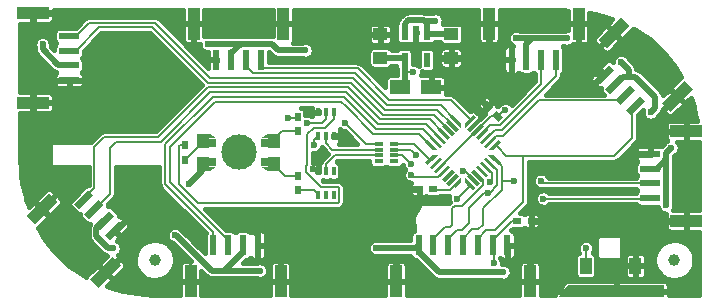
<source format=gbr>
G04 #@! TF.FileFunction,Copper,L2,Bot,Signal*
%FSLAX46Y46*%
G04 Gerber Fmt 4.6, Leading zero omitted, Abs format (unit mm)*
G04 Created by KiCad (PCBNEW 4.0.5-e0-6337~49~ubuntu14.04.1) date Mon May  1 15:59:53 2017*
%MOMM*%
%LPD*%
G01*
G04 APERTURE LIST*
%ADD10C,0.100000*%
%ADD11R,0.600000X1.700000*%
%ADD12R,1.000000X2.700000*%
%ADD13C,3.000000*%
%ADD14R,1.600000X0.800000*%
%ADD15R,1.000000X1.200000*%
%ADD16R,1.700000X0.600000*%
%ADD17R,2.700000X1.000000*%
%ADD18R,1.200000X1.000000*%
%ADD19R,1.800000X1.250000*%
%ADD20R,0.800000X0.500000*%
%ADD21R,0.300000X0.800000*%
%ADD22R,0.500000X0.800000*%
%ADD23R,0.800000X0.300000*%
%ADD24R,8.000000X1.000000*%
%ADD25R,1.000000X1.400000*%
%ADD26R,0.600000X1.200000*%
%ADD27C,1.000000*%
%ADD28C,0.600000*%
%ADD29C,0.500000*%
%ADD30C,0.200000*%
%ADD31C,0.400000*%
G04 APERTURE END LIST*
D10*
D11*
X175625000Y-82150000D03*
X176875000Y-82150000D03*
X174375000Y-82150000D03*
X173125000Y-82150000D03*
D12*
X178800000Y-79100000D03*
X171200000Y-79100000D03*
D13*
X150000000Y-90000000D03*
D14*
X147300000Y-89200000D03*
X147300000Y-90800000D03*
X152700000Y-89200000D03*
X152700000Y-90800000D03*
D15*
X153000000Y-89000000D03*
X153000000Y-91000000D03*
X147000000Y-89000000D03*
X147000000Y-91000000D03*
D10*
G36*
X152550000Y-88400000D02*
X153100000Y-88800000D01*
X151900000Y-88800000D01*
X152450000Y-88400000D01*
X152550000Y-88400000D01*
X152550000Y-88400000D01*
G37*
G36*
X152450000Y-91600000D02*
X151900000Y-91200000D01*
X153100000Y-91200000D01*
X152550000Y-91600000D01*
X152450000Y-91600000D01*
X152450000Y-91600000D01*
G37*
G36*
X147550000Y-88400000D02*
X148100000Y-88800000D01*
X146900000Y-88800000D01*
X147450000Y-88400000D01*
X147550000Y-88400000D01*
X147550000Y-88400000D01*
G37*
G36*
X147450000Y-91600000D02*
X146900000Y-91200000D01*
X148100000Y-91200000D01*
X147550000Y-91600000D01*
X147450000Y-91600000D01*
X147450000Y-91600000D01*
G37*
D16*
X135650000Y-81375000D03*
X135650000Y-80125000D03*
X135650000Y-82625000D03*
X135650000Y-83875000D03*
D17*
X132600000Y-78200000D03*
X132600000Y-85800000D03*
D10*
G36*
X138568288Y-94472093D02*
X137366206Y-95674175D01*
X136941942Y-95249911D01*
X138144024Y-94047829D01*
X138568288Y-94472093D01*
X138568288Y-94472093D01*
G37*
G36*
X137684404Y-93588210D02*
X136482322Y-94790292D01*
X136058058Y-94366028D01*
X137260140Y-93163946D01*
X137684404Y-93588210D01*
X137684404Y-93588210D01*
G37*
G36*
X139452171Y-95355976D02*
X138250089Y-96558058D01*
X137825825Y-96133794D01*
X139027907Y-94931712D01*
X139452171Y-95355976D01*
X139452171Y-95355976D01*
G37*
G36*
X140336054Y-96239860D02*
X139133972Y-97441942D01*
X138709708Y-97017678D01*
X139911790Y-95815596D01*
X140336054Y-96239860D01*
X140336054Y-96239860D01*
G37*
G36*
X134661523Y-94171573D02*
X132752334Y-96080762D01*
X132045227Y-95373655D01*
X133954416Y-93464466D01*
X134661523Y-94171573D01*
X134661523Y-94171573D01*
G37*
G36*
X140035534Y-99545584D02*
X138126345Y-101454773D01*
X137419238Y-100747666D01*
X139328427Y-98838477D01*
X140035534Y-99545584D01*
X140035534Y-99545584D01*
G37*
D18*
X168000000Y-80000000D03*
X168000000Y-82000000D03*
D19*
X163700000Y-84500000D03*
X166300000Y-84500000D03*
D10*
G36*
X172383883Y-87030330D02*
X172030330Y-87383883D01*
X171464645Y-86818198D01*
X171818198Y-86464645D01*
X172383883Y-87030330D01*
X172383883Y-87030330D01*
G37*
G36*
X171535355Y-86181802D02*
X171181802Y-86535355D01*
X170616117Y-85969670D01*
X170969670Y-85616117D01*
X171535355Y-86181802D01*
X171535355Y-86181802D01*
G37*
D18*
X162000000Y-82000000D03*
X162000000Y-80000000D03*
D20*
X173600000Y-95800000D03*
X174800000Y-95800000D03*
D11*
X150625000Y-82150000D03*
X151875000Y-82150000D03*
X149375000Y-82150000D03*
X148125000Y-82150000D03*
D12*
X153800000Y-79100000D03*
X146200000Y-79100000D03*
D11*
X149125000Y-97850000D03*
X147875000Y-97850000D03*
X150375000Y-97850000D03*
X151625000Y-97850000D03*
D12*
X145950000Y-100900000D03*
X153550000Y-100900000D03*
D10*
G36*
X181931712Y-85527907D02*
X183133794Y-84325825D01*
X183558058Y-84750089D01*
X182355976Y-85952171D01*
X181931712Y-85527907D01*
X181931712Y-85527907D01*
G37*
G36*
X182815596Y-86411790D02*
X184017678Y-85209708D01*
X184441942Y-85633972D01*
X183239860Y-86836054D01*
X182815596Y-86411790D01*
X182815596Y-86411790D01*
G37*
G36*
X181047829Y-84644024D02*
X182249911Y-83441942D01*
X182674175Y-83866206D01*
X181472093Y-85068288D01*
X181047829Y-84644024D01*
X181047829Y-84644024D01*
G37*
G36*
X180163946Y-83760140D02*
X181366028Y-82558058D01*
X181790292Y-82982322D01*
X180588210Y-84184404D01*
X180163946Y-83760140D01*
X180163946Y-83760140D01*
G37*
G36*
X185838477Y-85828427D02*
X187747666Y-83919238D01*
X188454773Y-84626345D01*
X186545584Y-86535534D01*
X185838477Y-85828427D01*
X185838477Y-85828427D01*
G37*
G36*
X180464466Y-80454416D02*
X182373655Y-78545227D01*
X183080762Y-79252334D01*
X181171573Y-81161523D01*
X180464466Y-80454416D01*
X180464466Y-80454416D01*
G37*
D16*
X184850000Y-92625000D03*
X184850000Y-93875000D03*
X184850000Y-91375000D03*
X184850000Y-90125000D03*
D17*
X187900000Y-95800000D03*
X187900000Y-88200000D03*
D11*
X170250000Y-97850000D03*
X169000000Y-97850000D03*
X171500000Y-97850000D03*
X172750000Y-97850000D03*
D12*
X163325000Y-100900000D03*
X174675000Y-100900000D03*
D11*
X167750000Y-97850000D03*
X166500000Y-97850000D03*
X165250000Y-97850000D03*
D21*
X156750000Y-91600000D03*
X157400000Y-91600000D03*
X158050000Y-91600000D03*
X158050000Y-93600000D03*
X157400000Y-93600000D03*
X156750000Y-93600000D03*
X158050000Y-88600000D03*
X157400000Y-88600000D03*
X156750000Y-88600000D03*
X156750000Y-86600000D03*
X157400000Y-86600000D03*
X158050000Y-86600000D03*
D22*
X155000000Y-92000000D03*
X155000000Y-93200000D03*
X155000000Y-88200000D03*
X155000000Y-87000000D03*
X145500000Y-90600000D03*
X145500000Y-89400000D03*
D20*
X166500000Y-93100000D03*
X165300000Y-93100000D03*
D23*
X163150000Y-90750000D03*
X163150000Y-90250000D03*
X163150000Y-89750000D03*
X163150000Y-89250000D03*
X161850000Y-89250000D03*
X161850000Y-89750000D03*
X161850000Y-90250000D03*
X161850000Y-90750000D03*
D24*
X182000000Y-101750000D03*
D25*
X183600000Y-99600000D03*
X179400000Y-99600000D03*
D10*
G36*
X178150000Y-101250000D02*
X178850000Y-102250000D01*
X177150000Y-102250000D01*
X177850000Y-101250000D01*
X178150000Y-101250000D01*
X178150000Y-101250000D01*
G37*
G36*
X168151472Y-92757717D02*
X168505026Y-92404163D01*
X168717158Y-92616295D01*
X168363604Y-92969849D01*
X168151472Y-92757717D01*
X168151472Y-92757717D01*
G37*
G36*
X167585787Y-92616295D02*
X168434315Y-91767767D01*
X168646447Y-91979899D01*
X167797919Y-92828427D01*
X167585787Y-92616295D01*
X167585787Y-92616295D01*
G37*
G36*
X167232233Y-92262742D02*
X168080761Y-91414214D01*
X168292893Y-91626346D01*
X167444365Y-92474874D01*
X167232233Y-92262742D01*
X167232233Y-92262742D01*
G37*
G36*
X166878680Y-91909188D02*
X167727208Y-91060660D01*
X167939340Y-91272792D01*
X167090812Y-92121320D01*
X166878680Y-91909188D01*
X166878680Y-91909188D01*
G37*
G36*
X166525126Y-91555635D02*
X167373654Y-90707107D01*
X167585786Y-90919239D01*
X166737258Y-91767767D01*
X166525126Y-91555635D01*
X166525126Y-91555635D01*
G37*
G36*
X166171573Y-91202081D02*
X167020101Y-90353553D01*
X167232233Y-90565685D01*
X166383705Y-91414213D01*
X166171573Y-91202081D01*
X166171573Y-91202081D01*
G37*
G36*
X165818020Y-90848528D02*
X166454416Y-90212132D01*
X166666548Y-90424264D01*
X166030152Y-91060660D01*
X165818020Y-90848528D01*
X165818020Y-90848528D01*
G37*
G36*
X166030152Y-88939340D02*
X166666548Y-89575736D01*
X166454416Y-89787868D01*
X165818020Y-89151472D01*
X166030152Y-88939340D01*
X166030152Y-88939340D01*
G37*
G36*
X166383705Y-88585787D02*
X167232233Y-89434315D01*
X167020101Y-89646447D01*
X166171573Y-88797919D01*
X166383705Y-88585787D01*
X166383705Y-88585787D01*
G37*
G36*
X166737258Y-88232233D02*
X167585786Y-89080761D01*
X167373654Y-89292893D01*
X166525126Y-88444365D01*
X166737258Y-88232233D01*
X166737258Y-88232233D01*
G37*
G36*
X167090812Y-87878680D02*
X167939340Y-88727208D01*
X167727208Y-88939340D01*
X166878680Y-88090812D01*
X167090812Y-87878680D01*
X167090812Y-87878680D01*
G37*
G36*
X167444365Y-87525126D02*
X168292893Y-88373654D01*
X168080761Y-88585786D01*
X167232233Y-87737258D01*
X167444365Y-87525126D01*
X167444365Y-87525126D01*
G37*
G36*
X167797919Y-87171573D02*
X168646447Y-88020101D01*
X168434315Y-88232233D01*
X167585787Y-87383705D01*
X167797919Y-87171573D01*
X167797919Y-87171573D01*
G37*
G36*
X168151472Y-86818020D02*
X168787868Y-87454416D01*
X168575736Y-87666548D01*
X167939340Y-87030152D01*
X168151472Y-86818020D01*
X168151472Y-86818020D01*
G37*
G36*
X169212132Y-87454416D02*
X169848528Y-86818020D01*
X170060660Y-87030152D01*
X169424264Y-87666548D01*
X169212132Y-87454416D01*
X169212132Y-87454416D01*
G37*
G36*
X169353553Y-88020101D02*
X170202081Y-87171573D01*
X170414213Y-87383705D01*
X169565685Y-88232233D01*
X169353553Y-88020101D01*
X169353553Y-88020101D01*
G37*
G36*
X169707107Y-88373654D02*
X170555635Y-87525126D01*
X170767767Y-87737258D01*
X169919239Y-88585786D01*
X169707107Y-88373654D01*
X169707107Y-88373654D01*
G37*
G36*
X170060660Y-88727208D02*
X170909188Y-87878680D01*
X171121320Y-88090812D01*
X170272792Y-88939340D01*
X170060660Y-88727208D01*
X170060660Y-88727208D01*
G37*
G36*
X170414214Y-89080761D02*
X171262742Y-88232233D01*
X171474874Y-88444365D01*
X170626346Y-89292893D01*
X170414214Y-89080761D01*
X170414214Y-89080761D01*
G37*
G36*
X170767767Y-89434315D02*
X171616295Y-88585787D01*
X171828427Y-88797919D01*
X170979899Y-89646447D01*
X170767767Y-89434315D01*
X170767767Y-89434315D01*
G37*
G36*
X171333452Y-89575736D02*
X171969848Y-88939340D01*
X172181980Y-89151472D01*
X171545584Y-89787868D01*
X171333452Y-89575736D01*
X171333452Y-89575736D01*
G37*
G36*
X171545584Y-90212132D02*
X172181980Y-90848528D01*
X171969848Y-91060660D01*
X171333452Y-90424264D01*
X171545584Y-90212132D01*
X171545584Y-90212132D01*
G37*
G36*
X170979899Y-90353553D02*
X171828427Y-91202081D01*
X171616295Y-91414213D01*
X170767767Y-90565685D01*
X170979899Y-90353553D01*
X170979899Y-90353553D01*
G37*
G36*
X170626346Y-90707107D02*
X171474874Y-91555635D01*
X171262742Y-91767767D01*
X170414214Y-90919239D01*
X170626346Y-90707107D01*
X170626346Y-90707107D01*
G37*
G36*
X170272792Y-91060660D02*
X171121320Y-91909188D01*
X170909188Y-92121320D01*
X170060660Y-91272792D01*
X170272792Y-91060660D01*
X170272792Y-91060660D01*
G37*
G36*
X169919239Y-91414214D02*
X170767767Y-92262742D01*
X170555635Y-92474874D01*
X169707107Y-91626346D01*
X169919239Y-91414214D01*
X169919239Y-91414214D01*
G37*
G36*
X169565685Y-91767767D02*
X170414213Y-92616295D01*
X170202081Y-92828427D01*
X169353553Y-91979899D01*
X169565685Y-91767767D01*
X169565685Y-91767767D01*
G37*
G36*
X169424264Y-92333452D02*
X170060660Y-92969848D01*
X169848528Y-93181980D01*
X169212132Y-92545584D01*
X169424264Y-92333452D01*
X169424264Y-92333452D01*
G37*
G36*
X168257538Y-92651651D02*
X168823224Y-92085965D01*
X168823224Y-92510229D01*
X168681802Y-92651651D01*
X168257538Y-92651651D01*
X168257538Y-92651651D01*
G37*
G36*
X169176776Y-92085965D02*
X169742462Y-92651651D01*
X169318198Y-92651651D01*
X169176776Y-92510229D01*
X169176776Y-92085965D01*
X169176776Y-92085965D01*
G37*
G36*
X168823224Y-87914035D02*
X168257538Y-87348349D01*
X168681802Y-87348349D01*
X168823224Y-87489771D01*
X168823224Y-87914035D01*
X168823224Y-87914035D01*
G37*
G36*
X169742462Y-87348349D02*
X169176776Y-87914035D01*
X169176776Y-87489771D01*
X169318198Y-87348349D01*
X169742462Y-87348349D01*
X169742462Y-87348349D01*
G37*
G36*
X166914035Y-90176776D02*
X166348349Y-90742462D01*
X166348349Y-90318198D01*
X166489771Y-90176776D01*
X166914035Y-90176776D01*
X166914035Y-90176776D01*
G37*
G36*
X166348349Y-89257538D02*
X166914035Y-89823224D01*
X166489771Y-89823224D01*
X166348349Y-89681802D01*
X166348349Y-89257538D01*
X166348349Y-89257538D01*
G37*
G36*
X171085965Y-89823224D02*
X171651651Y-89257538D01*
X171651651Y-89681802D01*
X171510229Y-89823224D01*
X171085965Y-89823224D01*
X171085965Y-89823224D01*
G37*
G36*
X171651651Y-90742462D02*
X171085965Y-90176776D01*
X171510229Y-90176776D01*
X171651651Y-90318198D01*
X171651651Y-90742462D01*
X171651651Y-90742462D01*
G37*
D26*
X165000000Y-79850000D03*
X164050000Y-79850000D03*
X165950000Y-79850000D03*
X165950000Y-82150000D03*
X164050000Y-82150000D03*
D27*
X186900000Y-99100000D03*
X142900000Y-99100000D03*
D28*
X145791481Y-92708519D03*
X147400000Y-80800000D03*
X173500000Y-80300000D03*
X172410001Y-100150001D03*
X177799998Y-80350000D03*
X184900000Y-86600000D03*
X186650000Y-89600000D03*
X182400000Y-82350000D03*
X139400000Y-98100000D03*
X161650000Y-98100000D03*
X151789998Y-100000000D03*
X166650000Y-78850000D03*
X155650000Y-81350000D03*
X133400000Y-80850000D03*
X144600000Y-97000000D03*
X186200000Y-94485002D03*
X179700000Y-83400000D03*
X151200000Y-96600000D03*
X155800000Y-86600000D03*
X159000000Y-88400000D03*
X156300000Y-91400000D03*
X172594975Y-86394975D03*
X164800000Y-83200000D03*
X164636666Y-91871067D03*
X171600000Y-99400000D03*
X154150000Y-87100000D03*
X156400000Y-89350000D03*
X159000000Y-87500000D03*
X155800000Y-87500000D03*
X164600000Y-91000000D03*
X168500000Y-93900000D03*
X164985743Y-90214257D03*
X169000000Y-91600000D03*
X179400000Y-98100000D03*
X171300000Y-92500000D03*
X173300000Y-92400000D03*
X175600000Y-92400000D03*
X175800000Y-93900000D03*
X171100000Y-93400000D03*
D29*
X146900000Y-91600000D02*
X145791481Y-92708519D01*
X150175000Y-80800000D02*
X147400000Y-80800000D01*
X173900000Y-80350000D02*
X173550000Y-80350000D01*
X173550000Y-80350000D02*
X173500000Y-80300000D01*
X185291963Y-86208037D02*
X185291963Y-85281880D01*
X185291963Y-85281880D02*
X183593447Y-83583364D01*
X183593447Y-83583364D02*
X183027745Y-83583364D01*
X184900000Y-86600000D02*
X185291963Y-86208037D01*
X174825000Y-80350000D02*
X173900000Y-80350000D01*
X177799998Y-80350000D02*
X174825000Y-80350000D01*
X174825000Y-80350000D02*
X174375000Y-80800000D01*
X174375000Y-80800000D02*
X174375000Y-82150000D01*
X174375000Y-82150000D02*
X174375000Y-81439998D01*
X186200000Y-90575000D02*
X186200000Y-90050000D01*
X186200000Y-90050000D02*
X186650000Y-89600000D01*
X183027745Y-83583364D02*
X183027745Y-82977745D01*
X183027745Y-82977745D02*
X182400000Y-82350000D01*
X139400000Y-98100000D02*
X138975736Y-98100000D01*
X138975736Y-98100000D02*
X137967247Y-97091511D01*
X137967247Y-97091511D02*
X137967247Y-96416636D01*
X137967247Y-96416636D02*
X138638998Y-95744885D01*
X161650000Y-98100000D02*
X165000000Y-98100000D01*
X165000000Y-98100000D02*
X165250000Y-97850000D01*
X166650000Y-78850000D02*
X165710002Y-78850000D01*
X165710002Y-78850000D02*
X165660001Y-78799999D01*
X152800000Y-80800000D02*
X153350000Y-81350000D01*
X153350000Y-81350000D02*
X155650000Y-81350000D01*
X133400000Y-80850000D02*
X133400000Y-81274264D01*
X133400000Y-81274264D02*
X134750736Y-82625000D01*
X134750736Y-82625000D02*
X135650000Y-82625000D01*
X144600000Y-97000000D02*
X144702592Y-97000000D01*
X144702592Y-97000000D02*
X145702592Y-98000000D01*
X145702592Y-98000000D02*
X145710002Y-98000000D01*
X147000000Y-91000000D02*
X147100000Y-91000000D01*
X147100000Y-91000000D02*
X147300000Y-90800000D01*
X165250000Y-98400000D02*
X165250000Y-97850000D01*
X167000001Y-100150001D02*
X165250000Y-98400000D01*
X186200000Y-90575000D02*
X186200000Y-94485002D01*
X172410001Y-100150001D02*
X167000001Y-100150001D01*
X148775000Y-100000000D02*
X151789998Y-100000000D01*
X147710002Y-100000000D02*
X148775000Y-100000000D01*
X148775000Y-100000000D02*
X150375000Y-98400000D01*
X150375000Y-98400000D02*
X150375000Y-97850000D01*
X145710002Y-98000000D02*
X147710002Y-100000000D01*
X134939998Y-82625000D02*
X135650000Y-82625000D01*
X152800000Y-80800000D02*
X150175000Y-80800000D01*
X150175000Y-80800000D02*
X149375000Y-81600000D01*
X149375000Y-81600000D02*
X149375000Y-82150000D01*
X165950000Y-79850000D02*
X165950000Y-79089998D01*
X165950000Y-79089998D02*
X165660001Y-78799999D01*
X165660001Y-78799999D02*
X164339999Y-78799999D01*
X164339999Y-78799999D02*
X164050000Y-79089998D01*
X164050000Y-79089998D02*
X164050000Y-79850000D01*
X168000000Y-80000000D02*
X166100000Y-80000000D01*
X166100000Y-80000000D02*
X165950000Y-79850000D01*
X168100000Y-80000000D02*
X168000000Y-80000000D01*
X184850000Y-91375000D02*
X185400000Y-91375000D01*
X185400000Y-91375000D02*
X186200000Y-90575000D01*
X182532753Y-83583364D02*
X181861002Y-84255115D01*
X183027745Y-83583364D02*
X182532753Y-83583364D01*
X180977119Y-83371231D02*
X179728769Y-83371231D01*
X179728769Y-83371231D02*
X179700000Y-83400000D01*
X151625000Y-97850000D02*
X151625000Y-97025000D01*
X151625000Y-97025000D02*
X151200000Y-96600000D01*
D30*
X156750000Y-86600000D02*
X155800000Y-86600000D01*
X158050000Y-88600000D02*
X158800000Y-88600000D01*
X158800000Y-88600000D02*
X159000000Y-88400000D01*
X156500000Y-91600000D02*
X156300000Y-91400000D01*
X156750000Y-91600000D02*
X156500000Y-91600000D01*
X172700000Y-97800000D02*
X172750000Y-97850000D01*
X169883883Y-87701903D02*
X171075736Y-86510050D01*
X171075736Y-86510050D02*
X171075736Y-86075736D01*
X171924264Y-86924264D02*
X172453553Y-86394975D01*
X172453553Y-86394975D02*
X172594975Y-86394975D01*
D29*
X164050000Y-82150000D02*
X164050000Y-83200000D01*
D30*
X164800000Y-83200000D02*
X164050000Y-83200000D01*
D29*
X164050000Y-83200000D02*
X164050000Y-84150000D01*
D30*
X163700000Y-84500000D02*
X163700000Y-84300000D01*
X163700000Y-84500000D02*
X163975000Y-84500000D01*
D29*
X164050000Y-84150000D02*
X163700000Y-84500000D01*
X162000000Y-82000000D02*
X163900000Y-82000000D01*
X163900000Y-82000000D02*
X164050000Y-82150000D01*
D30*
X170237437Y-88055456D02*
X171368629Y-86924264D01*
X171368629Y-86924264D02*
X171924264Y-86924264D01*
X167055456Y-91237437D02*
X170237437Y-88055456D01*
X164851563Y-92085964D02*
X164636666Y-91871067D01*
X166914036Y-92085964D02*
X164851563Y-92085964D01*
X167409010Y-91590990D02*
X166914036Y-92085964D01*
X171500000Y-97850000D02*
X171500000Y-97451558D01*
X171500000Y-97451558D02*
X172912280Y-96039278D01*
X172912280Y-96039278D02*
X172912280Y-96035945D01*
X173148225Y-95800000D02*
X173600000Y-95800000D01*
X172912280Y-96035945D02*
X173148225Y-95800000D01*
X171600000Y-99400000D02*
X171600000Y-97950000D01*
X171600000Y-97950000D02*
X171500000Y-97850000D01*
X145500000Y-90600000D02*
X146900000Y-89200000D01*
X146900000Y-89200000D02*
X147300000Y-89200000D01*
X155000000Y-88200000D02*
X153700000Y-88200000D01*
X153700000Y-88200000D02*
X152700000Y-89200000D01*
X155000000Y-92000000D02*
X153900000Y-92000000D01*
X153000000Y-91100000D02*
X153000000Y-91000000D01*
X153900000Y-92000000D02*
X153000000Y-91100000D01*
X150625000Y-82700000D02*
X150625000Y-82150000D01*
X151225001Y-83300001D02*
X150625000Y-82700000D01*
X159831401Y-83300001D02*
X151225001Y-83300001D01*
X162531378Y-85999978D02*
X159831401Y-83300001D01*
X167121298Y-85999978D02*
X162531378Y-85999978D01*
X168363604Y-87242284D02*
X167121298Y-85999978D01*
X168363604Y-87242284D02*
X168292910Y-87242284D01*
X152600000Y-82882427D02*
X151882427Y-82882427D01*
X151882427Y-82882427D02*
X151800000Y-82800000D01*
X151800000Y-82800000D02*
X151875000Y-82150000D01*
X169636396Y-87242284D02*
X167959801Y-85565689D01*
X160082427Y-82882427D02*
X152600000Y-82882427D01*
X152600000Y-82882427D02*
X152482427Y-82882427D01*
X167959801Y-85565689D02*
X162765689Y-85565689D01*
X162765689Y-85565689D02*
X160082427Y-82882427D01*
X135650000Y-81375000D02*
X136200000Y-81375000D01*
X136200000Y-81375000D02*
X138175000Y-79400000D01*
X138175000Y-79400000D02*
X142700000Y-79400000D01*
X142700000Y-79400000D02*
X147409989Y-84109989D01*
X147409989Y-84109989D02*
X159509989Y-84109989D01*
X159509989Y-84109989D02*
X162200000Y-86800000D01*
X162200000Y-86800000D02*
X166507107Y-86800000D01*
X166507107Y-86800000D02*
X167762563Y-88055456D01*
X168116117Y-87701903D02*
X166814203Y-86399989D01*
X166814203Y-86399989D02*
X162365689Y-86399989D01*
X162365689Y-86399989D02*
X159665712Y-83700012D01*
X159665712Y-83700012D02*
X147600012Y-83700012D01*
X147600012Y-83700012D02*
X142900000Y-79000000D01*
X142900000Y-79000000D02*
X137325000Y-79000000D01*
X137325000Y-79000000D02*
X136200000Y-80125000D01*
X136200000Y-80125000D02*
X135650000Y-80125000D01*
X167055456Y-88762563D02*
X165892893Y-87600000D01*
X165892893Y-87600000D02*
X161800000Y-87600000D01*
X161800000Y-87600000D02*
X159100000Y-84900000D01*
X159100000Y-84900000D02*
X147600000Y-84900000D01*
X147600000Y-84900000D02*
X143400000Y-89100000D01*
X143400000Y-89100000D02*
X139600000Y-89100000D01*
X139600000Y-89100000D02*
X139100000Y-89600000D01*
X139100000Y-89600000D02*
X139100000Y-93516117D01*
X139100000Y-93516117D02*
X137755115Y-94861002D01*
X137968298Y-94631702D02*
X138000000Y-94663404D01*
X138000000Y-94663404D02*
X138000000Y-94800000D01*
X138000000Y-94800000D02*
X137755115Y-94861002D01*
X167409010Y-88409010D02*
X166200000Y-87200000D01*
X138600000Y-88700000D02*
X137800000Y-89500000D01*
X137800000Y-89500000D02*
X137800000Y-93048350D01*
X166200000Y-87200000D02*
X162000000Y-87200000D01*
X162000000Y-87200000D02*
X159300000Y-84500000D01*
X159300000Y-84500000D02*
X147400000Y-84500000D01*
X147400000Y-84500000D02*
X143200000Y-88700000D01*
X143200000Y-88700000D02*
X138600000Y-88700000D01*
X137800000Y-93048350D02*
X136871231Y-93977119D01*
X148600000Y-96902998D02*
X148602998Y-96902998D01*
X148602998Y-96902998D02*
X149100000Y-97400000D01*
X149100000Y-97400000D02*
X149125000Y-97850000D01*
X144200000Y-89500000D02*
X144200000Y-92502998D01*
X144200000Y-92502998D02*
X148600000Y-96902998D01*
X148600000Y-96902998D02*
X148597002Y-96900000D01*
X148000000Y-85700000D02*
X144200000Y-89500000D01*
X148500000Y-85700000D02*
X148000000Y-85700000D01*
X158700000Y-85700000D02*
X148500000Y-85700000D01*
X159100000Y-86100000D02*
X158700000Y-85700000D01*
X161400000Y-88400000D02*
X159100000Y-86100000D01*
X165278680Y-88400000D02*
X161400000Y-88400000D01*
X166242284Y-89363604D02*
X165278680Y-88400000D01*
X149125000Y-97300000D02*
X149125000Y-97850000D01*
X166701903Y-89116117D02*
X165585786Y-88000000D01*
X165585786Y-88000000D02*
X161600000Y-88000000D01*
X161600000Y-88000000D02*
X158900000Y-85300000D01*
X158900000Y-85300000D02*
X147800000Y-85300000D01*
X147800000Y-85300000D02*
X143800000Y-89300000D01*
X143800000Y-89300000D02*
X143800000Y-92700000D01*
X143800000Y-92700000D02*
X147875000Y-96775000D01*
X147875000Y-96775000D02*
X147875000Y-97850000D01*
X168940646Y-94500000D02*
X170704223Y-92736423D01*
X170704223Y-92411330D02*
X170237437Y-91944544D01*
X166500000Y-97300000D02*
X167500000Y-96300000D01*
X167500000Y-96300000D02*
X167900000Y-96300000D01*
X166500000Y-97850000D02*
X166500000Y-97300000D01*
X167900000Y-96300000D02*
X168100000Y-96100000D01*
X168100000Y-96100000D02*
X168100000Y-94700000D01*
X168100000Y-94700000D02*
X168300000Y-94500000D01*
X168300000Y-94500000D02*
X168940646Y-94500000D01*
X170704223Y-92736423D02*
X170704223Y-92411330D01*
X161850000Y-90250000D02*
X158150000Y-90250000D01*
X157400000Y-91000000D02*
X157400000Y-91600000D01*
X158150000Y-90250000D02*
X157400000Y-91000000D01*
X155000000Y-93200000D02*
X156350000Y-93200000D01*
X156350000Y-93200000D02*
X156750000Y-93600000D01*
X161850000Y-89750000D02*
X157950000Y-89750000D01*
X157950000Y-89750000D02*
X157400000Y-89200000D01*
X157400000Y-89200000D02*
X157400000Y-88600000D01*
X154150000Y-87100000D02*
X154900000Y-87100000D01*
X154900000Y-87100000D02*
X155000000Y-87000000D01*
X156400000Y-89350000D02*
X156400000Y-88950000D01*
X156400000Y-88950000D02*
X156750000Y-88600000D01*
X156750000Y-88600000D02*
X156750000Y-88300000D01*
X159000000Y-87500000D02*
X160750000Y-89250000D01*
X160750000Y-89250000D02*
X161850000Y-89250000D01*
X157400000Y-86600000D02*
X157400000Y-87200000D01*
X157400000Y-87200000D02*
X157100000Y-87500000D01*
X157100000Y-87500000D02*
X155800000Y-87500000D01*
X161600000Y-89250000D02*
X161850000Y-89250000D01*
X145050000Y-89400000D02*
X145500000Y-89400000D01*
X155800000Y-91026796D02*
X155709998Y-91116798D01*
X144959999Y-89490001D02*
X145050000Y-89400000D01*
X144959999Y-92711439D02*
X144959999Y-89490001D01*
X158490001Y-92967999D02*
X158490001Y-94232001D01*
X146538561Y-94290001D02*
X144959999Y-92711439D01*
X158432001Y-94290001D02*
X146538561Y-94290001D01*
X155800000Y-88477998D02*
X155800000Y-91026796D01*
X158432001Y-92909999D02*
X158490001Y-92967999D01*
X156936795Y-92909999D02*
X158432001Y-92909999D01*
X155709998Y-91683202D02*
X156936795Y-92909999D01*
X156367999Y-87909999D02*
X155800000Y-88477998D01*
X158050000Y-87200000D02*
X157340001Y-87909999D01*
X157340001Y-87909999D02*
X156367999Y-87909999D01*
X158050000Y-86600000D02*
X158050000Y-87200000D01*
X155709998Y-91116798D02*
X155709998Y-91683202D01*
X158490001Y-94232001D02*
X158432001Y-94290001D01*
X168434315Y-92687006D02*
X167921321Y-93200000D01*
X167921321Y-93200000D02*
X166600000Y-93200000D01*
X166600000Y-93200000D02*
X166500000Y-93100000D01*
X168646447Y-92474874D02*
X168434315Y-92687006D01*
X164600000Y-91000000D02*
X163850000Y-90250000D01*
X163850000Y-90250000D02*
X163150000Y-90250000D01*
X169636396Y-92757716D02*
X169636396Y-92763604D01*
X169636396Y-92763604D02*
X168500000Y-93900000D01*
X169636396Y-92757716D02*
X169442284Y-92757716D01*
X164521486Y-89750000D02*
X164685744Y-89914258D01*
X163150000Y-89750000D02*
X164521486Y-89750000D01*
X164685744Y-89914258D02*
X164985743Y-90214257D01*
X169883883Y-92298097D02*
X169185786Y-91600000D01*
X169185786Y-91600000D02*
X169000000Y-91600000D01*
X169883883Y-92298097D02*
X169883883Y-92368791D01*
X164855888Y-89250000D02*
X166242284Y-90636396D01*
X163150000Y-89250000D02*
X164855888Y-89250000D01*
X179400000Y-98100000D02*
X179400000Y-98700000D01*
X170944544Y-91237437D02*
X171439518Y-91732411D01*
X171439518Y-92360482D02*
X171300000Y-92500000D01*
X171439518Y-91732411D02*
X171439518Y-92360482D01*
X179400000Y-99600000D02*
X179400000Y-98700000D01*
X172280013Y-93141936D02*
X172280013Y-92400000D01*
X172280013Y-92400000D02*
X172280013Y-91158692D01*
X173300000Y-92400000D02*
X172875736Y-92400000D01*
X172875736Y-92400000D02*
X172280013Y-92400000D01*
X184850000Y-92625000D02*
X175825000Y-92625000D01*
X175825000Y-92625000D02*
X175600000Y-92400000D01*
X172280013Y-93141936D02*
X172280013Y-93119987D01*
X169784300Y-96515700D02*
X170284300Y-96515700D01*
X169000000Y-97850000D02*
X169000000Y-97300000D01*
X170700000Y-96100000D02*
X170700000Y-94721949D01*
X170700000Y-94721949D02*
X172280013Y-93141936D01*
X169000000Y-97300000D02*
X169784300Y-96515700D01*
X172280013Y-91158692D02*
X171474874Y-90353553D01*
X170284300Y-96515700D02*
X170700000Y-96100000D01*
X184300000Y-92625000D02*
X184850000Y-92625000D01*
X167750000Y-97850000D02*
X167750000Y-97300000D01*
X169500000Y-94700000D02*
X170800000Y-93400000D01*
X167750000Y-97300000D02*
X168450000Y-96600000D01*
X168450000Y-96600000D02*
X168900000Y-96600000D01*
X168900000Y-96600000D02*
X169500000Y-96000000D01*
X169500000Y-96000000D02*
X169500000Y-94700000D01*
X170800000Y-93400000D02*
X171100000Y-93400000D01*
X175800000Y-93900000D02*
X184825000Y-93900000D01*
X184825000Y-93900000D02*
X184850000Y-93875000D01*
X171273204Y-93400000D02*
X171890002Y-92783202D01*
X171273204Y-93400000D02*
X171100000Y-93400000D01*
X171793071Y-91378857D02*
X171298097Y-90883883D01*
X171890002Y-91475788D02*
X171793071Y-91378857D01*
X171890002Y-92783202D02*
X171890002Y-91475788D01*
X184300000Y-93875000D02*
X184850000Y-93875000D01*
X175625000Y-83200000D02*
X175625000Y-82150000D01*
X175625000Y-84199352D02*
X175625000Y-83200000D01*
X172150459Y-87673893D02*
X175625000Y-84199352D01*
X170590990Y-88409010D02*
X171326107Y-87673893D01*
X171326107Y-87673893D02*
X172150459Y-87673893D01*
X175625000Y-82150000D02*
X175625000Y-81600000D01*
X172336096Y-88063904D02*
X176875000Y-83525000D01*
X176875000Y-83525000D02*
X176875000Y-82150000D01*
X170944544Y-88762563D02*
X171029381Y-88762563D01*
X171029381Y-88762563D02*
X171728040Y-88063904D01*
X171728040Y-88063904D02*
X172336096Y-88063904D01*
X182300000Y-85600000D02*
X182000000Y-85600000D01*
X171793071Y-88621143D02*
X171298097Y-89116117D01*
X172378857Y-88621143D02*
X171793071Y-88621143D01*
X175400000Y-85600000D02*
X172378857Y-88621143D01*
X182000000Y-85600000D02*
X175400000Y-85600000D01*
X182300000Y-85600000D02*
X182744885Y-85138998D01*
X172670024Y-90275912D02*
X174100000Y-90275912D01*
X174100000Y-90275912D02*
X181824088Y-90275912D01*
X171700000Y-96600000D02*
X174100000Y-94200000D01*
X174100000Y-94200000D02*
X174100000Y-90275912D01*
X170950000Y-96600000D02*
X171700000Y-96600000D01*
X170250000Y-97300000D02*
X170950000Y-96600000D01*
X183300000Y-87300000D02*
X183300000Y-86400000D01*
X183300000Y-86400000D02*
X183628769Y-86022881D01*
X183300000Y-88800000D02*
X183300000Y-87300000D01*
X183300000Y-87300000D02*
X183300000Y-87200000D01*
X181824088Y-90275912D02*
X183300000Y-88800000D01*
X171934492Y-89540380D02*
X171757716Y-89363604D01*
X170250000Y-97850000D02*
X170250000Y-97300000D01*
X172670024Y-90275912D02*
X171934492Y-89540380D01*
X168116117Y-92298097D02*
X168031280Y-92298097D01*
D31*
G36*
X145300000Y-78950000D02*
X145400000Y-79050000D01*
X146150000Y-79050000D01*
X146150000Y-79030000D01*
X146250000Y-79030000D01*
X146250000Y-79050000D01*
X147000000Y-79050000D01*
X147100000Y-78950000D01*
X147100000Y-77957009D01*
X152900000Y-77957009D01*
X152900000Y-78950000D01*
X153000000Y-79050000D01*
X153750000Y-79050000D01*
X153750000Y-79030000D01*
X153850000Y-79030000D01*
X153850000Y-79050000D01*
X154600000Y-79050000D01*
X154700000Y-78950000D01*
X154700000Y-77957009D01*
X170300000Y-77957009D01*
X170300000Y-78950000D01*
X170400000Y-79050000D01*
X171150000Y-79050000D01*
X171150000Y-79030000D01*
X171250000Y-79030000D01*
X171250000Y-79050000D01*
X172000000Y-79050000D01*
X172100000Y-78950000D01*
X172100000Y-77957009D01*
X176926259Y-77957009D01*
X177611401Y-77971274D01*
X177900000Y-77989585D01*
X177900000Y-78950000D01*
X178000000Y-79050000D01*
X178750000Y-79050000D01*
X178750000Y-79030000D01*
X178850000Y-79030000D01*
X178850000Y-79050000D01*
X179600000Y-79050000D01*
X179700000Y-78950000D01*
X179700000Y-78208391D01*
X180171556Y-78302736D01*
X180769115Y-78451683D01*
X181348946Y-78626039D01*
X181628125Y-78725072D01*
X181242284Y-79110913D01*
X181242284Y-79252334D01*
X181772614Y-79782664D01*
X181786756Y-79768522D01*
X181857467Y-79839233D01*
X181843325Y-79853375D01*
X182373655Y-80383705D01*
X182515076Y-80383705D01*
X183384413Y-79514368D01*
X183483664Y-79567608D01*
X183969495Y-79861670D01*
X184435497Y-80178293D01*
X184881357Y-80517053D01*
X185306728Y-80877552D01*
X185711265Y-81259379D01*
X186094621Y-81662173D01*
X186456416Y-82085542D01*
X186796285Y-82529145D01*
X187113828Y-82992608D01*
X187408645Y-83475605D01*
X187484814Y-83616405D01*
X186616295Y-84484924D01*
X186616295Y-84626345D01*
X187146625Y-85156675D01*
X187160767Y-85142533D01*
X187231478Y-85213244D01*
X187217336Y-85227386D01*
X187747666Y-85757716D01*
X187889087Y-85757716D01*
X188272614Y-85374189D01*
X188351901Y-85595767D01*
X188526436Y-86171107D01*
X188675498Y-86763818D01*
X188783745Y-87300000D01*
X188050000Y-87300000D01*
X187950000Y-87400000D01*
X187950000Y-88150000D01*
X187970000Y-88150000D01*
X187970000Y-88250000D01*
X187950000Y-88250000D01*
X187950000Y-89000000D01*
X188050000Y-89100000D01*
X188994177Y-89100000D01*
X189007029Y-89300641D01*
X189021289Y-89979021D01*
X189021289Y-94900000D01*
X188050000Y-94900000D01*
X187950000Y-95000000D01*
X187950000Y-95750000D01*
X187970000Y-95750000D01*
X187970000Y-95850000D01*
X187950000Y-95850000D01*
X187950000Y-96600000D01*
X188050000Y-96700000D01*
X189021289Y-96700000D01*
X189021289Y-102057001D01*
X186400000Y-102057001D01*
X186400000Y-101900000D01*
X186300000Y-101800000D01*
X182050000Y-101800000D01*
X182050000Y-101820000D01*
X181950000Y-101820000D01*
X181950000Y-101800000D01*
X176974376Y-101800000D01*
X176820722Y-102019505D01*
X176799841Y-102057001D01*
X175575000Y-102057001D01*
X175575000Y-101700000D01*
X177044376Y-101700000D01*
X181950000Y-101700000D01*
X181950000Y-100950000D01*
X182050000Y-100950000D01*
X182050000Y-101700000D01*
X186300000Y-101700000D01*
X186400000Y-101600000D01*
X186400000Y-101210604D01*
X186384628Y-101133325D01*
X186354476Y-101060529D01*
X186310701Y-100995015D01*
X186254986Y-100939300D01*
X186189471Y-100895525D01*
X186116676Y-100865372D01*
X186039397Y-100850000D01*
X182150000Y-100850000D01*
X182050000Y-100950000D01*
X181950000Y-100950000D01*
X181850000Y-100850000D01*
X178163616Y-100850000D01*
X178150000Y-100848065D01*
X178050000Y-100848065D01*
X178050000Y-100850000D01*
X177960603Y-100850000D01*
X177950000Y-100852109D01*
X177950000Y-100848065D01*
X177850000Y-100848065D01*
X177695179Y-100879079D01*
X177597973Y-100936896D01*
X177520722Y-101019505D01*
X177044376Y-101700000D01*
X175575000Y-101700000D01*
X175575000Y-101050000D01*
X175475000Y-100950000D01*
X174725000Y-100950000D01*
X174725000Y-100970000D01*
X174625000Y-100970000D01*
X174625000Y-100950000D01*
X173875000Y-100950000D01*
X173775000Y-101050000D01*
X173775000Y-102057001D01*
X164225000Y-102057001D01*
X164225000Y-101050000D01*
X164125000Y-100950000D01*
X163375000Y-100950000D01*
X163375000Y-100970000D01*
X163275000Y-100970000D01*
X163275000Y-100950000D01*
X162525000Y-100950000D01*
X162425000Y-101050000D01*
X162425000Y-102057001D01*
X154450000Y-102057001D01*
X154450000Y-101050000D01*
X154350000Y-100950000D01*
X153600000Y-100950000D01*
X153600000Y-100970000D01*
X153500000Y-100970000D01*
X153500000Y-100950000D01*
X152750000Y-100950000D01*
X152650000Y-101050000D01*
X152650000Y-102057001D01*
X146850000Y-102057001D01*
X146850000Y-101050000D01*
X146750000Y-100950000D01*
X146000000Y-100950000D01*
X146000000Y-100970000D01*
X145900000Y-100970000D01*
X145900000Y-100950000D01*
X145150000Y-100950000D01*
X145050000Y-101050000D01*
X145050000Y-102057001D01*
X143359565Y-102057001D01*
X142694547Y-102042752D01*
X142048867Y-102000630D01*
X141418187Y-101931054D01*
X140802857Y-101834522D01*
X140203372Y-101711547D01*
X139620131Y-101562628D01*
X139053511Y-101388241D01*
X138837075Y-101309728D01*
X139257716Y-100889087D01*
X139257716Y-100747666D01*
X138727386Y-100217336D01*
X138713244Y-100231478D01*
X138642533Y-100160767D01*
X138656675Y-100146625D01*
X138798097Y-100146625D01*
X139328427Y-100676955D01*
X139469848Y-100676955D01*
X140346233Y-99800570D01*
X140390008Y-99735056D01*
X140420162Y-99662260D01*
X140435534Y-99584981D01*
X140435534Y-99506188D01*
X140420161Y-99428909D01*
X140390009Y-99356114D01*
X140346234Y-99290599D01*
X140298576Y-99242941D01*
X141197765Y-99242941D01*
X141257948Y-99570851D01*
X141380676Y-99880827D01*
X141561274Y-100161061D01*
X141792865Y-100400880D01*
X142066625Y-100591148D01*
X142372129Y-100724619D01*
X142697739Y-100796209D01*
X143031053Y-100803191D01*
X143359376Y-100745299D01*
X143670201Y-100624738D01*
X143951689Y-100446100D01*
X144193119Y-100216190D01*
X144385294Y-99943764D01*
X144520895Y-99639200D01*
X144594756Y-99314097D01*
X144600073Y-98933306D01*
X144535318Y-98606268D01*
X144408274Y-98298036D01*
X144223780Y-98020351D01*
X143988864Y-97783789D01*
X143712474Y-97597361D01*
X143405136Y-97468169D01*
X143078558Y-97401132D01*
X142745179Y-97398804D01*
X142417697Y-97461275D01*
X142108586Y-97586164D01*
X141829619Y-97768715D01*
X141591423Y-98001973D01*
X141403070Y-98277056D01*
X141271735Y-98583484D01*
X141202420Y-98909586D01*
X141197765Y-99242941D01*
X140298576Y-99242941D01*
X140070889Y-99015254D01*
X139929468Y-99015254D01*
X138798097Y-100146625D01*
X138656675Y-100146625D01*
X138126345Y-99616295D01*
X137984924Y-99616295D01*
X137108539Y-100492680D01*
X137092169Y-100517179D01*
X136961473Y-100445655D01*
X136483945Y-100150997D01*
X136025414Y-99833626D01*
X135586200Y-99493901D01*
X135166724Y-99132245D01*
X134767374Y-98749033D01*
X134388560Y-98344635D01*
X134030672Y-97919391D01*
X133694164Y-97473679D01*
X133379449Y-97007810D01*
X133087008Y-96522156D01*
X133013775Y-96385006D01*
X133883705Y-95515076D01*
X133883705Y-95373655D01*
X133353375Y-94843325D01*
X133339233Y-94857467D01*
X133268522Y-94786756D01*
X133282664Y-94772614D01*
X133424086Y-94772614D01*
X133954416Y-95302944D01*
X134095837Y-95302944D01*
X134972222Y-94426559D01*
X135015997Y-94361045D01*
X135046151Y-94288249D01*
X135061523Y-94210970D01*
X135061523Y-94132177D01*
X135046150Y-94054898D01*
X135015998Y-93982103D01*
X134972223Y-93916588D01*
X134696878Y-93641243D01*
X134555457Y-93641243D01*
X133424086Y-94772614D01*
X133282664Y-94772614D01*
X132752334Y-94242284D01*
X132610913Y-94242284D01*
X132231829Y-94621368D01*
X132149450Y-94388466D01*
X132041957Y-94030152D01*
X132823045Y-94030152D01*
X132823045Y-94171573D01*
X133353375Y-94701903D01*
X134484746Y-93570532D01*
X134484746Y-93429111D01*
X134209401Y-93153766D01*
X134143886Y-93109991D01*
X134071091Y-93079839D01*
X133993812Y-93064466D01*
X133915019Y-93064466D01*
X133837740Y-93079838D01*
X133764944Y-93109992D01*
X133699430Y-93153767D01*
X132823045Y-94030152D01*
X132041957Y-94030152D01*
X131975617Y-93809019D01*
X131827032Y-93211851D01*
X131704256Y-92597421D01*
X131607807Y-91966022D01*
X131538240Y-91318101D01*
X131496093Y-90654035D01*
X131481827Y-89969611D01*
X131481829Y-86700000D01*
X132450000Y-86700000D01*
X132550000Y-86600000D01*
X132550000Y-85850000D01*
X132650000Y-85850000D01*
X132650000Y-86600000D01*
X132750000Y-86700000D01*
X133989396Y-86700000D01*
X134066675Y-86684628D01*
X134139471Y-86654476D01*
X134204985Y-86610701D01*
X134260700Y-86554986D01*
X134304475Y-86489471D01*
X134334628Y-86416676D01*
X134350000Y-86339397D01*
X134350000Y-85950000D01*
X134250000Y-85850000D01*
X132650000Y-85850000D01*
X132550000Y-85850000D01*
X132530000Y-85850000D01*
X132530000Y-85750000D01*
X132550000Y-85750000D01*
X132550000Y-85000000D01*
X132650000Y-85000000D01*
X132650000Y-85750000D01*
X134250000Y-85750000D01*
X134350000Y-85650000D01*
X134350000Y-85260603D01*
X134334628Y-85183324D01*
X134304475Y-85110529D01*
X134260700Y-85045014D01*
X134204985Y-84989299D01*
X134139471Y-84945524D01*
X134066675Y-84915372D01*
X133989396Y-84900000D01*
X132750000Y-84900000D01*
X132650000Y-85000000D01*
X132550000Y-85000000D01*
X132450000Y-84900000D01*
X131481829Y-84900000D01*
X131481829Y-84025000D01*
X134400000Y-84025000D01*
X134400000Y-84214397D01*
X134415372Y-84291676D01*
X134445525Y-84364471D01*
X134489300Y-84429986D01*
X134545015Y-84485701D01*
X134610529Y-84529476D01*
X134683325Y-84559628D01*
X134760604Y-84575000D01*
X135500000Y-84575000D01*
X135600000Y-84475000D01*
X135600000Y-83925000D01*
X135700000Y-83925000D01*
X135700000Y-84475000D01*
X135800000Y-84575000D01*
X136539396Y-84575000D01*
X136616675Y-84559628D01*
X136689471Y-84529476D01*
X136754985Y-84485701D01*
X136810700Y-84429986D01*
X136854475Y-84364471D01*
X136884628Y-84291676D01*
X136900000Y-84214397D01*
X136900000Y-84025000D01*
X136800000Y-83925000D01*
X135700000Y-83925000D01*
X135600000Y-83925000D01*
X134500000Y-83925000D01*
X134400000Y-84025000D01*
X131481829Y-84025000D01*
X131481831Y-80908858D01*
X132699080Y-80908858D01*
X132723861Y-81043880D01*
X132750000Y-81109900D01*
X132750000Y-81274264D01*
X132755861Y-81334042D01*
X132761092Y-81393832D01*
X132762045Y-81397114D01*
X132762379Y-81400516D01*
X132779734Y-81457999D01*
X132796484Y-81515653D01*
X132798057Y-81518688D01*
X132799045Y-81521960D01*
X132827244Y-81574995D01*
X132854864Y-81628279D01*
X132856995Y-81630948D01*
X132858601Y-81633969D01*
X132896548Y-81680496D01*
X132934008Y-81727422D01*
X132938698Y-81732177D01*
X132938779Y-81732276D01*
X132938871Y-81732352D01*
X132940381Y-81733883D01*
X134291116Y-83084619D01*
X134337528Y-83122743D01*
X134383507Y-83161324D01*
X134386501Y-83162970D01*
X134389143Y-83165140D01*
X134442081Y-83193525D01*
X134494674Y-83222438D01*
X134497930Y-83223471D01*
X134500944Y-83225087D01*
X134558400Y-83242653D01*
X134559723Y-83243073D01*
X134567220Y-83249462D01*
X134545015Y-83264299D01*
X134489300Y-83320014D01*
X134445525Y-83385529D01*
X134415372Y-83458324D01*
X134400000Y-83535603D01*
X134400000Y-83725000D01*
X134500000Y-83825000D01*
X135600000Y-83825000D01*
X135600000Y-83805000D01*
X135700000Y-83805000D01*
X135700000Y-83825000D01*
X136800000Y-83825000D01*
X136900000Y-83725000D01*
X136900000Y-83535603D01*
X136884628Y-83458324D01*
X136854475Y-83385529D01*
X136810700Y-83320014D01*
X136754985Y-83264299D01*
X136731809Y-83248813D01*
X136766179Y-83226165D01*
X136839543Y-83140086D01*
X136886022Y-83036976D01*
X136901935Y-82925000D01*
X136901935Y-82325000D01*
X136896855Y-82261302D01*
X136863398Y-82153262D01*
X136801165Y-82058821D01*
X136731216Y-81999204D01*
X136766179Y-81976165D01*
X136839543Y-81890086D01*
X136886022Y-81786976D01*
X136901935Y-81675000D01*
X136901935Y-81380171D01*
X138382107Y-79900000D01*
X142492894Y-79900000D01*
X146892894Y-84300000D01*
X142992894Y-88200000D01*
X138600000Y-88200000D01*
X138554048Y-88204505D01*
X138508025Y-88208532D01*
X138505501Y-88209265D01*
X138502883Y-88209522D01*
X138458665Y-88222873D01*
X138414316Y-88235757D01*
X138411981Y-88236967D01*
X138409465Y-88237727D01*
X138368694Y-88259405D01*
X138327681Y-88280664D01*
X138325626Y-88282304D01*
X138323304Y-88283539D01*
X138287494Y-88312746D01*
X138251418Y-88341545D01*
X138247760Y-88345152D01*
X138247683Y-88345215D01*
X138247624Y-88345286D01*
X138246447Y-88346447D01*
X137492894Y-89100000D01*
X134200000Y-89100000D01*
X134127309Y-89113678D01*
X134060546Y-89156638D01*
X134015757Y-89222189D01*
X134000000Y-89300000D01*
X134000000Y-91000000D01*
X134013678Y-91072691D01*
X134056638Y-91139454D01*
X134122189Y-91184243D01*
X134200000Y-91200000D01*
X137300000Y-91200000D01*
X137300000Y-92765882D01*
X137284879Y-92762773D01*
X137172136Y-92771764D01*
X137066360Y-92811808D01*
X136975929Y-92879735D01*
X135773847Y-94081817D01*
X135732397Y-94130450D01*
X135679660Y-94230504D01*
X135656885Y-94341289D01*
X135665876Y-94454032D01*
X135705920Y-94559808D01*
X135773847Y-94650239D01*
X136198111Y-95074503D01*
X136246744Y-95115953D01*
X136346798Y-95168690D01*
X136457583Y-95191465D01*
X136549200Y-95184159D01*
X136540769Y-95225172D01*
X136549760Y-95337915D01*
X136589804Y-95443691D01*
X136657731Y-95534122D01*
X137081995Y-95958386D01*
X137130628Y-95999836D01*
X137230682Y-96052573D01*
X137341467Y-96075348D01*
X137419559Y-96069120D01*
X137398733Y-96107960D01*
X137369809Y-96160574D01*
X137368776Y-96163830D01*
X137367160Y-96166844D01*
X137349594Y-96224300D01*
X137331451Y-96281493D01*
X137331070Y-96284887D01*
X137330070Y-96288159D01*
X137324001Y-96347907D01*
X137317310Y-96407561D01*
X137317264Y-96414243D01*
X137317251Y-96414367D01*
X137317262Y-96414483D01*
X137317247Y-96416636D01*
X137317247Y-97091511D01*
X137323108Y-97151289D01*
X137328339Y-97211079D01*
X137329292Y-97214361D01*
X137329626Y-97217763D01*
X137346981Y-97275246D01*
X137363731Y-97332900D01*
X137365304Y-97335935D01*
X137366292Y-97339207D01*
X137394491Y-97392242D01*
X137422111Y-97445526D01*
X137424242Y-97448195D01*
X137425848Y-97451216D01*
X137463795Y-97497743D01*
X137501255Y-97544669D01*
X137505945Y-97549424D01*
X137506026Y-97549523D01*
X137506118Y-97549599D01*
X137507628Y-97551130D01*
X138516117Y-98559620D01*
X138562512Y-98597729D01*
X138608507Y-98636324D01*
X138611504Y-98637972D01*
X138614144Y-98640140D01*
X138667060Y-98668514D01*
X138719674Y-98697438D01*
X138722930Y-98698471D01*
X138725944Y-98700087D01*
X138783400Y-98717653D01*
X138840593Y-98735796D01*
X138843987Y-98736177D01*
X138847259Y-98737177D01*
X138862495Y-98738724D01*
X138197056Y-99404163D01*
X138197056Y-99545584D01*
X138727386Y-100075914D01*
X139858757Y-98944543D01*
X139858757Y-98803122D01*
X139757718Y-98702083D01*
X139833048Y-98654277D01*
X139932460Y-98559608D01*
X140011591Y-98447432D01*
X140067427Y-98322023D01*
X140097841Y-98188158D01*
X140100030Y-98031361D01*
X140073366Y-97896699D01*
X140021054Y-97769780D01*
X139945086Y-97655439D01*
X139848356Y-97558031D01*
X139734548Y-97481267D01*
X139682297Y-97459303D01*
X139911790Y-97229810D01*
X139911790Y-97088388D01*
X139522881Y-96699480D01*
X139508739Y-96713622D01*
X139438028Y-96642911D01*
X139452170Y-96628769D01*
X139593592Y-96628769D01*
X139982500Y-97017678D01*
X140123922Y-97017678D01*
X140646754Y-96494846D01*
X140690529Y-96429332D01*
X140720682Y-96356536D01*
X140736054Y-96279257D01*
X140736054Y-96200465D01*
X140720682Y-96123185D01*
X140690529Y-96050390D01*
X140646754Y-95984875D01*
X140512830Y-95850952D01*
X140371409Y-95850952D01*
X139593592Y-96628769D01*
X139452170Y-96628769D01*
X139438028Y-96614627D01*
X139508739Y-96543916D01*
X139522881Y-96558058D01*
X140300698Y-95780241D01*
X140300698Y-95638820D01*
X140166775Y-95504896D01*
X140101260Y-95461121D01*
X140028465Y-95430968D01*
X139951185Y-95415596D01*
X139872393Y-95415596D01*
X139845055Y-95421034D01*
X139853344Y-95380715D01*
X139844353Y-95267972D01*
X139804309Y-95162196D01*
X139736382Y-95071765D01*
X139312118Y-94647501D01*
X139263485Y-94606051D01*
X139163431Y-94553314D01*
X139052646Y-94530539D01*
X138961030Y-94537845D01*
X138969461Y-94496832D01*
X138960470Y-94384089D01*
X138954611Y-94368613D01*
X139453554Y-93869670D01*
X139482880Y-93833969D01*
X139512557Y-93798601D01*
X139513823Y-93796298D01*
X139515493Y-93794265D01*
X139537322Y-93753553D01*
X139559568Y-93713088D01*
X139560363Y-93710581D01*
X139561605Y-93708265D01*
X139575107Y-93664102D01*
X139589074Y-93620073D01*
X139589367Y-93617462D01*
X139590136Y-93614946D01*
X139594806Y-93568970D01*
X139599951Y-93523098D01*
X139599987Y-93517960D01*
X139599997Y-93517862D01*
X139599988Y-93517771D01*
X139600000Y-93516117D01*
X139600000Y-91200000D01*
X143300000Y-91200000D01*
X143300000Y-92700000D01*
X143304505Y-92745944D01*
X143308532Y-92791976D01*
X143309265Y-92794501D01*
X143309522Y-92797117D01*
X143322869Y-92841323D01*
X143335757Y-92885684D01*
X143336967Y-92888019D01*
X143337727Y-92890535D01*
X143359394Y-92931285D01*
X143380664Y-92972320D01*
X143382306Y-92974376D01*
X143383539Y-92976696D01*
X143412728Y-93012485D01*
X143441545Y-93048582D01*
X143445152Y-93052240D01*
X143445215Y-93052317D01*
X143445286Y-93052376D01*
X143446447Y-93053553D01*
X147217545Y-96824651D01*
X147188978Y-96888024D01*
X147173065Y-97000000D01*
X147173065Y-98543825D01*
X146169621Y-97540381D01*
X146128133Y-97506302D01*
X145162211Y-96540381D01*
X145115846Y-96502296D01*
X145069821Y-96463676D01*
X145066823Y-96462028D01*
X145064184Y-96459860D01*
X145011268Y-96431486D01*
X144999016Y-96424751D01*
X144934548Y-96381267D01*
X144807997Y-96328070D01*
X144673524Y-96300466D01*
X144536250Y-96299508D01*
X144401405Y-96325231D01*
X144274124Y-96376656D01*
X144159255Y-96451824D01*
X144061174Y-96547872D01*
X143983617Y-96661141D01*
X143929538Y-96787317D01*
X143900997Y-96921594D01*
X143899080Y-97058858D01*
X143923861Y-97193880D01*
X143974396Y-97321517D01*
X144048760Y-97436907D01*
X144144121Y-97535656D01*
X144256846Y-97614002D01*
X144382641Y-97668961D01*
X144471951Y-97688597D01*
X145242973Y-98459620D01*
X145284469Y-98493705D01*
X145940764Y-99150000D01*
X145899998Y-99150000D01*
X145899998Y-99249998D01*
X145800000Y-99150000D01*
X145410603Y-99150000D01*
X145333324Y-99165372D01*
X145260529Y-99195525D01*
X145195014Y-99239300D01*
X145139299Y-99295015D01*
X145095524Y-99360529D01*
X145065372Y-99433325D01*
X145050000Y-99510604D01*
X145050000Y-100750000D01*
X145150000Y-100850000D01*
X145900000Y-100850000D01*
X145900000Y-100830000D01*
X146000000Y-100830000D01*
X146000000Y-100850000D01*
X146750000Y-100850000D01*
X146850000Y-100750000D01*
X146850000Y-100059236D01*
X147250383Y-100459619D01*
X147296770Y-100497722D01*
X147342773Y-100536324D01*
X147345768Y-100537970D01*
X147348409Y-100540140D01*
X147401347Y-100568525D01*
X147453940Y-100597438D01*
X147457196Y-100598471D01*
X147460210Y-100600087D01*
X147517666Y-100617653D01*
X147574859Y-100635796D01*
X147578253Y-100636177D01*
X147581525Y-100637177D01*
X147641273Y-100643246D01*
X147700927Y-100649937D01*
X147707609Y-100649983D01*
X147707733Y-100649996D01*
X147707849Y-100649985D01*
X147710002Y-100650000D01*
X151529239Y-100650000D01*
X151572639Y-100668961D01*
X151706714Y-100698439D01*
X151843961Y-100701314D01*
X151979153Y-100677476D01*
X152107139Y-100627833D01*
X152223046Y-100554277D01*
X152322458Y-100459608D01*
X152401589Y-100347432D01*
X152457425Y-100222023D01*
X152487839Y-100088158D01*
X152490028Y-99931361D01*
X152463364Y-99796699D01*
X152411052Y-99669780D01*
X152335084Y-99555439D01*
X152290562Y-99510604D01*
X152650000Y-99510604D01*
X152650000Y-100750000D01*
X152750000Y-100850000D01*
X153500000Y-100850000D01*
X153500000Y-99250000D01*
X153600000Y-99250000D01*
X153600000Y-100850000D01*
X154350000Y-100850000D01*
X154450000Y-100750000D01*
X154450000Y-99510604D01*
X162425000Y-99510604D01*
X162425000Y-100750000D01*
X162525000Y-100850000D01*
X163275000Y-100850000D01*
X163275000Y-99250000D01*
X163375000Y-99250000D01*
X163375000Y-100850000D01*
X164125000Y-100850000D01*
X164225000Y-100750000D01*
X164225000Y-99510604D01*
X164209628Y-99433325D01*
X164179476Y-99360529D01*
X164135701Y-99295015D01*
X164079986Y-99239300D01*
X164014471Y-99195525D01*
X163941676Y-99165372D01*
X163864397Y-99150000D01*
X163475000Y-99150000D01*
X163375000Y-99250000D01*
X163275000Y-99250000D01*
X163175000Y-99150000D01*
X162785603Y-99150000D01*
X162708324Y-99165372D01*
X162635529Y-99195525D01*
X162570014Y-99239300D01*
X162514299Y-99295015D01*
X162470524Y-99360529D01*
X162440372Y-99433325D01*
X162425000Y-99510604D01*
X154450000Y-99510604D01*
X154434628Y-99433325D01*
X154404476Y-99360529D01*
X154360701Y-99295015D01*
X154304986Y-99239300D01*
X154239471Y-99195525D01*
X154166676Y-99165372D01*
X154089397Y-99150000D01*
X153700000Y-99150000D01*
X153600000Y-99250000D01*
X153500000Y-99250000D01*
X153400000Y-99150000D01*
X153010603Y-99150000D01*
X152933324Y-99165372D01*
X152860529Y-99195525D01*
X152795014Y-99239300D01*
X152739299Y-99295015D01*
X152695524Y-99360529D01*
X152665372Y-99433325D01*
X152650000Y-99510604D01*
X152290562Y-99510604D01*
X152238354Y-99458031D01*
X152124546Y-99381267D01*
X151997995Y-99328070D01*
X151863522Y-99300466D01*
X151726248Y-99299508D01*
X151591403Y-99325231D01*
X151530098Y-99350000D01*
X150344239Y-99350000D01*
X150592304Y-99101935D01*
X150675000Y-99101935D01*
X150738698Y-99096855D01*
X150846738Y-99063398D01*
X150941179Y-99001165D01*
X150999462Y-98932780D01*
X151014299Y-98954985D01*
X151070014Y-99010700D01*
X151135529Y-99054475D01*
X151208324Y-99084628D01*
X151285603Y-99100000D01*
X151475000Y-99100000D01*
X151575000Y-99000000D01*
X151575000Y-97900000D01*
X151675000Y-97900000D01*
X151675000Y-99000000D01*
X151775000Y-99100000D01*
X151964397Y-99100000D01*
X152041676Y-99084628D01*
X152114471Y-99054475D01*
X152179986Y-99010700D01*
X152235701Y-98954985D01*
X152279476Y-98889471D01*
X152309628Y-98816675D01*
X152325000Y-98739396D01*
X152325000Y-98000000D01*
X152225000Y-97900000D01*
X151675000Y-97900000D01*
X151575000Y-97900000D01*
X151555000Y-97900000D01*
X151555000Y-97800000D01*
X151575000Y-97800000D01*
X151575000Y-96700000D01*
X151675000Y-96700000D01*
X151675000Y-97800000D01*
X152225000Y-97800000D01*
X152325000Y-97700000D01*
X152325000Y-96960604D01*
X152309628Y-96883325D01*
X152279476Y-96810529D01*
X152235701Y-96745015D01*
X152179986Y-96689300D01*
X152114471Y-96645525D01*
X152041676Y-96615372D01*
X151964397Y-96600000D01*
X151775000Y-96600000D01*
X151675000Y-96700000D01*
X151575000Y-96700000D01*
X151475000Y-96600000D01*
X151285603Y-96600000D01*
X151208324Y-96615372D01*
X151135529Y-96645525D01*
X151070014Y-96689300D01*
X151014299Y-96745015D01*
X150998813Y-96768191D01*
X150976165Y-96733821D01*
X150890086Y-96660457D01*
X150786976Y-96613978D01*
X150675000Y-96598065D01*
X150075000Y-96598065D01*
X150011302Y-96603145D01*
X149903262Y-96636602D01*
X149808821Y-96698835D01*
X149749204Y-96768784D01*
X149726165Y-96733821D01*
X149640086Y-96660457D01*
X149536976Y-96613978D01*
X149425000Y-96598065D01*
X149005171Y-96598065D01*
X148956551Y-96549445D01*
X148939769Y-96535660D01*
X147194110Y-94790001D01*
X158432001Y-94790001D01*
X158477945Y-94785496D01*
X158523977Y-94781469D01*
X158526502Y-94780736D01*
X158529118Y-94780479D01*
X158573324Y-94767132D01*
X158617685Y-94754244D01*
X158620020Y-94753034D01*
X158622536Y-94752274D01*
X158663286Y-94730607D01*
X158704321Y-94709337D01*
X158706377Y-94707695D01*
X158708697Y-94706462D01*
X158744486Y-94677273D01*
X158780583Y-94648456D01*
X158784241Y-94644849D01*
X158784318Y-94644786D01*
X158784377Y-94644715D01*
X158785554Y-94643554D01*
X158843554Y-94585555D01*
X158872872Y-94549863D01*
X158902558Y-94514485D01*
X158903824Y-94512181D01*
X158905493Y-94510150D01*
X158927311Y-94469459D01*
X158949569Y-94428972D01*
X158950364Y-94426465D01*
X158951606Y-94424149D01*
X158965108Y-94379986D01*
X158979075Y-94335957D01*
X158979368Y-94333346D01*
X158980137Y-94330830D01*
X158984802Y-94284898D01*
X158989952Y-94238982D01*
X158989988Y-94233833D01*
X158989997Y-94233746D01*
X158989989Y-94233665D01*
X158990001Y-94232001D01*
X158990001Y-93250000D01*
X164500000Y-93250000D01*
X164500000Y-93389396D01*
X164515372Y-93466675D01*
X164545524Y-93539471D01*
X164589299Y-93604985D01*
X164645014Y-93660700D01*
X164710529Y-93704475D01*
X164783324Y-93734628D01*
X164860603Y-93750000D01*
X165150000Y-93750000D01*
X165250000Y-93650000D01*
X165250000Y-93150000D01*
X164600000Y-93150000D01*
X164500000Y-93250000D01*
X158990001Y-93250000D01*
X158990001Y-92967999D01*
X158985492Y-92922010D01*
X158981469Y-92876023D01*
X158980736Y-92873498D01*
X158980479Y-92870882D01*
X158967132Y-92826676D01*
X158954244Y-92782315D01*
X158953034Y-92779980D01*
X158952274Y-92777464D01*
X158930586Y-92736674D01*
X158909336Y-92695679D01*
X158907697Y-92693626D01*
X158906462Y-92691303D01*
X158877271Y-92655511D01*
X158848456Y-92619416D01*
X158844844Y-92615753D01*
X158844786Y-92615682D01*
X158844720Y-92615627D01*
X158843554Y-92614445D01*
X158785554Y-92556446D01*
X158749909Y-92527167D01*
X158714485Y-92497442D01*
X158712178Y-92496174D01*
X158710149Y-92494507D01*
X158669480Y-92472700D01*
X158628972Y-92450431D01*
X158626465Y-92449636D01*
X158624149Y-92448394D01*
X158579986Y-92434892D01*
X158535957Y-92420925D01*
X158533346Y-92420632D01*
X158530830Y-92419863D01*
X158484854Y-92415193D01*
X158438982Y-92410048D01*
X158433844Y-92410012D01*
X158433746Y-92410002D01*
X158433655Y-92410011D01*
X158432001Y-92409999D01*
X157143901Y-92409999D01*
X157105069Y-92371167D01*
X157138024Y-92386022D01*
X157250000Y-92401935D01*
X157550000Y-92401935D01*
X157613698Y-92396855D01*
X157721738Y-92363398D01*
X157728276Y-92359089D01*
X157788024Y-92386022D01*
X157900000Y-92401935D01*
X158200000Y-92401935D01*
X158263698Y-92396855D01*
X158371738Y-92363398D01*
X158466179Y-92301165D01*
X158539543Y-92215086D01*
X158586022Y-92111976D01*
X158601935Y-92000000D01*
X158601935Y-91200000D01*
X158596855Y-91136302D01*
X158563398Y-91028262D01*
X158501165Y-90933821D01*
X158415086Y-90860457D01*
X158311976Y-90813978D01*
X158295474Y-90811633D01*
X158357107Y-90750000D01*
X161048065Y-90750000D01*
X161048065Y-90900000D01*
X161053145Y-90963698D01*
X161086602Y-91071738D01*
X161148835Y-91166179D01*
X161234914Y-91239543D01*
X161338024Y-91286022D01*
X161450000Y-91301935D01*
X162250000Y-91301935D01*
X162313698Y-91296855D01*
X162421738Y-91263398D01*
X162501350Y-91210937D01*
X162534914Y-91239543D01*
X162638024Y-91286022D01*
X162750000Y-91301935D01*
X163550000Y-91301935D01*
X163613698Y-91296855D01*
X163721738Y-91263398D01*
X163816179Y-91201165D01*
X163889543Y-91115086D01*
X163903654Y-91083781D01*
X163923861Y-91193880D01*
X163974396Y-91321517D01*
X164048760Y-91436907D01*
X164070279Y-91459191D01*
X164020283Y-91532208D01*
X163966204Y-91658384D01*
X163937663Y-91792661D01*
X163935746Y-91929925D01*
X163960527Y-92064947D01*
X164011062Y-92192584D01*
X164085426Y-92307974D01*
X164180787Y-92406723D01*
X164293512Y-92485069D01*
X164419307Y-92540028D01*
X164553382Y-92569506D01*
X164613548Y-92570766D01*
X164589299Y-92595015D01*
X164545524Y-92660529D01*
X164515372Y-92733325D01*
X164500000Y-92810604D01*
X164500000Y-92950000D01*
X164600000Y-93050000D01*
X165250000Y-93050000D01*
X165250000Y-93030000D01*
X165350000Y-93030000D01*
X165350000Y-93050000D01*
X165370000Y-93050000D01*
X165370000Y-93150000D01*
X165350000Y-93150000D01*
X165350000Y-93650000D01*
X165450000Y-93750000D01*
X165739397Y-93750000D01*
X165816676Y-93734628D01*
X165889471Y-93704475D01*
X165900980Y-93696785D01*
X165988024Y-93736022D01*
X166100000Y-93751935D01*
X166900000Y-93751935D01*
X166963698Y-93746855D01*
X167071738Y-93713398D01*
X167092070Y-93700000D01*
X167826842Y-93700000D01*
X167800997Y-93821594D01*
X167799080Y-93958858D01*
X167823861Y-94093880D01*
X167873540Y-94219354D01*
X167792894Y-94300000D01*
X165500000Y-94300000D01*
X165447718Y-94306955D01*
X165376731Y-94342505D01*
X165325169Y-94402871D01*
X164825169Y-95302871D01*
X164800189Y-95408687D01*
X164852576Y-96613589D01*
X164778262Y-96636602D01*
X164683821Y-96698835D01*
X164610457Y-96784914D01*
X164563978Y-96888024D01*
X164548065Y-97000000D01*
X164548065Y-97450000D01*
X161910167Y-97450000D01*
X161857997Y-97428070D01*
X161723524Y-97400466D01*
X161586250Y-97399508D01*
X161451405Y-97425231D01*
X161324124Y-97476656D01*
X161209255Y-97551824D01*
X161111174Y-97647872D01*
X161033617Y-97761141D01*
X160979538Y-97887317D01*
X160950997Y-98021594D01*
X160949080Y-98158858D01*
X160973861Y-98293880D01*
X161024396Y-98421517D01*
X161098760Y-98536907D01*
X161194121Y-98635656D01*
X161306846Y-98714002D01*
X161432641Y-98768961D01*
X161566716Y-98798439D01*
X161703963Y-98801314D01*
X161839155Y-98777476D01*
X161909992Y-98750000D01*
X164552053Y-98750000D01*
X164553145Y-98763698D01*
X164586602Y-98871738D01*
X164648835Y-98966179D01*
X164734914Y-99039543D01*
X164838024Y-99086022D01*
X164950000Y-99101935D01*
X165032697Y-99101935D01*
X166540381Y-100609620D01*
X166586793Y-100647744D01*
X166632772Y-100686325D01*
X166635766Y-100687971D01*
X166638408Y-100690141D01*
X166691346Y-100718526D01*
X166743939Y-100747439D01*
X166747195Y-100748472D01*
X166750209Y-100750088D01*
X166807665Y-100767654D01*
X166864858Y-100785797D01*
X166868252Y-100786178D01*
X166871524Y-100787178D01*
X166931272Y-100793247D01*
X166990926Y-100799938D01*
X166997608Y-100799984D01*
X166997732Y-100799997D01*
X166997848Y-100799986D01*
X167000001Y-100800001D01*
X172149242Y-100800001D01*
X172192642Y-100818962D01*
X172326717Y-100848440D01*
X172463964Y-100851315D01*
X172599156Y-100827477D01*
X172727142Y-100777834D01*
X172843049Y-100704278D01*
X172942461Y-100609609D01*
X173021592Y-100497433D01*
X173077428Y-100372024D01*
X173107842Y-100238159D01*
X173110031Y-100081362D01*
X173083367Y-99946700D01*
X173031055Y-99819781D01*
X172955087Y-99705440D01*
X172858357Y-99608032D01*
X172744549Y-99531268D01*
X172695392Y-99510604D01*
X173775000Y-99510604D01*
X173775000Y-100750000D01*
X173875000Y-100850000D01*
X174625000Y-100850000D01*
X174625000Y-99250000D01*
X174725000Y-99250000D01*
X174725000Y-100850000D01*
X175475000Y-100850000D01*
X175575000Y-100750000D01*
X175575000Y-99510604D01*
X175559628Y-99433325D01*
X175529476Y-99360529D01*
X175485701Y-99295015D01*
X175429986Y-99239300D01*
X175364471Y-99195525D01*
X175291676Y-99165372D01*
X175214397Y-99150000D01*
X174825000Y-99150000D01*
X174725000Y-99250000D01*
X174625000Y-99250000D01*
X174525000Y-99150000D01*
X174135603Y-99150000D01*
X174058324Y-99165372D01*
X173985529Y-99195525D01*
X173920014Y-99239300D01*
X173864299Y-99295015D01*
X173820524Y-99360529D01*
X173790372Y-99433325D01*
X173775000Y-99510604D01*
X172695392Y-99510604D01*
X172617998Y-99478071D01*
X172483525Y-99450467D01*
X172346251Y-99449509D01*
X172298253Y-99458665D01*
X172300030Y-99331361D01*
X172273366Y-99196699D01*
X172221054Y-99069780D01*
X172155644Y-98971330D01*
X172195014Y-99010700D01*
X172260529Y-99054475D01*
X172333324Y-99084628D01*
X172410603Y-99100000D01*
X172600000Y-99100000D01*
X172700000Y-99000000D01*
X172700000Y-97900000D01*
X172800000Y-97900000D01*
X172800000Y-99000000D01*
X172900000Y-99100000D01*
X173089397Y-99100000D01*
X173166676Y-99084628D01*
X173239471Y-99054475D01*
X173304986Y-99010700D01*
X173360701Y-98954985D01*
X173397440Y-98900000D01*
X178498065Y-98900000D01*
X178498065Y-100300000D01*
X178503145Y-100363698D01*
X178536602Y-100471738D01*
X178598835Y-100566179D01*
X178684914Y-100639543D01*
X178788024Y-100686022D01*
X178900000Y-100701935D01*
X179900000Y-100701935D01*
X179963698Y-100696855D01*
X180071738Y-100663398D01*
X180166179Y-100601165D01*
X180239543Y-100515086D01*
X180286022Y-100411976D01*
X180301935Y-100300000D01*
X180301935Y-99750000D01*
X182700000Y-99750000D01*
X182700000Y-100339396D01*
X182715372Y-100416675D01*
X182745524Y-100489471D01*
X182789299Y-100554985D01*
X182845014Y-100610700D01*
X182910529Y-100654475D01*
X182983324Y-100684628D01*
X183060603Y-100700000D01*
X183450000Y-100700000D01*
X183550000Y-100600000D01*
X183550000Y-99650000D01*
X183650000Y-99650000D01*
X183650000Y-100600000D01*
X183750000Y-100700000D01*
X184139397Y-100700000D01*
X184216676Y-100684628D01*
X184289471Y-100654475D01*
X184354986Y-100610700D01*
X184410701Y-100554985D01*
X184454476Y-100489471D01*
X184484628Y-100416675D01*
X184500000Y-100339396D01*
X184500000Y-99750000D01*
X184400000Y-99650000D01*
X183650000Y-99650000D01*
X183550000Y-99650000D01*
X182800000Y-99650000D01*
X182700000Y-99750000D01*
X180301935Y-99750000D01*
X180301935Y-98910283D01*
X180313678Y-98972691D01*
X180356638Y-99039454D01*
X180422189Y-99084243D01*
X180500000Y-99100000D01*
X182300000Y-99100000D01*
X182372691Y-99086322D01*
X182439454Y-99043362D01*
X182484243Y-98977811D01*
X182500000Y-98900000D01*
X182500000Y-98860604D01*
X182700000Y-98860604D01*
X182700000Y-99450000D01*
X182800000Y-99550000D01*
X183550000Y-99550000D01*
X183550000Y-98600000D01*
X183650000Y-98600000D01*
X183650000Y-99550000D01*
X184400000Y-99550000D01*
X184500000Y-99450000D01*
X184500000Y-99242941D01*
X185197765Y-99242941D01*
X185257948Y-99570851D01*
X185380676Y-99880827D01*
X185561274Y-100161061D01*
X185792865Y-100400880D01*
X186066625Y-100591148D01*
X186372129Y-100724619D01*
X186697739Y-100796209D01*
X187031053Y-100803191D01*
X187359376Y-100745299D01*
X187670201Y-100624738D01*
X187951689Y-100446100D01*
X188193119Y-100216190D01*
X188385294Y-99943764D01*
X188520895Y-99639200D01*
X188594756Y-99314097D01*
X188600073Y-98933306D01*
X188535318Y-98606268D01*
X188408274Y-98298036D01*
X188223780Y-98020351D01*
X187988864Y-97783789D01*
X187712474Y-97597361D01*
X187405136Y-97468169D01*
X187078558Y-97401132D01*
X186745179Y-97398804D01*
X186417697Y-97461275D01*
X186108586Y-97586164D01*
X185829619Y-97768715D01*
X185591423Y-98001973D01*
X185403070Y-98277056D01*
X185271735Y-98583484D01*
X185202420Y-98909586D01*
X185197765Y-99242941D01*
X184500000Y-99242941D01*
X184500000Y-98860604D01*
X184484628Y-98783325D01*
X184454476Y-98710529D01*
X184410701Y-98645015D01*
X184354986Y-98589300D01*
X184289471Y-98545525D01*
X184216676Y-98515372D01*
X184139397Y-98500000D01*
X183750000Y-98500000D01*
X183650000Y-98600000D01*
X183550000Y-98600000D01*
X183450000Y-98500000D01*
X183060603Y-98500000D01*
X182983324Y-98515372D01*
X182910529Y-98545525D01*
X182845014Y-98589300D01*
X182789299Y-98645015D01*
X182745524Y-98710529D01*
X182715372Y-98783325D01*
X182700000Y-98860604D01*
X182500000Y-98860604D01*
X182500000Y-97200000D01*
X182486322Y-97127309D01*
X182443362Y-97060546D01*
X182377811Y-97015757D01*
X182300000Y-97000000D01*
X180500000Y-97000000D01*
X180427309Y-97013678D01*
X180360546Y-97056638D01*
X180315757Y-97122189D01*
X180300000Y-97200000D01*
X180300000Y-98875737D01*
X180296855Y-98836302D01*
X180263398Y-98728262D01*
X180201165Y-98633821D01*
X180115086Y-98560457D01*
X180011976Y-98513978D01*
X179968960Y-98507865D01*
X180011591Y-98447432D01*
X180067427Y-98322023D01*
X180097841Y-98188158D01*
X180100030Y-98031361D01*
X180073366Y-97896699D01*
X180021054Y-97769780D01*
X179945086Y-97655439D01*
X179848356Y-97558031D01*
X179734548Y-97481267D01*
X179607997Y-97428070D01*
X179473524Y-97400466D01*
X179336250Y-97399508D01*
X179201405Y-97425231D01*
X179074124Y-97476656D01*
X178959255Y-97551824D01*
X178861174Y-97647872D01*
X178783617Y-97761141D01*
X178729538Y-97887317D01*
X178700997Y-98021594D01*
X178699080Y-98158858D01*
X178723861Y-98293880D01*
X178774396Y-98421517D01*
X178828549Y-98505546D01*
X178728262Y-98536602D01*
X178633821Y-98598835D01*
X178560457Y-98684914D01*
X178513978Y-98788024D01*
X178498065Y-98900000D01*
X173397440Y-98900000D01*
X173404476Y-98889471D01*
X173434628Y-98816675D01*
X173450000Y-98739396D01*
X173450000Y-98000000D01*
X173350000Y-97900000D01*
X172800000Y-97900000D01*
X172700000Y-97900000D01*
X172680000Y-97900000D01*
X172680000Y-97800000D01*
X172700000Y-97800000D01*
X172700000Y-97780000D01*
X172800000Y-97780000D01*
X172800000Y-97800000D01*
X173350000Y-97800000D01*
X173450000Y-97700000D01*
X173450000Y-96960604D01*
X173434628Y-96883325D01*
X173404476Y-96810529D01*
X173360701Y-96745015D01*
X173304986Y-96689300D01*
X173239471Y-96645525D01*
X173166676Y-96615372D01*
X173089397Y-96600000D01*
X173058665Y-96600000D01*
X173206730Y-96451935D01*
X174000000Y-96451935D01*
X174063698Y-96446855D01*
X174171738Y-96413398D01*
X174197992Y-96396098D01*
X174210529Y-96404475D01*
X174283324Y-96434628D01*
X174360603Y-96450000D01*
X174650000Y-96450000D01*
X174750000Y-96350000D01*
X174750000Y-95850000D01*
X174850000Y-95850000D01*
X174850000Y-96350000D01*
X174950000Y-96450000D01*
X175239397Y-96450000D01*
X175316676Y-96434628D01*
X175389471Y-96404475D01*
X175454986Y-96360700D01*
X175510701Y-96304985D01*
X175554476Y-96239471D01*
X175584628Y-96166675D01*
X175600000Y-96089396D01*
X175600000Y-95950000D01*
X186150000Y-95950000D01*
X186150000Y-96339397D01*
X186165372Y-96416676D01*
X186195525Y-96489471D01*
X186239300Y-96554986D01*
X186295015Y-96610701D01*
X186360529Y-96654476D01*
X186433325Y-96684628D01*
X186510604Y-96700000D01*
X187750000Y-96700000D01*
X187850000Y-96600000D01*
X187850000Y-95850000D01*
X186250000Y-95850000D01*
X186150000Y-95950000D01*
X175600000Y-95950000D01*
X175500000Y-95850000D01*
X174850000Y-95850000D01*
X174750000Y-95850000D01*
X174730000Y-95850000D01*
X174730000Y-95750000D01*
X174750000Y-95750000D01*
X174750000Y-95250000D01*
X174850000Y-95250000D01*
X174850000Y-95750000D01*
X175500000Y-95750000D01*
X175600000Y-95650000D01*
X175600000Y-95510604D01*
X175584628Y-95433325D01*
X175554476Y-95360529D01*
X175510701Y-95295015D01*
X175454986Y-95239300D01*
X175389471Y-95195525D01*
X175316676Y-95165372D01*
X175239397Y-95150000D01*
X174950000Y-95150000D01*
X174850000Y-95250000D01*
X174750000Y-95250000D01*
X174650000Y-95150000D01*
X174360603Y-95150000D01*
X174283324Y-95165372D01*
X174210529Y-95195525D01*
X174199020Y-95203215D01*
X174111976Y-95163978D01*
X174000000Y-95148065D01*
X173859042Y-95148065D01*
X174453554Y-94553553D01*
X174482880Y-94517852D01*
X174512557Y-94482484D01*
X174513823Y-94480181D01*
X174515493Y-94478148D01*
X174537310Y-94437459D01*
X174559568Y-94396971D01*
X174560364Y-94394461D01*
X174561605Y-94392147D01*
X174575099Y-94348011D01*
X174589074Y-94303956D01*
X174589367Y-94301343D01*
X174590136Y-94298828D01*
X174594805Y-94252858D01*
X174599951Y-94206981D01*
X174599987Y-94201843D01*
X174599997Y-94201745D01*
X174599988Y-94201654D01*
X174600000Y-94200000D01*
X174600000Y-92458858D01*
X174899080Y-92458858D01*
X174923861Y-92593880D01*
X174974396Y-92721517D01*
X175048760Y-92836907D01*
X175144121Y-92935656D01*
X175256846Y-93014002D01*
X175382641Y-93068961D01*
X175516716Y-93098439D01*
X175653963Y-93101314D01*
X175671086Y-93098295D01*
X175677015Y-93100107D01*
X175721044Y-93114074D01*
X175723655Y-93114367D01*
X175726171Y-93115136D01*
X175772147Y-93119806D01*
X175818019Y-93124951D01*
X175823157Y-93124987D01*
X175823255Y-93124997D01*
X175823346Y-93124988D01*
X175825000Y-93125000D01*
X183655226Y-93125000D01*
X183698835Y-93191179D01*
X183768784Y-93250796D01*
X183733821Y-93273835D01*
X183660457Y-93359914D01*
X183642387Y-93400000D01*
X176290033Y-93400000D01*
X176248356Y-93358031D01*
X176134548Y-93281267D01*
X176007997Y-93228070D01*
X175873524Y-93200466D01*
X175736250Y-93199508D01*
X175601405Y-93225231D01*
X175474124Y-93276656D01*
X175359255Y-93351824D01*
X175261174Y-93447872D01*
X175183617Y-93561141D01*
X175129538Y-93687317D01*
X175100997Y-93821594D01*
X175099080Y-93958858D01*
X175123861Y-94093880D01*
X175174396Y-94221517D01*
X175248760Y-94336907D01*
X175344121Y-94435656D01*
X175456846Y-94514002D01*
X175582641Y-94568961D01*
X175716716Y-94598439D01*
X175853963Y-94601314D01*
X175989155Y-94577476D01*
X176117141Y-94527833D01*
X176233048Y-94454277D01*
X176290044Y-94400000D01*
X183671700Y-94400000D01*
X183698835Y-94441179D01*
X183784914Y-94514543D01*
X183888024Y-94561022D01*
X184000000Y-94576935D01*
X185505150Y-94576935D01*
X185523861Y-94678882D01*
X185574396Y-94806519D01*
X185648760Y-94921909D01*
X185744121Y-95020658D01*
X185856846Y-95099004D01*
X185982641Y-95153963D01*
X186116716Y-95183441D01*
X186165147Y-95184456D01*
X186150000Y-95260603D01*
X186150000Y-95650000D01*
X186250000Y-95750000D01*
X187850000Y-95750000D01*
X187850000Y-95000000D01*
X187750000Y-94900000D01*
X186763929Y-94900000D01*
X186811591Y-94832434D01*
X186867427Y-94707025D01*
X186897841Y-94573160D01*
X186900030Y-94416363D01*
X186873366Y-94281701D01*
X186850000Y-94225011D01*
X186850000Y-90319238D01*
X186925097Y-90244141D01*
X186967141Y-90227833D01*
X187083048Y-90154277D01*
X187182460Y-90059608D01*
X187261591Y-89947432D01*
X187317427Y-89822023D01*
X187347841Y-89688158D01*
X187350030Y-89531361D01*
X187323366Y-89396699D01*
X187271054Y-89269780D01*
X187195086Y-89155439D01*
X187140033Y-89100000D01*
X187750000Y-89100000D01*
X187850000Y-89000000D01*
X187850000Y-88250000D01*
X186250000Y-88250000D01*
X186150000Y-88350000D01*
X186150000Y-88739397D01*
X186165372Y-88816676D01*
X186195525Y-88889471D01*
X186239300Y-88954986D01*
X186285950Y-89001636D01*
X186209255Y-89051824D01*
X186111174Y-89147872D01*
X186033617Y-89261141D01*
X186006611Y-89324151D01*
X185868800Y-89461962D01*
X185816675Y-89440372D01*
X185739396Y-89425000D01*
X185000000Y-89425000D01*
X184900000Y-89525000D01*
X184900000Y-90075000D01*
X184920000Y-90075000D01*
X184920000Y-90175000D01*
X184900000Y-90175000D01*
X184900000Y-90195000D01*
X184800000Y-90195000D01*
X184800000Y-90175000D01*
X183700000Y-90175000D01*
X183600000Y-90275000D01*
X183600000Y-90464397D01*
X183615372Y-90541676D01*
X183645525Y-90614471D01*
X183689300Y-90679986D01*
X183745015Y-90735701D01*
X183768191Y-90751187D01*
X183733821Y-90773835D01*
X183660457Y-90859914D01*
X183613978Y-90963024D01*
X183598065Y-91075000D01*
X183598065Y-91675000D01*
X183603145Y-91738698D01*
X183636602Y-91846738D01*
X183698835Y-91941179D01*
X183768784Y-92000796D01*
X183733821Y-92023835D01*
X183660457Y-92109914D01*
X183653657Y-92125000D01*
X176243814Y-92125000D01*
X176221054Y-92069780D01*
X176145086Y-91955439D01*
X176048356Y-91858031D01*
X175934548Y-91781267D01*
X175807997Y-91728070D01*
X175673524Y-91700466D01*
X175536250Y-91699508D01*
X175401405Y-91725231D01*
X175274124Y-91776656D01*
X175159255Y-91851824D01*
X175061174Y-91947872D01*
X174983617Y-92061141D01*
X174929538Y-92187317D01*
X174900997Y-92321594D01*
X174899080Y-92458858D01*
X174600000Y-92458858D01*
X174600000Y-90775912D01*
X181824088Y-90775912D01*
X181870032Y-90771407D01*
X181916064Y-90767380D01*
X181918589Y-90766647D01*
X181921205Y-90766390D01*
X181965411Y-90753043D01*
X182009772Y-90740155D01*
X182012107Y-90738945D01*
X182014623Y-90738185D01*
X182055373Y-90716518D01*
X182096408Y-90695248D01*
X182098464Y-90693606D01*
X182100784Y-90692373D01*
X182136573Y-90663184D01*
X182172670Y-90634367D01*
X182176328Y-90630760D01*
X182176405Y-90630697D01*
X182176464Y-90630626D01*
X182177641Y-90629465D01*
X183021503Y-89785603D01*
X183600000Y-89785603D01*
X183600000Y-89975000D01*
X183700000Y-90075000D01*
X184800000Y-90075000D01*
X184800000Y-89525000D01*
X184700000Y-89425000D01*
X183960604Y-89425000D01*
X183883325Y-89440372D01*
X183810529Y-89470524D01*
X183745015Y-89514299D01*
X183689300Y-89570014D01*
X183645525Y-89635529D01*
X183615372Y-89708324D01*
X183600000Y-89785603D01*
X183021503Y-89785603D01*
X183653554Y-89153553D01*
X183682880Y-89117852D01*
X183712557Y-89082484D01*
X183713823Y-89080181D01*
X183715493Y-89078148D01*
X183737320Y-89037440D01*
X183759568Y-88996971D01*
X183760363Y-88994464D01*
X183761605Y-88992148D01*
X183775107Y-88947985D01*
X183789074Y-88903956D01*
X183789367Y-88901345D01*
X183790136Y-88898829D01*
X183794806Y-88852853D01*
X183799951Y-88806981D01*
X183799987Y-88801843D01*
X183799997Y-88801745D01*
X183799988Y-88801654D01*
X183800000Y-88800000D01*
X183800000Y-87660603D01*
X186150000Y-87660603D01*
X186150000Y-88050000D01*
X186250000Y-88150000D01*
X187850000Y-88150000D01*
X187850000Y-87400000D01*
X187750000Y-87300000D01*
X186510604Y-87300000D01*
X186433325Y-87315372D01*
X186360529Y-87345524D01*
X186295015Y-87389299D01*
X186239300Y-87445014D01*
X186195525Y-87510529D01*
X186165372Y-87583324D01*
X186150000Y-87660603D01*
X183800000Y-87660603D01*
X183800000Y-86844336D01*
X184222120Y-86422216D01*
X184200997Y-86521594D01*
X184199080Y-86658858D01*
X184223861Y-86793880D01*
X184274396Y-86921517D01*
X184348760Y-87036907D01*
X184444121Y-87135656D01*
X184556846Y-87214002D01*
X184682641Y-87268961D01*
X184816716Y-87298439D01*
X184953963Y-87301314D01*
X185089155Y-87277476D01*
X185217141Y-87227833D01*
X185333048Y-87154277D01*
X185432460Y-87059608D01*
X185511591Y-86947432D01*
X185543520Y-86875718D01*
X185751582Y-86667657D01*
X185789706Y-86621245D01*
X185828287Y-86575266D01*
X185829933Y-86572272D01*
X185832103Y-86569630D01*
X185860488Y-86516692D01*
X185889401Y-86464099D01*
X185890434Y-86460843D01*
X185892050Y-86457829D01*
X185900720Y-86429468D01*
X186015254Y-86429468D01*
X186015254Y-86570889D01*
X186290599Y-86846234D01*
X186356114Y-86890009D01*
X186428909Y-86920161D01*
X186506188Y-86935534D01*
X186584981Y-86935534D01*
X186662260Y-86920162D01*
X186735056Y-86890008D01*
X186800570Y-86846233D01*
X187676955Y-85969848D01*
X187676955Y-85828427D01*
X187146625Y-85298097D01*
X186015254Y-86429468D01*
X185900720Y-86429468D01*
X185909603Y-86400415D01*
X185922818Y-86358757D01*
X185944543Y-86358757D01*
X187075914Y-85227386D01*
X186545584Y-84697056D01*
X186404163Y-84697056D01*
X185931517Y-85169702D01*
X185930871Y-85162312D01*
X185929918Y-85159030D01*
X185929584Y-85155628D01*
X185912219Y-85098112D01*
X185895478Y-85040490D01*
X185893907Y-85037459D01*
X185892918Y-85034184D01*
X185864710Y-84981132D01*
X185837099Y-84927865D01*
X185834968Y-84925196D01*
X185833362Y-84922175D01*
X185795415Y-84875648D01*
X185757955Y-84828722D01*
X185753261Y-84823963D01*
X185753184Y-84823868D01*
X185753096Y-84823795D01*
X185751582Y-84822260D01*
X184053066Y-83123745D01*
X184006701Y-83085660D01*
X183960676Y-83047040D01*
X183957678Y-83045392D01*
X183955039Y-83043224D01*
X183902123Y-83014850D01*
X183849509Y-82985926D01*
X183846253Y-82984893D01*
X183843239Y-82983277D01*
X183785783Y-82965711D01*
X183728590Y-82947568D01*
X183725196Y-82947187D01*
X183721924Y-82946187D01*
X183674175Y-82941337D01*
X183671885Y-82917975D01*
X183666653Y-82858176D01*
X183665699Y-82854894D01*
X183665366Y-82851493D01*
X183648005Y-82793989D01*
X183631260Y-82736355D01*
X183629689Y-82733324D01*
X183628700Y-82730049D01*
X183600492Y-82676997D01*
X183572881Y-82623730D01*
X183570750Y-82621061D01*
X183569144Y-82618040D01*
X183531197Y-82571513D01*
X183493737Y-82524587D01*
X183489043Y-82519828D01*
X183488966Y-82519733D01*
X183488878Y-82519660D01*
X183487364Y-82518125D01*
X183043516Y-82074278D01*
X183021054Y-82019780D01*
X182945086Y-81905439D01*
X182848356Y-81808031D01*
X182734548Y-81731267D01*
X182607997Y-81678070D01*
X182473524Y-81650466D01*
X182336250Y-81649508D01*
X182201405Y-81675231D01*
X182074124Y-81726656D01*
X181959255Y-81801824D01*
X181861174Y-81897872D01*
X181783617Y-82011141D01*
X181729538Y-82137317D01*
X181700997Y-82271594D01*
X181700229Y-82326575D01*
X181621013Y-82247358D01*
X181555498Y-82203583D01*
X181482703Y-82173430D01*
X181405423Y-82158058D01*
X181326631Y-82158058D01*
X181249352Y-82173430D01*
X181176556Y-82203583D01*
X181111042Y-82247358D01*
X180588210Y-82770190D01*
X180588210Y-82911612D01*
X180977119Y-83300520D01*
X180991261Y-83286378D01*
X181061972Y-83357089D01*
X181047830Y-83371231D01*
X181061972Y-83385373D01*
X180991261Y-83456084D01*
X180977119Y-83441942D01*
X180199302Y-84219759D01*
X180199302Y-84361180D01*
X180333225Y-84495104D01*
X180398740Y-84538879D01*
X180471535Y-84569032D01*
X180548815Y-84584404D01*
X180627607Y-84584404D01*
X180654945Y-84578966D01*
X180646656Y-84619285D01*
X180655647Y-84732028D01*
X180695691Y-84837804D01*
X180763618Y-84928235D01*
X180935383Y-85100000D01*
X176007107Y-85100000D01*
X177228554Y-83878553D01*
X177257880Y-83842852D01*
X177287557Y-83807484D01*
X177288823Y-83805181D01*
X177290493Y-83803148D01*
X177312310Y-83762459D01*
X177334568Y-83721971D01*
X177334957Y-83720743D01*
X179763946Y-83720743D01*
X179763946Y-83799535D01*
X179779318Y-83876815D01*
X179809471Y-83949610D01*
X179853246Y-84015125D01*
X179987170Y-84149048D01*
X180128591Y-84149048D01*
X180906408Y-83371231D01*
X180517500Y-82982322D01*
X180376078Y-82982322D01*
X179853246Y-83505154D01*
X179809471Y-83570668D01*
X179779318Y-83643464D01*
X179763946Y-83720743D01*
X177334957Y-83720743D01*
X177335364Y-83719461D01*
X177336605Y-83717147D01*
X177350099Y-83673011D01*
X177364074Y-83628956D01*
X177364367Y-83626343D01*
X177365136Y-83623828D01*
X177369808Y-83577832D01*
X177374951Y-83531981D01*
X177374987Y-83526843D01*
X177374997Y-83526745D01*
X177374988Y-83526654D01*
X177375000Y-83525000D01*
X177375000Y-83344774D01*
X177441179Y-83301165D01*
X177514543Y-83215086D01*
X177561022Y-83111976D01*
X177576935Y-83000000D01*
X177576935Y-81300000D01*
X177571855Y-81236302D01*
X177538398Y-81128262D01*
X177490423Y-81055457D01*
X180641243Y-81055457D01*
X180641243Y-81196878D01*
X180916588Y-81472223D01*
X180982103Y-81515998D01*
X181054898Y-81546150D01*
X181132177Y-81561523D01*
X181210970Y-81561523D01*
X181288249Y-81546151D01*
X181361045Y-81515997D01*
X181426559Y-81472222D01*
X182302944Y-80595837D01*
X182302944Y-80454416D01*
X181772614Y-79924086D01*
X180641243Y-81055457D01*
X177490423Y-81055457D01*
X177476165Y-81033821D01*
X177436482Y-81000000D01*
X177539239Y-81000000D01*
X177582639Y-81018961D01*
X177716714Y-81048439D01*
X177853961Y-81051314D01*
X177989153Y-81027476D01*
X178117139Y-80977833D01*
X178233046Y-80904277D01*
X178290042Y-80850000D01*
X178650000Y-80850000D01*
X178750000Y-80750000D01*
X178750000Y-79150000D01*
X178850000Y-79150000D01*
X178850000Y-80750000D01*
X178950000Y-80850000D01*
X179339397Y-80850000D01*
X179416676Y-80834628D01*
X179489471Y-80804475D01*
X179554986Y-80760700D01*
X179610701Y-80704985D01*
X179654476Y-80639471D01*
X179684628Y-80566675D01*
X179700000Y-80489396D01*
X179700000Y-80415019D01*
X180064466Y-80415019D01*
X180064466Y-80493812D01*
X180079839Y-80571091D01*
X180109991Y-80643886D01*
X180153766Y-80709401D01*
X180429111Y-80984746D01*
X180570532Y-80984746D01*
X181701903Y-79853375D01*
X181171573Y-79323045D01*
X181030152Y-79323045D01*
X180153767Y-80199430D01*
X180109992Y-80264944D01*
X180079838Y-80337740D01*
X180064466Y-80415019D01*
X179700000Y-80415019D01*
X179700000Y-79250000D01*
X179600000Y-79150000D01*
X178850000Y-79150000D01*
X178750000Y-79150000D01*
X178000000Y-79150000D01*
X177900000Y-79250000D01*
X177900000Y-79655901D01*
X177873522Y-79650466D01*
X177736248Y-79649508D01*
X177601403Y-79675231D01*
X177540098Y-79700000D01*
X173862321Y-79700000D01*
X173834548Y-79681267D01*
X173707997Y-79628070D01*
X173573524Y-79600466D01*
X173436250Y-79599508D01*
X173301405Y-79625231D01*
X173174124Y-79676656D01*
X173059255Y-79751824D01*
X172961174Y-79847872D01*
X172883617Y-79961141D01*
X172829538Y-80087317D01*
X172800997Y-80221594D01*
X172799080Y-80358858D01*
X172823861Y-80493880D01*
X172874396Y-80621517D01*
X172948760Y-80736907D01*
X173044121Y-80835656D01*
X173156846Y-80914002D01*
X173229330Y-80945670D01*
X173175000Y-81000000D01*
X173175000Y-82100000D01*
X173195000Y-82100000D01*
X173195000Y-82200000D01*
X173175000Y-82200000D01*
X173175000Y-83300000D01*
X173275000Y-83400000D01*
X173464397Y-83400000D01*
X173541676Y-83384628D01*
X173614471Y-83354475D01*
X173679986Y-83310700D01*
X173735701Y-83254985D01*
X173751187Y-83231809D01*
X173773835Y-83266179D01*
X173859914Y-83339543D01*
X173963024Y-83386022D01*
X174075000Y-83401935D01*
X174675000Y-83401935D01*
X174738698Y-83396855D01*
X174846738Y-83363398D01*
X174941179Y-83301165D01*
X175000796Y-83231216D01*
X175023835Y-83266179D01*
X175109914Y-83339543D01*
X175125000Y-83346343D01*
X175125000Y-83992246D01*
X173150748Y-85966498D01*
X173140061Y-85950414D01*
X173043331Y-85853006D01*
X172929523Y-85776242D01*
X172802972Y-85723045D01*
X172668499Y-85695441D01*
X172531225Y-85694483D01*
X172396380Y-85720206D01*
X172269099Y-85771631D01*
X172154230Y-85846799D01*
X172056149Y-85942847D01*
X171978592Y-86056116D01*
X171963475Y-86091387D01*
X171953722Y-86086247D01*
X171922925Y-86079916D01*
X171919983Y-86065127D01*
X171889831Y-85992331D01*
X171846056Y-85926817D01*
X171641421Y-85722183D01*
X171500000Y-85722183D01*
X171146447Y-86075736D01*
X171160589Y-86089878D01*
X171089878Y-86160589D01*
X171075736Y-86146447D01*
X170722183Y-86500000D01*
X170722183Y-86641421D01*
X170833274Y-86752513D01*
X170443961Y-87141826D01*
X170461833Y-87054891D01*
X170461711Y-87053365D01*
X170484924Y-87030152D01*
X170484924Y-86888730D01*
X170457066Y-86860872D01*
X170405139Y-86826175D01*
X170344871Y-86745941D01*
X170132739Y-86533809D01*
X170084106Y-86492359D01*
X169984052Y-86439622D01*
X169873267Y-86416847D01*
X169760524Y-86425838D01*
X169654748Y-86465882D01*
X169604697Y-86503478D01*
X169031492Y-85930273D01*
X170216116Y-85930273D01*
X170216116Y-86009066D01*
X170231489Y-86086345D01*
X170261641Y-86159141D01*
X170305416Y-86224655D01*
X170510051Y-86429289D01*
X170651472Y-86429289D01*
X171005025Y-86075736D01*
X170545406Y-85616117D01*
X170403985Y-85616117D01*
X170361132Y-85658969D01*
X170305417Y-85714684D01*
X170261642Y-85780199D01*
X170231488Y-85852994D01*
X170216116Y-85930273D01*
X169031492Y-85930273D01*
X168505204Y-85403985D01*
X170616117Y-85403985D01*
X170616117Y-85545406D01*
X171075736Y-86005025D01*
X171429289Y-85651472D01*
X171429289Y-85510051D01*
X171224655Y-85305416D01*
X171159141Y-85261641D01*
X171086345Y-85231489D01*
X171009066Y-85216116D01*
X170930273Y-85216116D01*
X170852994Y-85231488D01*
X170780199Y-85261642D01*
X170714684Y-85305417D01*
X170658969Y-85361132D01*
X170616117Y-85403985D01*
X168505204Y-85403985D01*
X168313354Y-85212136D01*
X168277709Y-85182857D01*
X168242285Y-85153132D01*
X168239978Y-85151864D01*
X168237949Y-85150197D01*
X168197280Y-85128390D01*
X168156772Y-85106121D01*
X168154265Y-85105326D01*
X168151949Y-85104084D01*
X168107786Y-85090582D01*
X168063757Y-85076615D01*
X168061146Y-85076322D01*
X168058630Y-85075553D01*
X168012654Y-85070883D01*
X167966782Y-85065738D01*
X167961644Y-85065702D01*
X167961546Y-85065692D01*
X167961455Y-85065701D01*
X167959801Y-85065689D01*
X167600000Y-85065689D01*
X167600000Y-84650000D01*
X167500000Y-84550000D01*
X166350000Y-84550000D01*
X166350000Y-84570000D01*
X166250000Y-84570000D01*
X166250000Y-84550000D01*
X166230000Y-84550000D01*
X166230000Y-84450000D01*
X166250000Y-84450000D01*
X166250000Y-83575000D01*
X166350000Y-83575000D01*
X166350000Y-84450000D01*
X167500000Y-84450000D01*
X167600000Y-84350000D01*
X167600000Y-83835604D01*
X167584628Y-83758325D01*
X167554476Y-83685529D01*
X167510701Y-83620015D01*
X167454986Y-83564300D01*
X167389471Y-83520525D01*
X167316676Y-83490372D01*
X167239397Y-83475000D01*
X166450000Y-83475000D01*
X166350000Y-83575000D01*
X166250000Y-83575000D01*
X166150000Y-83475000D01*
X165443840Y-83475000D01*
X165467427Y-83422023D01*
X165497841Y-83288158D01*
X165500030Y-83131361D01*
X165497320Y-83117674D01*
X165538024Y-83136022D01*
X165650000Y-83151935D01*
X166250000Y-83151935D01*
X166313698Y-83146855D01*
X166421738Y-83113398D01*
X166516179Y-83051165D01*
X166589543Y-82965086D01*
X166636022Y-82861976D01*
X166651935Y-82750000D01*
X166651935Y-82150000D01*
X167000000Y-82150000D01*
X167000000Y-82539397D01*
X167015372Y-82616676D01*
X167045525Y-82689471D01*
X167089300Y-82754986D01*
X167145015Y-82810701D01*
X167210529Y-82854476D01*
X167283325Y-82884628D01*
X167360604Y-82900000D01*
X167850000Y-82900000D01*
X167950000Y-82800000D01*
X167950000Y-82050000D01*
X168050000Y-82050000D01*
X168050000Y-82800000D01*
X168150000Y-82900000D01*
X168639396Y-82900000D01*
X168716675Y-82884628D01*
X168789471Y-82854476D01*
X168854985Y-82810701D01*
X168910700Y-82754986D01*
X168954475Y-82689471D01*
X168984628Y-82616676D01*
X169000000Y-82539397D01*
X169000000Y-82300000D01*
X172425000Y-82300000D01*
X172425000Y-83039396D01*
X172440372Y-83116675D01*
X172470524Y-83189471D01*
X172514299Y-83254985D01*
X172570014Y-83310700D01*
X172635529Y-83354475D01*
X172708324Y-83384628D01*
X172785603Y-83400000D01*
X172975000Y-83400000D01*
X173075000Y-83300000D01*
X173075000Y-82200000D01*
X172525000Y-82200000D01*
X172425000Y-82300000D01*
X169000000Y-82300000D01*
X169000000Y-82150000D01*
X168900000Y-82050000D01*
X168050000Y-82050000D01*
X167950000Y-82050000D01*
X167100000Y-82050000D01*
X167000000Y-82150000D01*
X166651935Y-82150000D01*
X166651935Y-81550000D01*
X166646855Y-81486302D01*
X166638897Y-81460603D01*
X167000000Y-81460603D01*
X167000000Y-81850000D01*
X167100000Y-81950000D01*
X167950000Y-81950000D01*
X167950000Y-81200000D01*
X168050000Y-81200000D01*
X168050000Y-81950000D01*
X168900000Y-81950000D01*
X169000000Y-81850000D01*
X169000000Y-81460603D01*
X168984628Y-81383324D01*
X168954475Y-81310529D01*
X168921117Y-81260604D01*
X172425000Y-81260604D01*
X172425000Y-82000000D01*
X172525000Y-82100000D01*
X173075000Y-82100000D01*
X173075000Y-81000000D01*
X172975000Y-80900000D01*
X172785603Y-80900000D01*
X172708324Y-80915372D01*
X172635529Y-80945525D01*
X172570014Y-80989300D01*
X172514299Y-81045015D01*
X172470524Y-81110529D01*
X172440372Y-81183325D01*
X172425000Y-81260604D01*
X168921117Y-81260604D01*
X168910700Y-81245014D01*
X168854985Y-81189299D01*
X168789471Y-81145524D01*
X168716675Y-81115372D01*
X168639396Y-81100000D01*
X168150000Y-81100000D01*
X168050000Y-81200000D01*
X167950000Y-81200000D01*
X167850000Y-81100000D01*
X167360604Y-81100000D01*
X167283325Y-81115372D01*
X167210529Y-81145524D01*
X167145015Y-81189299D01*
X167089300Y-81245014D01*
X167045525Y-81310529D01*
X167015372Y-81383324D01*
X167000000Y-81460603D01*
X166638897Y-81460603D01*
X166613398Y-81378262D01*
X166551165Y-81283821D01*
X166465086Y-81210457D01*
X166361976Y-81163978D01*
X166250000Y-81148065D01*
X165650000Y-81148065D01*
X165586302Y-81153145D01*
X165478262Y-81186602D01*
X165383821Y-81248835D01*
X165310457Y-81334914D01*
X165263978Y-81438024D01*
X165248065Y-81550000D01*
X165248065Y-82657835D01*
X165134548Y-82581267D01*
X165007997Y-82528070D01*
X164873524Y-82500466D01*
X164751935Y-82499617D01*
X164751935Y-81550000D01*
X164746855Y-81486302D01*
X164713398Y-81378262D01*
X164651165Y-81283821D01*
X164565086Y-81210457D01*
X164461976Y-81163978D01*
X164350000Y-81148065D01*
X163750000Y-81148065D01*
X163686302Y-81153145D01*
X163578262Y-81186602D01*
X163483821Y-81248835D01*
X163410457Y-81334914D01*
X163403657Y-81350000D01*
X162970130Y-81350000D01*
X162963398Y-81328262D01*
X162901165Y-81233821D01*
X162815086Y-81160457D01*
X162711976Y-81113978D01*
X162600000Y-81098065D01*
X161400000Y-81098065D01*
X161336302Y-81103145D01*
X161228262Y-81136602D01*
X161133821Y-81198835D01*
X161060457Y-81284914D01*
X161013978Y-81388024D01*
X160998065Y-81500000D01*
X160998065Y-82500000D01*
X161003145Y-82563698D01*
X161036602Y-82671738D01*
X161098835Y-82766179D01*
X161184914Y-82839543D01*
X161288024Y-82886022D01*
X161400000Y-82901935D01*
X162600000Y-82901935D01*
X162663698Y-82896855D01*
X162771738Y-82863398D01*
X162866179Y-82801165D01*
X162939543Y-82715086D01*
X162968882Y-82650000D01*
X163348065Y-82650000D01*
X163348065Y-82750000D01*
X163353145Y-82813698D01*
X163386602Y-82921738D01*
X163400000Y-82942070D01*
X163400000Y-83473065D01*
X162800000Y-83473065D01*
X162736302Y-83478145D01*
X162628262Y-83511602D01*
X162533821Y-83573835D01*
X162460457Y-83659914D01*
X162413978Y-83763024D01*
X162398065Y-83875000D01*
X162398065Y-84490958D01*
X160435980Y-82528874D01*
X160400335Y-82499595D01*
X160364911Y-82469870D01*
X160362604Y-82468602D01*
X160360575Y-82466935D01*
X160319906Y-82445128D01*
X160279398Y-82422859D01*
X160276891Y-82422064D01*
X160274575Y-82420822D01*
X160230412Y-82407320D01*
X160186383Y-82393353D01*
X160183772Y-82393060D01*
X160181256Y-82392291D01*
X160135280Y-82387621D01*
X160089408Y-82382476D01*
X160084270Y-82382440D01*
X160084172Y-82382430D01*
X160084081Y-82382439D01*
X160082427Y-82382427D01*
X152576935Y-82382427D01*
X152576935Y-81496173D01*
X152890380Y-81809619D01*
X152936766Y-81847721D01*
X152982771Y-81886324D01*
X152985769Y-81887972D01*
X152988407Y-81890139D01*
X153041306Y-81918504D01*
X153093938Y-81947438D01*
X153097194Y-81948471D01*
X153100208Y-81950087D01*
X153157622Y-81967640D01*
X153214857Y-81985796D01*
X153218256Y-81986177D01*
X153221523Y-81987176D01*
X153281221Y-81993240D01*
X153340925Y-81999937D01*
X153347607Y-81999983D01*
X153347731Y-81999996D01*
X153347847Y-81999985D01*
X153350000Y-82000000D01*
X155389241Y-82000000D01*
X155432641Y-82018961D01*
X155566716Y-82048439D01*
X155703963Y-82051314D01*
X155839155Y-82027476D01*
X155967141Y-81977833D01*
X156083048Y-81904277D01*
X156182460Y-81809608D01*
X156261591Y-81697432D01*
X156317427Y-81572023D01*
X156347841Y-81438158D01*
X156350030Y-81281361D01*
X156323366Y-81146699D01*
X156271054Y-81019780D01*
X156195086Y-80905439D01*
X156098356Y-80808031D01*
X155984548Y-80731267D01*
X155857997Y-80678070D01*
X155723524Y-80650466D01*
X155586250Y-80649508D01*
X155451405Y-80675231D01*
X155390100Y-80700000D01*
X154614032Y-80700000D01*
X154654476Y-80639471D01*
X154684628Y-80566675D01*
X154700000Y-80489396D01*
X154700000Y-80150000D01*
X161000000Y-80150000D01*
X161000000Y-80539397D01*
X161015372Y-80616676D01*
X161045525Y-80689471D01*
X161089300Y-80754986D01*
X161145015Y-80810701D01*
X161210529Y-80854476D01*
X161283325Y-80884628D01*
X161360604Y-80900000D01*
X161850000Y-80900000D01*
X161950000Y-80800000D01*
X161950000Y-80050000D01*
X162050000Y-80050000D01*
X162050000Y-80800000D01*
X162150000Y-80900000D01*
X162639396Y-80900000D01*
X162716675Y-80884628D01*
X162789471Y-80854476D01*
X162854985Y-80810701D01*
X162910700Y-80754986D01*
X162954475Y-80689471D01*
X162984628Y-80616676D01*
X163000000Y-80539397D01*
X163000000Y-80150000D01*
X162900000Y-80050000D01*
X162050000Y-80050000D01*
X161950000Y-80050000D01*
X161100000Y-80050000D01*
X161000000Y-80150000D01*
X154700000Y-80150000D01*
X154700000Y-79460603D01*
X161000000Y-79460603D01*
X161000000Y-79850000D01*
X161100000Y-79950000D01*
X161950000Y-79950000D01*
X161950000Y-79200000D01*
X162050000Y-79200000D01*
X162050000Y-79950000D01*
X162900000Y-79950000D01*
X163000000Y-79850000D01*
X163000000Y-79460603D01*
X162984628Y-79383324D01*
X162954475Y-79310529D01*
X162914032Y-79250000D01*
X163348065Y-79250000D01*
X163348065Y-80450000D01*
X163353145Y-80513698D01*
X163386602Y-80621738D01*
X163448835Y-80716179D01*
X163534914Y-80789543D01*
X163638024Y-80836022D01*
X163750000Y-80851935D01*
X164350000Y-80851935D01*
X164413698Y-80846855D01*
X164521738Y-80813398D01*
X164525726Y-80810770D01*
X164583324Y-80834628D01*
X164660603Y-80850000D01*
X164850000Y-80850000D01*
X164950000Y-80750000D01*
X164950000Y-79900000D01*
X164930000Y-79900000D01*
X164930000Y-79800000D01*
X164950000Y-79800000D01*
X164950000Y-79780000D01*
X165050000Y-79780000D01*
X165050000Y-79800000D01*
X165070000Y-79800000D01*
X165070000Y-79900000D01*
X165050000Y-79900000D01*
X165050000Y-80750000D01*
X165150000Y-80850000D01*
X165339397Y-80850000D01*
X165416676Y-80834628D01*
X165478302Y-80809101D01*
X165538024Y-80836022D01*
X165650000Y-80851935D01*
X166250000Y-80851935D01*
X166313698Y-80846855D01*
X166421738Y-80813398D01*
X166516179Y-80751165D01*
X166589543Y-80665086D01*
X166596343Y-80650000D01*
X167029870Y-80650000D01*
X167036602Y-80671738D01*
X167098835Y-80766179D01*
X167184914Y-80839543D01*
X167288024Y-80886022D01*
X167400000Y-80901935D01*
X168600000Y-80901935D01*
X168663698Y-80896855D01*
X168771738Y-80863398D01*
X168866179Y-80801165D01*
X168939543Y-80715086D01*
X168986022Y-80611976D01*
X169001935Y-80500000D01*
X169001935Y-79500000D01*
X168996855Y-79436302D01*
X168963398Y-79328262D01*
X168911827Y-79250000D01*
X170300000Y-79250000D01*
X170300000Y-80489396D01*
X170315372Y-80566675D01*
X170345524Y-80639471D01*
X170389299Y-80704985D01*
X170445014Y-80760700D01*
X170510529Y-80804475D01*
X170583324Y-80834628D01*
X170660603Y-80850000D01*
X171050000Y-80850000D01*
X171150000Y-80750000D01*
X171150000Y-79150000D01*
X171250000Y-79150000D01*
X171250000Y-80750000D01*
X171350000Y-80850000D01*
X171739397Y-80850000D01*
X171816676Y-80834628D01*
X171889471Y-80804475D01*
X171954986Y-80760700D01*
X172010701Y-80704985D01*
X172054476Y-80639471D01*
X172084628Y-80566675D01*
X172100000Y-80489396D01*
X172100000Y-79250000D01*
X172000000Y-79150000D01*
X171250000Y-79150000D01*
X171150000Y-79150000D01*
X170400000Y-79150000D01*
X170300000Y-79250000D01*
X168911827Y-79250000D01*
X168901165Y-79233821D01*
X168815086Y-79160457D01*
X168711976Y-79113978D01*
X168600000Y-79098065D01*
X167400000Y-79098065D01*
X167336302Y-79103145D01*
X167298336Y-79114902D01*
X167317427Y-79072023D01*
X167347841Y-78938158D01*
X167350030Y-78781361D01*
X167323366Y-78646699D01*
X167271054Y-78519780D01*
X167195086Y-78405439D01*
X167098356Y-78308031D01*
X166984548Y-78231267D01*
X166857997Y-78178070D01*
X166723524Y-78150466D01*
X166586250Y-78149508D01*
X166451405Y-78175231D01*
X166390100Y-78200000D01*
X165909957Y-78200000D01*
X165909793Y-78199912D01*
X165852337Y-78182346D01*
X165795144Y-78164203D01*
X165791750Y-78163822D01*
X165788478Y-78162822D01*
X165728730Y-78156753D01*
X165669076Y-78150062D01*
X165662394Y-78150016D01*
X165662270Y-78150003D01*
X165662154Y-78150014D01*
X165660001Y-78149999D01*
X164339999Y-78149999D01*
X164280270Y-78155855D01*
X164220431Y-78161090D01*
X164217144Y-78162045D01*
X164213747Y-78162378D01*
X164156305Y-78179721D01*
X164098610Y-78196483D01*
X164095575Y-78198056D01*
X164092303Y-78199044D01*
X164039308Y-78227222D01*
X163985984Y-78254862D01*
X163983311Y-78256996D01*
X163980294Y-78258600D01*
X163933795Y-78296524D01*
X163886841Y-78334007D01*
X163882082Y-78338701D01*
X163881987Y-78338778D01*
X163881915Y-78338866D01*
X163880380Y-78340379D01*
X163590381Y-78630379D01*
X163552296Y-78676744D01*
X163513676Y-78722769D01*
X163512028Y-78725767D01*
X163509860Y-78728406D01*
X163481486Y-78781322D01*
X163452562Y-78833936D01*
X163451529Y-78837192D01*
X163449913Y-78840206D01*
X163432347Y-78897662D01*
X163414204Y-78954855D01*
X163413823Y-78958249D01*
X163412823Y-78961521D01*
X163406754Y-79021269D01*
X163403490Y-79050369D01*
X163363978Y-79138024D01*
X163348065Y-79250000D01*
X162914032Y-79250000D01*
X162910700Y-79245014D01*
X162854985Y-79189299D01*
X162789471Y-79145524D01*
X162716675Y-79115372D01*
X162639396Y-79100000D01*
X162150000Y-79100000D01*
X162050000Y-79200000D01*
X161950000Y-79200000D01*
X161850000Y-79100000D01*
X161360604Y-79100000D01*
X161283325Y-79115372D01*
X161210529Y-79145524D01*
X161145015Y-79189299D01*
X161089300Y-79245014D01*
X161045525Y-79310529D01*
X161015372Y-79383324D01*
X161000000Y-79460603D01*
X154700000Y-79460603D01*
X154700000Y-79250000D01*
X154600000Y-79150000D01*
X153850000Y-79150000D01*
X153850000Y-79170000D01*
X153750000Y-79170000D01*
X153750000Y-79150000D01*
X153000000Y-79150000D01*
X152900000Y-79250000D01*
X152900000Y-80159931D01*
X152868729Y-80156754D01*
X152809075Y-80150063D01*
X152802393Y-80150017D01*
X152802269Y-80150004D01*
X152802153Y-80150015D01*
X152800000Y-80150000D01*
X147660167Y-80150000D01*
X147607997Y-80128070D01*
X147473524Y-80100466D01*
X147336250Y-80099508D01*
X147201405Y-80125231D01*
X147100000Y-80166201D01*
X147100000Y-79250000D01*
X147000000Y-79150000D01*
X146250000Y-79150000D01*
X146250000Y-80750000D01*
X146350000Y-80850000D01*
X146699204Y-80850000D01*
X146699080Y-80858858D01*
X146723861Y-80993880D01*
X146774396Y-81121517D01*
X146848760Y-81236907D01*
X146944121Y-81335656D01*
X147056846Y-81414002D01*
X147182641Y-81468961D01*
X147316716Y-81498439D01*
X147425000Y-81500707D01*
X147425000Y-82000000D01*
X147525000Y-82100000D01*
X148075000Y-82100000D01*
X148075000Y-82080000D01*
X148175000Y-82080000D01*
X148175000Y-82100000D01*
X148195000Y-82100000D01*
X148195000Y-82200000D01*
X148175000Y-82200000D01*
X148175000Y-82220000D01*
X148075000Y-82220000D01*
X148075000Y-82200000D01*
X147525000Y-82200000D01*
X147425000Y-82300000D01*
X147425000Y-82817893D01*
X143857107Y-79250000D01*
X145300000Y-79250000D01*
X145300000Y-80489396D01*
X145315372Y-80566675D01*
X145345524Y-80639471D01*
X145389299Y-80704985D01*
X145445014Y-80760700D01*
X145510529Y-80804475D01*
X145583324Y-80834628D01*
X145660603Y-80850000D01*
X146050000Y-80850000D01*
X146150000Y-80750000D01*
X146150000Y-79150000D01*
X145400000Y-79150000D01*
X145300000Y-79250000D01*
X143857107Y-79250000D01*
X143253553Y-78646447D01*
X143217908Y-78617168D01*
X143182484Y-78587443D01*
X143180177Y-78586175D01*
X143178148Y-78584508D01*
X143137479Y-78562701D01*
X143096971Y-78540432D01*
X143094464Y-78539637D01*
X143092148Y-78538395D01*
X143047985Y-78524893D01*
X143003956Y-78510926D01*
X143001345Y-78510633D01*
X142998829Y-78509864D01*
X142952853Y-78505194D01*
X142906981Y-78500049D01*
X142901843Y-78500013D01*
X142901745Y-78500003D01*
X142901654Y-78500012D01*
X142900000Y-78500000D01*
X137325000Y-78500000D01*
X137279011Y-78504509D01*
X137233024Y-78508532D01*
X137230499Y-78509265D01*
X137227883Y-78509522D01*
X137183677Y-78522869D01*
X137139316Y-78535757D01*
X137136981Y-78536967D01*
X137134465Y-78537727D01*
X137093675Y-78559415D01*
X137052680Y-78580665D01*
X137050627Y-78582304D01*
X137048304Y-78583539D01*
X137012512Y-78612730D01*
X136976417Y-78641545D01*
X136972754Y-78645157D01*
X136972683Y-78645215D01*
X136972628Y-78645281D01*
X136971446Y-78646447D01*
X136194829Y-79423065D01*
X134800000Y-79423065D01*
X134736302Y-79428145D01*
X134628262Y-79461602D01*
X134533821Y-79523835D01*
X134460457Y-79609914D01*
X134413978Y-79713024D01*
X134398065Y-79825000D01*
X134398065Y-80425000D01*
X134403145Y-80488698D01*
X134436602Y-80596738D01*
X134498835Y-80691179D01*
X134568784Y-80750796D01*
X134533821Y-80773835D01*
X134460457Y-80859914D01*
X134413978Y-80963024D01*
X134398065Y-81075000D01*
X134398065Y-81353091D01*
X134076604Y-81031630D01*
X134097841Y-80938158D01*
X134100030Y-80781361D01*
X134073366Y-80646699D01*
X134021054Y-80519780D01*
X133945086Y-80405439D01*
X133848356Y-80308031D01*
X133734548Y-80231267D01*
X133607997Y-80178070D01*
X133473524Y-80150466D01*
X133336250Y-80149508D01*
X133201405Y-80175231D01*
X133074124Y-80226656D01*
X132959255Y-80301824D01*
X132861174Y-80397872D01*
X132783617Y-80511141D01*
X132729538Y-80637317D01*
X132700997Y-80771594D01*
X132699080Y-80908858D01*
X131481831Y-80908858D01*
X131481832Y-79100000D01*
X132450000Y-79100000D01*
X132550000Y-79000000D01*
X132550000Y-78250000D01*
X132650000Y-78250000D01*
X132650000Y-79000000D01*
X132750000Y-79100000D01*
X133989396Y-79100000D01*
X134066675Y-79084628D01*
X134139471Y-79054476D01*
X134204985Y-79010701D01*
X134260700Y-78954986D01*
X134304475Y-78889471D01*
X134334628Y-78816676D01*
X134350000Y-78739397D01*
X134350000Y-78350000D01*
X134250000Y-78250000D01*
X132650000Y-78250000D01*
X132550000Y-78250000D01*
X132530000Y-78250000D01*
X132530000Y-78150000D01*
X132550000Y-78150000D01*
X132550000Y-78130000D01*
X132650000Y-78130000D01*
X132650000Y-78150000D01*
X134250000Y-78150000D01*
X134350000Y-78050000D01*
X134350000Y-77957009D01*
X145300000Y-77957009D01*
X145300000Y-78950000D01*
X145300000Y-78950000D01*
G37*
X145300000Y-78950000D02*
X145400000Y-79050000D01*
X146150000Y-79050000D01*
X146150000Y-79030000D01*
X146250000Y-79030000D01*
X146250000Y-79050000D01*
X147000000Y-79050000D01*
X147100000Y-78950000D01*
X147100000Y-77957009D01*
X152900000Y-77957009D01*
X152900000Y-78950000D01*
X153000000Y-79050000D01*
X153750000Y-79050000D01*
X153750000Y-79030000D01*
X153850000Y-79030000D01*
X153850000Y-79050000D01*
X154600000Y-79050000D01*
X154700000Y-78950000D01*
X154700000Y-77957009D01*
X170300000Y-77957009D01*
X170300000Y-78950000D01*
X170400000Y-79050000D01*
X171150000Y-79050000D01*
X171150000Y-79030000D01*
X171250000Y-79030000D01*
X171250000Y-79050000D01*
X172000000Y-79050000D01*
X172100000Y-78950000D01*
X172100000Y-77957009D01*
X176926259Y-77957009D01*
X177611401Y-77971274D01*
X177900000Y-77989585D01*
X177900000Y-78950000D01*
X178000000Y-79050000D01*
X178750000Y-79050000D01*
X178750000Y-79030000D01*
X178850000Y-79030000D01*
X178850000Y-79050000D01*
X179600000Y-79050000D01*
X179700000Y-78950000D01*
X179700000Y-78208391D01*
X180171556Y-78302736D01*
X180769115Y-78451683D01*
X181348946Y-78626039D01*
X181628125Y-78725072D01*
X181242284Y-79110913D01*
X181242284Y-79252334D01*
X181772614Y-79782664D01*
X181786756Y-79768522D01*
X181857467Y-79839233D01*
X181843325Y-79853375D01*
X182373655Y-80383705D01*
X182515076Y-80383705D01*
X183384413Y-79514368D01*
X183483664Y-79567608D01*
X183969495Y-79861670D01*
X184435497Y-80178293D01*
X184881357Y-80517053D01*
X185306728Y-80877552D01*
X185711265Y-81259379D01*
X186094621Y-81662173D01*
X186456416Y-82085542D01*
X186796285Y-82529145D01*
X187113828Y-82992608D01*
X187408645Y-83475605D01*
X187484814Y-83616405D01*
X186616295Y-84484924D01*
X186616295Y-84626345D01*
X187146625Y-85156675D01*
X187160767Y-85142533D01*
X187231478Y-85213244D01*
X187217336Y-85227386D01*
X187747666Y-85757716D01*
X187889087Y-85757716D01*
X188272614Y-85374189D01*
X188351901Y-85595767D01*
X188526436Y-86171107D01*
X188675498Y-86763818D01*
X188783745Y-87300000D01*
X188050000Y-87300000D01*
X187950000Y-87400000D01*
X187950000Y-88150000D01*
X187970000Y-88150000D01*
X187970000Y-88250000D01*
X187950000Y-88250000D01*
X187950000Y-89000000D01*
X188050000Y-89100000D01*
X188994177Y-89100000D01*
X189007029Y-89300641D01*
X189021289Y-89979021D01*
X189021289Y-94900000D01*
X188050000Y-94900000D01*
X187950000Y-95000000D01*
X187950000Y-95750000D01*
X187970000Y-95750000D01*
X187970000Y-95850000D01*
X187950000Y-95850000D01*
X187950000Y-96600000D01*
X188050000Y-96700000D01*
X189021289Y-96700000D01*
X189021289Y-102057001D01*
X186400000Y-102057001D01*
X186400000Y-101900000D01*
X186300000Y-101800000D01*
X182050000Y-101800000D01*
X182050000Y-101820000D01*
X181950000Y-101820000D01*
X181950000Y-101800000D01*
X176974376Y-101800000D01*
X176820722Y-102019505D01*
X176799841Y-102057001D01*
X175575000Y-102057001D01*
X175575000Y-101700000D01*
X177044376Y-101700000D01*
X181950000Y-101700000D01*
X181950000Y-100950000D01*
X182050000Y-100950000D01*
X182050000Y-101700000D01*
X186300000Y-101700000D01*
X186400000Y-101600000D01*
X186400000Y-101210604D01*
X186384628Y-101133325D01*
X186354476Y-101060529D01*
X186310701Y-100995015D01*
X186254986Y-100939300D01*
X186189471Y-100895525D01*
X186116676Y-100865372D01*
X186039397Y-100850000D01*
X182150000Y-100850000D01*
X182050000Y-100950000D01*
X181950000Y-100950000D01*
X181850000Y-100850000D01*
X178163616Y-100850000D01*
X178150000Y-100848065D01*
X178050000Y-100848065D01*
X178050000Y-100850000D01*
X177960603Y-100850000D01*
X177950000Y-100852109D01*
X177950000Y-100848065D01*
X177850000Y-100848065D01*
X177695179Y-100879079D01*
X177597973Y-100936896D01*
X177520722Y-101019505D01*
X177044376Y-101700000D01*
X175575000Y-101700000D01*
X175575000Y-101050000D01*
X175475000Y-100950000D01*
X174725000Y-100950000D01*
X174725000Y-100970000D01*
X174625000Y-100970000D01*
X174625000Y-100950000D01*
X173875000Y-100950000D01*
X173775000Y-101050000D01*
X173775000Y-102057001D01*
X164225000Y-102057001D01*
X164225000Y-101050000D01*
X164125000Y-100950000D01*
X163375000Y-100950000D01*
X163375000Y-100970000D01*
X163275000Y-100970000D01*
X163275000Y-100950000D01*
X162525000Y-100950000D01*
X162425000Y-101050000D01*
X162425000Y-102057001D01*
X154450000Y-102057001D01*
X154450000Y-101050000D01*
X154350000Y-100950000D01*
X153600000Y-100950000D01*
X153600000Y-100970000D01*
X153500000Y-100970000D01*
X153500000Y-100950000D01*
X152750000Y-100950000D01*
X152650000Y-101050000D01*
X152650000Y-102057001D01*
X146850000Y-102057001D01*
X146850000Y-101050000D01*
X146750000Y-100950000D01*
X146000000Y-100950000D01*
X146000000Y-100970000D01*
X145900000Y-100970000D01*
X145900000Y-100950000D01*
X145150000Y-100950000D01*
X145050000Y-101050000D01*
X145050000Y-102057001D01*
X143359565Y-102057001D01*
X142694547Y-102042752D01*
X142048867Y-102000630D01*
X141418187Y-101931054D01*
X140802857Y-101834522D01*
X140203372Y-101711547D01*
X139620131Y-101562628D01*
X139053511Y-101388241D01*
X138837075Y-101309728D01*
X139257716Y-100889087D01*
X139257716Y-100747666D01*
X138727386Y-100217336D01*
X138713244Y-100231478D01*
X138642533Y-100160767D01*
X138656675Y-100146625D01*
X138798097Y-100146625D01*
X139328427Y-100676955D01*
X139469848Y-100676955D01*
X140346233Y-99800570D01*
X140390008Y-99735056D01*
X140420162Y-99662260D01*
X140435534Y-99584981D01*
X140435534Y-99506188D01*
X140420161Y-99428909D01*
X140390009Y-99356114D01*
X140346234Y-99290599D01*
X140298576Y-99242941D01*
X141197765Y-99242941D01*
X141257948Y-99570851D01*
X141380676Y-99880827D01*
X141561274Y-100161061D01*
X141792865Y-100400880D01*
X142066625Y-100591148D01*
X142372129Y-100724619D01*
X142697739Y-100796209D01*
X143031053Y-100803191D01*
X143359376Y-100745299D01*
X143670201Y-100624738D01*
X143951689Y-100446100D01*
X144193119Y-100216190D01*
X144385294Y-99943764D01*
X144520895Y-99639200D01*
X144594756Y-99314097D01*
X144600073Y-98933306D01*
X144535318Y-98606268D01*
X144408274Y-98298036D01*
X144223780Y-98020351D01*
X143988864Y-97783789D01*
X143712474Y-97597361D01*
X143405136Y-97468169D01*
X143078558Y-97401132D01*
X142745179Y-97398804D01*
X142417697Y-97461275D01*
X142108586Y-97586164D01*
X141829619Y-97768715D01*
X141591423Y-98001973D01*
X141403070Y-98277056D01*
X141271735Y-98583484D01*
X141202420Y-98909586D01*
X141197765Y-99242941D01*
X140298576Y-99242941D01*
X140070889Y-99015254D01*
X139929468Y-99015254D01*
X138798097Y-100146625D01*
X138656675Y-100146625D01*
X138126345Y-99616295D01*
X137984924Y-99616295D01*
X137108539Y-100492680D01*
X137092169Y-100517179D01*
X136961473Y-100445655D01*
X136483945Y-100150997D01*
X136025414Y-99833626D01*
X135586200Y-99493901D01*
X135166724Y-99132245D01*
X134767374Y-98749033D01*
X134388560Y-98344635D01*
X134030672Y-97919391D01*
X133694164Y-97473679D01*
X133379449Y-97007810D01*
X133087008Y-96522156D01*
X133013775Y-96385006D01*
X133883705Y-95515076D01*
X133883705Y-95373655D01*
X133353375Y-94843325D01*
X133339233Y-94857467D01*
X133268522Y-94786756D01*
X133282664Y-94772614D01*
X133424086Y-94772614D01*
X133954416Y-95302944D01*
X134095837Y-95302944D01*
X134972222Y-94426559D01*
X135015997Y-94361045D01*
X135046151Y-94288249D01*
X135061523Y-94210970D01*
X135061523Y-94132177D01*
X135046150Y-94054898D01*
X135015998Y-93982103D01*
X134972223Y-93916588D01*
X134696878Y-93641243D01*
X134555457Y-93641243D01*
X133424086Y-94772614D01*
X133282664Y-94772614D01*
X132752334Y-94242284D01*
X132610913Y-94242284D01*
X132231829Y-94621368D01*
X132149450Y-94388466D01*
X132041957Y-94030152D01*
X132823045Y-94030152D01*
X132823045Y-94171573D01*
X133353375Y-94701903D01*
X134484746Y-93570532D01*
X134484746Y-93429111D01*
X134209401Y-93153766D01*
X134143886Y-93109991D01*
X134071091Y-93079839D01*
X133993812Y-93064466D01*
X133915019Y-93064466D01*
X133837740Y-93079838D01*
X133764944Y-93109992D01*
X133699430Y-93153767D01*
X132823045Y-94030152D01*
X132041957Y-94030152D01*
X131975617Y-93809019D01*
X131827032Y-93211851D01*
X131704256Y-92597421D01*
X131607807Y-91966022D01*
X131538240Y-91318101D01*
X131496093Y-90654035D01*
X131481827Y-89969611D01*
X131481829Y-86700000D01*
X132450000Y-86700000D01*
X132550000Y-86600000D01*
X132550000Y-85850000D01*
X132650000Y-85850000D01*
X132650000Y-86600000D01*
X132750000Y-86700000D01*
X133989396Y-86700000D01*
X134066675Y-86684628D01*
X134139471Y-86654476D01*
X134204985Y-86610701D01*
X134260700Y-86554986D01*
X134304475Y-86489471D01*
X134334628Y-86416676D01*
X134350000Y-86339397D01*
X134350000Y-85950000D01*
X134250000Y-85850000D01*
X132650000Y-85850000D01*
X132550000Y-85850000D01*
X132530000Y-85850000D01*
X132530000Y-85750000D01*
X132550000Y-85750000D01*
X132550000Y-85000000D01*
X132650000Y-85000000D01*
X132650000Y-85750000D01*
X134250000Y-85750000D01*
X134350000Y-85650000D01*
X134350000Y-85260603D01*
X134334628Y-85183324D01*
X134304475Y-85110529D01*
X134260700Y-85045014D01*
X134204985Y-84989299D01*
X134139471Y-84945524D01*
X134066675Y-84915372D01*
X133989396Y-84900000D01*
X132750000Y-84900000D01*
X132650000Y-85000000D01*
X132550000Y-85000000D01*
X132450000Y-84900000D01*
X131481829Y-84900000D01*
X131481829Y-84025000D01*
X134400000Y-84025000D01*
X134400000Y-84214397D01*
X134415372Y-84291676D01*
X134445525Y-84364471D01*
X134489300Y-84429986D01*
X134545015Y-84485701D01*
X134610529Y-84529476D01*
X134683325Y-84559628D01*
X134760604Y-84575000D01*
X135500000Y-84575000D01*
X135600000Y-84475000D01*
X135600000Y-83925000D01*
X135700000Y-83925000D01*
X135700000Y-84475000D01*
X135800000Y-84575000D01*
X136539396Y-84575000D01*
X136616675Y-84559628D01*
X136689471Y-84529476D01*
X136754985Y-84485701D01*
X136810700Y-84429986D01*
X136854475Y-84364471D01*
X136884628Y-84291676D01*
X136900000Y-84214397D01*
X136900000Y-84025000D01*
X136800000Y-83925000D01*
X135700000Y-83925000D01*
X135600000Y-83925000D01*
X134500000Y-83925000D01*
X134400000Y-84025000D01*
X131481829Y-84025000D01*
X131481831Y-80908858D01*
X132699080Y-80908858D01*
X132723861Y-81043880D01*
X132750000Y-81109900D01*
X132750000Y-81274264D01*
X132755861Y-81334042D01*
X132761092Y-81393832D01*
X132762045Y-81397114D01*
X132762379Y-81400516D01*
X132779734Y-81457999D01*
X132796484Y-81515653D01*
X132798057Y-81518688D01*
X132799045Y-81521960D01*
X132827244Y-81574995D01*
X132854864Y-81628279D01*
X132856995Y-81630948D01*
X132858601Y-81633969D01*
X132896548Y-81680496D01*
X132934008Y-81727422D01*
X132938698Y-81732177D01*
X132938779Y-81732276D01*
X132938871Y-81732352D01*
X132940381Y-81733883D01*
X134291116Y-83084619D01*
X134337528Y-83122743D01*
X134383507Y-83161324D01*
X134386501Y-83162970D01*
X134389143Y-83165140D01*
X134442081Y-83193525D01*
X134494674Y-83222438D01*
X134497930Y-83223471D01*
X134500944Y-83225087D01*
X134558400Y-83242653D01*
X134559723Y-83243073D01*
X134567220Y-83249462D01*
X134545015Y-83264299D01*
X134489300Y-83320014D01*
X134445525Y-83385529D01*
X134415372Y-83458324D01*
X134400000Y-83535603D01*
X134400000Y-83725000D01*
X134500000Y-83825000D01*
X135600000Y-83825000D01*
X135600000Y-83805000D01*
X135700000Y-83805000D01*
X135700000Y-83825000D01*
X136800000Y-83825000D01*
X136900000Y-83725000D01*
X136900000Y-83535603D01*
X136884628Y-83458324D01*
X136854475Y-83385529D01*
X136810700Y-83320014D01*
X136754985Y-83264299D01*
X136731809Y-83248813D01*
X136766179Y-83226165D01*
X136839543Y-83140086D01*
X136886022Y-83036976D01*
X136901935Y-82925000D01*
X136901935Y-82325000D01*
X136896855Y-82261302D01*
X136863398Y-82153262D01*
X136801165Y-82058821D01*
X136731216Y-81999204D01*
X136766179Y-81976165D01*
X136839543Y-81890086D01*
X136886022Y-81786976D01*
X136901935Y-81675000D01*
X136901935Y-81380171D01*
X138382107Y-79900000D01*
X142492894Y-79900000D01*
X146892894Y-84300000D01*
X142992894Y-88200000D01*
X138600000Y-88200000D01*
X138554048Y-88204505D01*
X138508025Y-88208532D01*
X138505501Y-88209265D01*
X138502883Y-88209522D01*
X138458665Y-88222873D01*
X138414316Y-88235757D01*
X138411981Y-88236967D01*
X138409465Y-88237727D01*
X138368694Y-88259405D01*
X138327681Y-88280664D01*
X138325626Y-88282304D01*
X138323304Y-88283539D01*
X138287494Y-88312746D01*
X138251418Y-88341545D01*
X138247760Y-88345152D01*
X138247683Y-88345215D01*
X138247624Y-88345286D01*
X138246447Y-88346447D01*
X137492894Y-89100000D01*
X134200000Y-89100000D01*
X134127309Y-89113678D01*
X134060546Y-89156638D01*
X134015757Y-89222189D01*
X134000000Y-89300000D01*
X134000000Y-91000000D01*
X134013678Y-91072691D01*
X134056638Y-91139454D01*
X134122189Y-91184243D01*
X134200000Y-91200000D01*
X137300000Y-91200000D01*
X137300000Y-92765882D01*
X137284879Y-92762773D01*
X137172136Y-92771764D01*
X137066360Y-92811808D01*
X136975929Y-92879735D01*
X135773847Y-94081817D01*
X135732397Y-94130450D01*
X135679660Y-94230504D01*
X135656885Y-94341289D01*
X135665876Y-94454032D01*
X135705920Y-94559808D01*
X135773847Y-94650239D01*
X136198111Y-95074503D01*
X136246744Y-95115953D01*
X136346798Y-95168690D01*
X136457583Y-95191465D01*
X136549200Y-95184159D01*
X136540769Y-95225172D01*
X136549760Y-95337915D01*
X136589804Y-95443691D01*
X136657731Y-95534122D01*
X137081995Y-95958386D01*
X137130628Y-95999836D01*
X137230682Y-96052573D01*
X137341467Y-96075348D01*
X137419559Y-96069120D01*
X137398733Y-96107960D01*
X137369809Y-96160574D01*
X137368776Y-96163830D01*
X137367160Y-96166844D01*
X137349594Y-96224300D01*
X137331451Y-96281493D01*
X137331070Y-96284887D01*
X137330070Y-96288159D01*
X137324001Y-96347907D01*
X137317310Y-96407561D01*
X137317264Y-96414243D01*
X137317251Y-96414367D01*
X137317262Y-96414483D01*
X137317247Y-96416636D01*
X137317247Y-97091511D01*
X137323108Y-97151289D01*
X137328339Y-97211079D01*
X137329292Y-97214361D01*
X137329626Y-97217763D01*
X137346981Y-97275246D01*
X137363731Y-97332900D01*
X137365304Y-97335935D01*
X137366292Y-97339207D01*
X137394491Y-97392242D01*
X137422111Y-97445526D01*
X137424242Y-97448195D01*
X137425848Y-97451216D01*
X137463795Y-97497743D01*
X137501255Y-97544669D01*
X137505945Y-97549424D01*
X137506026Y-97549523D01*
X137506118Y-97549599D01*
X137507628Y-97551130D01*
X138516117Y-98559620D01*
X138562512Y-98597729D01*
X138608507Y-98636324D01*
X138611504Y-98637972D01*
X138614144Y-98640140D01*
X138667060Y-98668514D01*
X138719674Y-98697438D01*
X138722930Y-98698471D01*
X138725944Y-98700087D01*
X138783400Y-98717653D01*
X138840593Y-98735796D01*
X138843987Y-98736177D01*
X138847259Y-98737177D01*
X138862495Y-98738724D01*
X138197056Y-99404163D01*
X138197056Y-99545584D01*
X138727386Y-100075914D01*
X139858757Y-98944543D01*
X139858757Y-98803122D01*
X139757718Y-98702083D01*
X139833048Y-98654277D01*
X139932460Y-98559608D01*
X140011591Y-98447432D01*
X140067427Y-98322023D01*
X140097841Y-98188158D01*
X140100030Y-98031361D01*
X140073366Y-97896699D01*
X140021054Y-97769780D01*
X139945086Y-97655439D01*
X139848356Y-97558031D01*
X139734548Y-97481267D01*
X139682297Y-97459303D01*
X139911790Y-97229810D01*
X139911790Y-97088388D01*
X139522881Y-96699480D01*
X139508739Y-96713622D01*
X139438028Y-96642911D01*
X139452170Y-96628769D01*
X139593592Y-96628769D01*
X139982500Y-97017678D01*
X140123922Y-97017678D01*
X140646754Y-96494846D01*
X140690529Y-96429332D01*
X140720682Y-96356536D01*
X140736054Y-96279257D01*
X140736054Y-96200465D01*
X140720682Y-96123185D01*
X140690529Y-96050390D01*
X140646754Y-95984875D01*
X140512830Y-95850952D01*
X140371409Y-95850952D01*
X139593592Y-96628769D01*
X139452170Y-96628769D01*
X139438028Y-96614627D01*
X139508739Y-96543916D01*
X139522881Y-96558058D01*
X140300698Y-95780241D01*
X140300698Y-95638820D01*
X140166775Y-95504896D01*
X140101260Y-95461121D01*
X140028465Y-95430968D01*
X139951185Y-95415596D01*
X139872393Y-95415596D01*
X139845055Y-95421034D01*
X139853344Y-95380715D01*
X139844353Y-95267972D01*
X139804309Y-95162196D01*
X139736382Y-95071765D01*
X139312118Y-94647501D01*
X139263485Y-94606051D01*
X139163431Y-94553314D01*
X139052646Y-94530539D01*
X138961030Y-94537845D01*
X138969461Y-94496832D01*
X138960470Y-94384089D01*
X138954611Y-94368613D01*
X139453554Y-93869670D01*
X139482880Y-93833969D01*
X139512557Y-93798601D01*
X139513823Y-93796298D01*
X139515493Y-93794265D01*
X139537322Y-93753553D01*
X139559568Y-93713088D01*
X139560363Y-93710581D01*
X139561605Y-93708265D01*
X139575107Y-93664102D01*
X139589074Y-93620073D01*
X139589367Y-93617462D01*
X139590136Y-93614946D01*
X139594806Y-93568970D01*
X139599951Y-93523098D01*
X139599987Y-93517960D01*
X139599997Y-93517862D01*
X139599988Y-93517771D01*
X139600000Y-93516117D01*
X139600000Y-91200000D01*
X143300000Y-91200000D01*
X143300000Y-92700000D01*
X143304505Y-92745944D01*
X143308532Y-92791976D01*
X143309265Y-92794501D01*
X143309522Y-92797117D01*
X143322869Y-92841323D01*
X143335757Y-92885684D01*
X143336967Y-92888019D01*
X143337727Y-92890535D01*
X143359394Y-92931285D01*
X143380664Y-92972320D01*
X143382306Y-92974376D01*
X143383539Y-92976696D01*
X143412728Y-93012485D01*
X143441545Y-93048582D01*
X143445152Y-93052240D01*
X143445215Y-93052317D01*
X143445286Y-93052376D01*
X143446447Y-93053553D01*
X147217545Y-96824651D01*
X147188978Y-96888024D01*
X147173065Y-97000000D01*
X147173065Y-98543825D01*
X146169621Y-97540381D01*
X146128133Y-97506302D01*
X145162211Y-96540381D01*
X145115846Y-96502296D01*
X145069821Y-96463676D01*
X145066823Y-96462028D01*
X145064184Y-96459860D01*
X145011268Y-96431486D01*
X144999016Y-96424751D01*
X144934548Y-96381267D01*
X144807997Y-96328070D01*
X144673524Y-96300466D01*
X144536250Y-96299508D01*
X144401405Y-96325231D01*
X144274124Y-96376656D01*
X144159255Y-96451824D01*
X144061174Y-96547872D01*
X143983617Y-96661141D01*
X143929538Y-96787317D01*
X143900997Y-96921594D01*
X143899080Y-97058858D01*
X143923861Y-97193880D01*
X143974396Y-97321517D01*
X144048760Y-97436907D01*
X144144121Y-97535656D01*
X144256846Y-97614002D01*
X144382641Y-97668961D01*
X144471951Y-97688597D01*
X145242973Y-98459620D01*
X145284469Y-98493705D01*
X145940764Y-99150000D01*
X145899998Y-99150000D01*
X145899998Y-99249998D01*
X145800000Y-99150000D01*
X145410603Y-99150000D01*
X145333324Y-99165372D01*
X145260529Y-99195525D01*
X145195014Y-99239300D01*
X145139299Y-99295015D01*
X145095524Y-99360529D01*
X145065372Y-99433325D01*
X145050000Y-99510604D01*
X145050000Y-100750000D01*
X145150000Y-100850000D01*
X145900000Y-100850000D01*
X145900000Y-100830000D01*
X146000000Y-100830000D01*
X146000000Y-100850000D01*
X146750000Y-100850000D01*
X146850000Y-100750000D01*
X146850000Y-100059236D01*
X147250383Y-100459619D01*
X147296770Y-100497722D01*
X147342773Y-100536324D01*
X147345768Y-100537970D01*
X147348409Y-100540140D01*
X147401347Y-100568525D01*
X147453940Y-100597438D01*
X147457196Y-100598471D01*
X147460210Y-100600087D01*
X147517666Y-100617653D01*
X147574859Y-100635796D01*
X147578253Y-100636177D01*
X147581525Y-100637177D01*
X147641273Y-100643246D01*
X147700927Y-100649937D01*
X147707609Y-100649983D01*
X147707733Y-100649996D01*
X147707849Y-100649985D01*
X147710002Y-100650000D01*
X151529239Y-100650000D01*
X151572639Y-100668961D01*
X151706714Y-100698439D01*
X151843961Y-100701314D01*
X151979153Y-100677476D01*
X152107139Y-100627833D01*
X152223046Y-100554277D01*
X152322458Y-100459608D01*
X152401589Y-100347432D01*
X152457425Y-100222023D01*
X152487839Y-100088158D01*
X152490028Y-99931361D01*
X152463364Y-99796699D01*
X152411052Y-99669780D01*
X152335084Y-99555439D01*
X152290562Y-99510604D01*
X152650000Y-99510604D01*
X152650000Y-100750000D01*
X152750000Y-100850000D01*
X153500000Y-100850000D01*
X153500000Y-99250000D01*
X153600000Y-99250000D01*
X153600000Y-100850000D01*
X154350000Y-100850000D01*
X154450000Y-100750000D01*
X154450000Y-99510604D01*
X162425000Y-99510604D01*
X162425000Y-100750000D01*
X162525000Y-100850000D01*
X163275000Y-100850000D01*
X163275000Y-99250000D01*
X163375000Y-99250000D01*
X163375000Y-100850000D01*
X164125000Y-100850000D01*
X164225000Y-100750000D01*
X164225000Y-99510604D01*
X164209628Y-99433325D01*
X164179476Y-99360529D01*
X164135701Y-99295015D01*
X164079986Y-99239300D01*
X164014471Y-99195525D01*
X163941676Y-99165372D01*
X163864397Y-99150000D01*
X163475000Y-99150000D01*
X163375000Y-99250000D01*
X163275000Y-99250000D01*
X163175000Y-99150000D01*
X162785603Y-99150000D01*
X162708324Y-99165372D01*
X162635529Y-99195525D01*
X162570014Y-99239300D01*
X162514299Y-99295015D01*
X162470524Y-99360529D01*
X162440372Y-99433325D01*
X162425000Y-99510604D01*
X154450000Y-99510604D01*
X154434628Y-99433325D01*
X154404476Y-99360529D01*
X154360701Y-99295015D01*
X154304986Y-99239300D01*
X154239471Y-99195525D01*
X154166676Y-99165372D01*
X154089397Y-99150000D01*
X153700000Y-99150000D01*
X153600000Y-99250000D01*
X153500000Y-99250000D01*
X153400000Y-99150000D01*
X153010603Y-99150000D01*
X152933324Y-99165372D01*
X152860529Y-99195525D01*
X152795014Y-99239300D01*
X152739299Y-99295015D01*
X152695524Y-99360529D01*
X152665372Y-99433325D01*
X152650000Y-99510604D01*
X152290562Y-99510604D01*
X152238354Y-99458031D01*
X152124546Y-99381267D01*
X151997995Y-99328070D01*
X151863522Y-99300466D01*
X151726248Y-99299508D01*
X151591403Y-99325231D01*
X151530098Y-99350000D01*
X150344239Y-99350000D01*
X150592304Y-99101935D01*
X150675000Y-99101935D01*
X150738698Y-99096855D01*
X150846738Y-99063398D01*
X150941179Y-99001165D01*
X150999462Y-98932780D01*
X151014299Y-98954985D01*
X151070014Y-99010700D01*
X151135529Y-99054475D01*
X151208324Y-99084628D01*
X151285603Y-99100000D01*
X151475000Y-99100000D01*
X151575000Y-99000000D01*
X151575000Y-97900000D01*
X151675000Y-97900000D01*
X151675000Y-99000000D01*
X151775000Y-99100000D01*
X151964397Y-99100000D01*
X152041676Y-99084628D01*
X152114471Y-99054475D01*
X152179986Y-99010700D01*
X152235701Y-98954985D01*
X152279476Y-98889471D01*
X152309628Y-98816675D01*
X152325000Y-98739396D01*
X152325000Y-98000000D01*
X152225000Y-97900000D01*
X151675000Y-97900000D01*
X151575000Y-97900000D01*
X151555000Y-97900000D01*
X151555000Y-97800000D01*
X151575000Y-97800000D01*
X151575000Y-96700000D01*
X151675000Y-96700000D01*
X151675000Y-97800000D01*
X152225000Y-97800000D01*
X152325000Y-97700000D01*
X152325000Y-96960604D01*
X152309628Y-96883325D01*
X152279476Y-96810529D01*
X152235701Y-96745015D01*
X152179986Y-96689300D01*
X152114471Y-96645525D01*
X152041676Y-96615372D01*
X151964397Y-96600000D01*
X151775000Y-96600000D01*
X151675000Y-96700000D01*
X151575000Y-96700000D01*
X151475000Y-96600000D01*
X151285603Y-96600000D01*
X151208324Y-96615372D01*
X151135529Y-96645525D01*
X151070014Y-96689300D01*
X151014299Y-96745015D01*
X150998813Y-96768191D01*
X150976165Y-96733821D01*
X150890086Y-96660457D01*
X150786976Y-96613978D01*
X150675000Y-96598065D01*
X150075000Y-96598065D01*
X150011302Y-96603145D01*
X149903262Y-96636602D01*
X149808821Y-96698835D01*
X149749204Y-96768784D01*
X149726165Y-96733821D01*
X149640086Y-96660457D01*
X149536976Y-96613978D01*
X149425000Y-96598065D01*
X149005171Y-96598065D01*
X148956551Y-96549445D01*
X148939769Y-96535660D01*
X147194110Y-94790001D01*
X158432001Y-94790001D01*
X158477945Y-94785496D01*
X158523977Y-94781469D01*
X158526502Y-94780736D01*
X158529118Y-94780479D01*
X158573324Y-94767132D01*
X158617685Y-94754244D01*
X158620020Y-94753034D01*
X158622536Y-94752274D01*
X158663286Y-94730607D01*
X158704321Y-94709337D01*
X158706377Y-94707695D01*
X158708697Y-94706462D01*
X158744486Y-94677273D01*
X158780583Y-94648456D01*
X158784241Y-94644849D01*
X158784318Y-94644786D01*
X158784377Y-94644715D01*
X158785554Y-94643554D01*
X158843554Y-94585555D01*
X158872872Y-94549863D01*
X158902558Y-94514485D01*
X158903824Y-94512181D01*
X158905493Y-94510150D01*
X158927311Y-94469459D01*
X158949569Y-94428972D01*
X158950364Y-94426465D01*
X158951606Y-94424149D01*
X158965108Y-94379986D01*
X158979075Y-94335957D01*
X158979368Y-94333346D01*
X158980137Y-94330830D01*
X158984802Y-94284898D01*
X158989952Y-94238982D01*
X158989988Y-94233833D01*
X158989997Y-94233746D01*
X158989989Y-94233665D01*
X158990001Y-94232001D01*
X158990001Y-93250000D01*
X164500000Y-93250000D01*
X164500000Y-93389396D01*
X164515372Y-93466675D01*
X164545524Y-93539471D01*
X164589299Y-93604985D01*
X164645014Y-93660700D01*
X164710529Y-93704475D01*
X164783324Y-93734628D01*
X164860603Y-93750000D01*
X165150000Y-93750000D01*
X165250000Y-93650000D01*
X165250000Y-93150000D01*
X164600000Y-93150000D01*
X164500000Y-93250000D01*
X158990001Y-93250000D01*
X158990001Y-92967999D01*
X158985492Y-92922010D01*
X158981469Y-92876023D01*
X158980736Y-92873498D01*
X158980479Y-92870882D01*
X158967132Y-92826676D01*
X158954244Y-92782315D01*
X158953034Y-92779980D01*
X158952274Y-92777464D01*
X158930586Y-92736674D01*
X158909336Y-92695679D01*
X158907697Y-92693626D01*
X158906462Y-92691303D01*
X158877271Y-92655511D01*
X158848456Y-92619416D01*
X158844844Y-92615753D01*
X158844786Y-92615682D01*
X158844720Y-92615627D01*
X158843554Y-92614445D01*
X158785554Y-92556446D01*
X158749909Y-92527167D01*
X158714485Y-92497442D01*
X158712178Y-92496174D01*
X158710149Y-92494507D01*
X158669480Y-92472700D01*
X158628972Y-92450431D01*
X158626465Y-92449636D01*
X158624149Y-92448394D01*
X158579986Y-92434892D01*
X158535957Y-92420925D01*
X158533346Y-92420632D01*
X158530830Y-92419863D01*
X158484854Y-92415193D01*
X158438982Y-92410048D01*
X158433844Y-92410012D01*
X158433746Y-92410002D01*
X158433655Y-92410011D01*
X158432001Y-92409999D01*
X157143901Y-92409999D01*
X157105069Y-92371167D01*
X157138024Y-92386022D01*
X157250000Y-92401935D01*
X157550000Y-92401935D01*
X157613698Y-92396855D01*
X157721738Y-92363398D01*
X157728276Y-92359089D01*
X157788024Y-92386022D01*
X157900000Y-92401935D01*
X158200000Y-92401935D01*
X158263698Y-92396855D01*
X158371738Y-92363398D01*
X158466179Y-92301165D01*
X158539543Y-92215086D01*
X158586022Y-92111976D01*
X158601935Y-92000000D01*
X158601935Y-91200000D01*
X158596855Y-91136302D01*
X158563398Y-91028262D01*
X158501165Y-90933821D01*
X158415086Y-90860457D01*
X158311976Y-90813978D01*
X158295474Y-90811633D01*
X158357107Y-90750000D01*
X161048065Y-90750000D01*
X161048065Y-90900000D01*
X161053145Y-90963698D01*
X161086602Y-91071738D01*
X161148835Y-91166179D01*
X161234914Y-91239543D01*
X161338024Y-91286022D01*
X161450000Y-91301935D01*
X162250000Y-91301935D01*
X162313698Y-91296855D01*
X162421738Y-91263398D01*
X162501350Y-91210937D01*
X162534914Y-91239543D01*
X162638024Y-91286022D01*
X162750000Y-91301935D01*
X163550000Y-91301935D01*
X163613698Y-91296855D01*
X163721738Y-91263398D01*
X163816179Y-91201165D01*
X163889543Y-91115086D01*
X163903654Y-91083781D01*
X163923861Y-91193880D01*
X163974396Y-91321517D01*
X164048760Y-91436907D01*
X164070279Y-91459191D01*
X164020283Y-91532208D01*
X163966204Y-91658384D01*
X163937663Y-91792661D01*
X163935746Y-91929925D01*
X163960527Y-92064947D01*
X164011062Y-92192584D01*
X164085426Y-92307974D01*
X164180787Y-92406723D01*
X164293512Y-92485069D01*
X164419307Y-92540028D01*
X164553382Y-92569506D01*
X164613548Y-92570766D01*
X164589299Y-92595015D01*
X164545524Y-92660529D01*
X164515372Y-92733325D01*
X164500000Y-92810604D01*
X164500000Y-92950000D01*
X164600000Y-93050000D01*
X165250000Y-93050000D01*
X165250000Y-93030000D01*
X165350000Y-93030000D01*
X165350000Y-93050000D01*
X165370000Y-93050000D01*
X165370000Y-93150000D01*
X165350000Y-93150000D01*
X165350000Y-93650000D01*
X165450000Y-93750000D01*
X165739397Y-93750000D01*
X165816676Y-93734628D01*
X165889471Y-93704475D01*
X165900980Y-93696785D01*
X165988024Y-93736022D01*
X166100000Y-93751935D01*
X166900000Y-93751935D01*
X166963698Y-93746855D01*
X167071738Y-93713398D01*
X167092070Y-93700000D01*
X167826842Y-93700000D01*
X167800997Y-93821594D01*
X167799080Y-93958858D01*
X167823861Y-94093880D01*
X167873540Y-94219354D01*
X167792894Y-94300000D01*
X165500000Y-94300000D01*
X165447718Y-94306955D01*
X165376731Y-94342505D01*
X165325169Y-94402871D01*
X164825169Y-95302871D01*
X164800189Y-95408687D01*
X164852576Y-96613589D01*
X164778262Y-96636602D01*
X164683821Y-96698835D01*
X164610457Y-96784914D01*
X164563978Y-96888024D01*
X164548065Y-97000000D01*
X164548065Y-97450000D01*
X161910167Y-97450000D01*
X161857997Y-97428070D01*
X161723524Y-97400466D01*
X161586250Y-97399508D01*
X161451405Y-97425231D01*
X161324124Y-97476656D01*
X161209255Y-97551824D01*
X161111174Y-97647872D01*
X161033617Y-97761141D01*
X160979538Y-97887317D01*
X160950997Y-98021594D01*
X160949080Y-98158858D01*
X160973861Y-98293880D01*
X161024396Y-98421517D01*
X161098760Y-98536907D01*
X161194121Y-98635656D01*
X161306846Y-98714002D01*
X161432641Y-98768961D01*
X161566716Y-98798439D01*
X161703963Y-98801314D01*
X161839155Y-98777476D01*
X161909992Y-98750000D01*
X164552053Y-98750000D01*
X164553145Y-98763698D01*
X164586602Y-98871738D01*
X164648835Y-98966179D01*
X164734914Y-99039543D01*
X164838024Y-99086022D01*
X164950000Y-99101935D01*
X165032697Y-99101935D01*
X166540381Y-100609620D01*
X166586793Y-100647744D01*
X166632772Y-100686325D01*
X166635766Y-100687971D01*
X166638408Y-100690141D01*
X166691346Y-100718526D01*
X166743939Y-100747439D01*
X166747195Y-100748472D01*
X166750209Y-100750088D01*
X166807665Y-100767654D01*
X166864858Y-100785797D01*
X166868252Y-100786178D01*
X166871524Y-100787178D01*
X166931272Y-100793247D01*
X166990926Y-100799938D01*
X166997608Y-100799984D01*
X166997732Y-100799997D01*
X166997848Y-100799986D01*
X167000001Y-100800001D01*
X172149242Y-100800001D01*
X172192642Y-100818962D01*
X172326717Y-100848440D01*
X172463964Y-100851315D01*
X172599156Y-100827477D01*
X172727142Y-100777834D01*
X172843049Y-100704278D01*
X172942461Y-100609609D01*
X173021592Y-100497433D01*
X173077428Y-100372024D01*
X173107842Y-100238159D01*
X173110031Y-100081362D01*
X173083367Y-99946700D01*
X173031055Y-99819781D01*
X172955087Y-99705440D01*
X172858357Y-99608032D01*
X172744549Y-99531268D01*
X172695392Y-99510604D01*
X173775000Y-99510604D01*
X173775000Y-100750000D01*
X173875000Y-100850000D01*
X174625000Y-100850000D01*
X174625000Y-99250000D01*
X174725000Y-99250000D01*
X174725000Y-100850000D01*
X175475000Y-100850000D01*
X175575000Y-100750000D01*
X175575000Y-99510604D01*
X175559628Y-99433325D01*
X175529476Y-99360529D01*
X175485701Y-99295015D01*
X175429986Y-99239300D01*
X175364471Y-99195525D01*
X175291676Y-99165372D01*
X175214397Y-99150000D01*
X174825000Y-99150000D01*
X174725000Y-99250000D01*
X174625000Y-99250000D01*
X174525000Y-99150000D01*
X174135603Y-99150000D01*
X174058324Y-99165372D01*
X173985529Y-99195525D01*
X173920014Y-99239300D01*
X173864299Y-99295015D01*
X173820524Y-99360529D01*
X173790372Y-99433325D01*
X173775000Y-99510604D01*
X172695392Y-99510604D01*
X172617998Y-99478071D01*
X172483525Y-99450467D01*
X172346251Y-99449509D01*
X172298253Y-99458665D01*
X172300030Y-99331361D01*
X172273366Y-99196699D01*
X172221054Y-99069780D01*
X172155644Y-98971330D01*
X172195014Y-99010700D01*
X172260529Y-99054475D01*
X172333324Y-99084628D01*
X172410603Y-99100000D01*
X172600000Y-99100000D01*
X172700000Y-99000000D01*
X172700000Y-97900000D01*
X172800000Y-97900000D01*
X172800000Y-99000000D01*
X172900000Y-99100000D01*
X173089397Y-99100000D01*
X173166676Y-99084628D01*
X173239471Y-99054475D01*
X173304986Y-99010700D01*
X173360701Y-98954985D01*
X173397440Y-98900000D01*
X178498065Y-98900000D01*
X178498065Y-100300000D01*
X178503145Y-100363698D01*
X178536602Y-100471738D01*
X178598835Y-100566179D01*
X178684914Y-100639543D01*
X178788024Y-100686022D01*
X178900000Y-100701935D01*
X179900000Y-100701935D01*
X179963698Y-100696855D01*
X180071738Y-100663398D01*
X180166179Y-100601165D01*
X180239543Y-100515086D01*
X180286022Y-100411976D01*
X180301935Y-100300000D01*
X180301935Y-99750000D01*
X182700000Y-99750000D01*
X182700000Y-100339396D01*
X182715372Y-100416675D01*
X182745524Y-100489471D01*
X182789299Y-100554985D01*
X182845014Y-100610700D01*
X182910529Y-100654475D01*
X182983324Y-100684628D01*
X183060603Y-100700000D01*
X183450000Y-100700000D01*
X183550000Y-100600000D01*
X183550000Y-99650000D01*
X183650000Y-99650000D01*
X183650000Y-100600000D01*
X183750000Y-100700000D01*
X184139397Y-100700000D01*
X184216676Y-100684628D01*
X184289471Y-100654475D01*
X184354986Y-100610700D01*
X184410701Y-100554985D01*
X184454476Y-100489471D01*
X184484628Y-100416675D01*
X184500000Y-100339396D01*
X184500000Y-99750000D01*
X184400000Y-99650000D01*
X183650000Y-99650000D01*
X183550000Y-99650000D01*
X182800000Y-99650000D01*
X182700000Y-99750000D01*
X180301935Y-99750000D01*
X180301935Y-98910283D01*
X180313678Y-98972691D01*
X180356638Y-99039454D01*
X180422189Y-99084243D01*
X180500000Y-99100000D01*
X182300000Y-99100000D01*
X182372691Y-99086322D01*
X182439454Y-99043362D01*
X182484243Y-98977811D01*
X182500000Y-98900000D01*
X182500000Y-98860604D01*
X182700000Y-98860604D01*
X182700000Y-99450000D01*
X182800000Y-99550000D01*
X183550000Y-99550000D01*
X183550000Y-98600000D01*
X183650000Y-98600000D01*
X183650000Y-99550000D01*
X184400000Y-99550000D01*
X184500000Y-99450000D01*
X184500000Y-99242941D01*
X185197765Y-99242941D01*
X185257948Y-99570851D01*
X185380676Y-99880827D01*
X185561274Y-100161061D01*
X185792865Y-100400880D01*
X186066625Y-100591148D01*
X186372129Y-100724619D01*
X186697739Y-100796209D01*
X187031053Y-100803191D01*
X187359376Y-100745299D01*
X187670201Y-100624738D01*
X187951689Y-100446100D01*
X188193119Y-100216190D01*
X188385294Y-99943764D01*
X188520895Y-99639200D01*
X188594756Y-99314097D01*
X188600073Y-98933306D01*
X188535318Y-98606268D01*
X188408274Y-98298036D01*
X188223780Y-98020351D01*
X187988864Y-97783789D01*
X187712474Y-97597361D01*
X187405136Y-97468169D01*
X187078558Y-97401132D01*
X186745179Y-97398804D01*
X186417697Y-97461275D01*
X186108586Y-97586164D01*
X185829619Y-97768715D01*
X185591423Y-98001973D01*
X185403070Y-98277056D01*
X185271735Y-98583484D01*
X185202420Y-98909586D01*
X185197765Y-99242941D01*
X184500000Y-99242941D01*
X184500000Y-98860604D01*
X184484628Y-98783325D01*
X184454476Y-98710529D01*
X184410701Y-98645015D01*
X184354986Y-98589300D01*
X184289471Y-98545525D01*
X184216676Y-98515372D01*
X184139397Y-98500000D01*
X183750000Y-98500000D01*
X183650000Y-98600000D01*
X183550000Y-98600000D01*
X183450000Y-98500000D01*
X183060603Y-98500000D01*
X182983324Y-98515372D01*
X182910529Y-98545525D01*
X182845014Y-98589300D01*
X182789299Y-98645015D01*
X182745524Y-98710529D01*
X182715372Y-98783325D01*
X182700000Y-98860604D01*
X182500000Y-98860604D01*
X182500000Y-97200000D01*
X182486322Y-97127309D01*
X182443362Y-97060546D01*
X182377811Y-97015757D01*
X182300000Y-97000000D01*
X180500000Y-97000000D01*
X180427309Y-97013678D01*
X180360546Y-97056638D01*
X180315757Y-97122189D01*
X180300000Y-97200000D01*
X180300000Y-98875737D01*
X180296855Y-98836302D01*
X180263398Y-98728262D01*
X180201165Y-98633821D01*
X180115086Y-98560457D01*
X180011976Y-98513978D01*
X179968960Y-98507865D01*
X180011591Y-98447432D01*
X180067427Y-98322023D01*
X180097841Y-98188158D01*
X180100030Y-98031361D01*
X180073366Y-97896699D01*
X180021054Y-97769780D01*
X179945086Y-97655439D01*
X179848356Y-97558031D01*
X179734548Y-97481267D01*
X179607997Y-97428070D01*
X179473524Y-97400466D01*
X179336250Y-97399508D01*
X179201405Y-97425231D01*
X179074124Y-97476656D01*
X178959255Y-97551824D01*
X178861174Y-97647872D01*
X178783617Y-97761141D01*
X178729538Y-97887317D01*
X178700997Y-98021594D01*
X178699080Y-98158858D01*
X178723861Y-98293880D01*
X178774396Y-98421517D01*
X178828549Y-98505546D01*
X178728262Y-98536602D01*
X178633821Y-98598835D01*
X178560457Y-98684914D01*
X178513978Y-98788024D01*
X178498065Y-98900000D01*
X173397440Y-98900000D01*
X173404476Y-98889471D01*
X173434628Y-98816675D01*
X173450000Y-98739396D01*
X173450000Y-98000000D01*
X173350000Y-97900000D01*
X172800000Y-97900000D01*
X172700000Y-97900000D01*
X172680000Y-97900000D01*
X172680000Y-97800000D01*
X172700000Y-97800000D01*
X172700000Y-97780000D01*
X172800000Y-97780000D01*
X172800000Y-97800000D01*
X173350000Y-97800000D01*
X173450000Y-97700000D01*
X173450000Y-96960604D01*
X173434628Y-96883325D01*
X173404476Y-96810529D01*
X173360701Y-96745015D01*
X173304986Y-96689300D01*
X173239471Y-96645525D01*
X173166676Y-96615372D01*
X173089397Y-96600000D01*
X173058665Y-96600000D01*
X173206730Y-96451935D01*
X174000000Y-96451935D01*
X174063698Y-96446855D01*
X174171738Y-96413398D01*
X174197992Y-96396098D01*
X174210529Y-96404475D01*
X174283324Y-96434628D01*
X174360603Y-96450000D01*
X174650000Y-96450000D01*
X174750000Y-96350000D01*
X174750000Y-95850000D01*
X174850000Y-95850000D01*
X174850000Y-96350000D01*
X174950000Y-96450000D01*
X175239397Y-96450000D01*
X175316676Y-96434628D01*
X175389471Y-96404475D01*
X175454986Y-96360700D01*
X175510701Y-96304985D01*
X175554476Y-96239471D01*
X175584628Y-96166675D01*
X175600000Y-96089396D01*
X175600000Y-95950000D01*
X186150000Y-95950000D01*
X186150000Y-96339397D01*
X186165372Y-96416676D01*
X186195525Y-96489471D01*
X186239300Y-96554986D01*
X186295015Y-96610701D01*
X186360529Y-96654476D01*
X186433325Y-96684628D01*
X186510604Y-96700000D01*
X187750000Y-96700000D01*
X187850000Y-96600000D01*
X187850000Y-95850000D01*
X186250000Y-95850000D01*
X186150000Y-95950000D01*
X175600000Y-95950000D01*
X175500000Y-95850000D01*
X174850000Y-95850000D01*
X174750000Y-95850000D01*
X174730000Y-95850000D01*
X174730000Y-95750000D01*
X174750000Y-95750000D01*
X174750000Y-95250000D01*
X174850000Y-95250000D01*
X174850000Y-95750000D01*
X175500000Y-95750000D01*
X175600000Y-95650000D01*
X175600000Y-95510604D01*
X175584628Y-95433325D01*
X175554476Y-95360529D01*
X175510701Y-95295015D01*
X175454986Y-95239300D01*
X175389471Y-95195525D01*
X175316676Y-95165372D01*
X175239397Y-95150000D01*
X174950000Y-95150000D01*
X174850000Y-95250000D01*
X174750000Y-95250000D01*
X174650000Y-95150000D01*
X174360603Y-95150000D01*
X174283324Y-95165372D01*
X174210529Y-95195525D01*
X174199020Y-95203215D01*
X174111976Y-95163978D01*
X174000000Y-95148065D01*
X173859042Y-95148065D01*
X174453554Y-94553553D01*
X174482880Y-94517852D01*
X174512557Y-94482484D01*
X174513823Y-94480181D01*
X174515493Y-94478148D01*
X174537310Y-94437459D01*
X174559568Y-94396971D01*
X174560364Y-94394461D01*
X174561605Y-94392147D01*
X174575099Y-94348011D01*
X174589074Y-94303956D01*
X174589367Y-94301343D01*
X174590136Y-94298828D01*
X174594805Y-94252858D01*
X174599951Y-94206981D01*
X174599987Y-94201843D01*
X174599997Y-94201745D01*
X174599988Y-94201654D01*
X174600000Y-94200000D01*
X174600000Y-92458858D01*
X174899080Y-92458858D01*
X174923861Y-92593880D01*
X174974396Y-92721517D01*
X175048760Y-92836907D01*
X175144121Y-92935656D01*
X175256846Y-93014002D01*
X175382641Y-93068961D01*
X175516716Y-93098439D01*
X175653963Y-93101314D01*
X175671086Y-93098295D01*
X175677015Y-93100107D01*
X175721044Y-93114074D01*
X175723655Y-93114367D01*
X175726171Y-93115136D01*
X175772147Y-93119806D01*
X175818019Y-93124951D01*
X175823157Y-93124987D01*
X175823255Y-93124997D01*
X175823346Y-93124988D01*
X175825000Y-93125000D01*
X183655226Y-93125000D01*
X183698835Y-93191179D01*
X183768784Y-93250796D01*
X183733821Y-93273835D01*
X183660457Y-93359914D01*
X183642387Y-93400000D01*
X176290033Y-93400000D01*
X176248356Y-93358031D01*
X176134548Y-93281267D01*
X176007997Y-93228070D01*
X175873524Y-93200466D01*
X175736250Y-93199508D01*
X175601405Y-93225231D01*
X175474124Y-93276656D01*
X175359255Y-93351824D01*
X175261174Y-93447872D01*
X175183617Y-93561141D01*
X175129538Y-93687317D01*
X175100997Y-93821594D01*
X175099080Y-93958858D01*
X175123861Y-94093880D01*
X175174396Y-94221517D01*
X175248760Y-94336907D01*
X175344121Y-94435656D01*
X175456846Y-94514002D01*
X175582641Y-94568961D01*
X175716716Y-94598439D01*
X175853963Y-94601314D01*
X175989155Y-94577476D01*
X176117141Y-94527833D01*
X176233048Y-94454277D01*
X176290044Y-94400000D01*
X183671700Y-94400000D01*
X183698835Y-94441179D01*
X183784914Y-94514543D01*
X183888024Y-94561022D01*
X184000000Y-94576935D01*
X185505150Y-94576935D01*
X185523861Y-94678882D01*
X185574396Y-94806519D01*
X185648760Y-94921909D01*
X185744121Y-95020658D01*
X185856846Y-95099004D01*
X185982641Y-95153963D01*
X186116716Y-95183441D01*
X186165147Y-95184456D01*
X186150000Y-95260603D01*
X186150000Y-95650000D01*
X186250000Y-95750000D01*
X187850000Y-95750000D01*
X187850000Y-95000000D01*
X187750000Y-94900000D01*
X186763929Y-94900000D01*
X186811591Y-94832434D01*
X186867427Y-94707025D01*
X186897841Y-94573160D01*
X186900030Y-94416363D01*
X186873366Y-94281701D01*
X186850000Y-94225011D01*
X186850000Y-90319238D01*
X186925097Y-90244141D01*
X186967141Y-90227833D01*
X187083048Y-90154277D01*
X187182460Y-90059608D01*
X187261591Y-89947432D01*
X187317427Y-89822023D01*
X187347841Y-89688158D01*
X187350030Y-89531361D01*
X187323366Y-89396699D01*
X187271054Y-89269780D01*
X187195086Y-89155439D01*
X187140033Y-89100000D01*
X187750000Y-89100000D01*
X187850000Y-89000000D01*
X187850000Y-88250000D01*
X186250000Y-88250000D01*
X186150000Y-88350000D01*
X186150000Y-88739397D01*
X186165372Y-88816676D01*
X186195525Y-88889471D01*
X186239300Y-88954986D01*
X186285950Y-89001636D01*
X186209255Y-89051824D01*
X186111174Y-89147872D01*
X186033617Y-89261141D01*
X186006611Y-89324151D01*
X185868800Y-89461962D01*
X185816675Y-89440372D01*
X185739396Y-89425000D01*
X185000000Y-89425000D01*
X184900000Y-89525000D01*
X184900000Y-90075000D01*
X184920000Y-90075000D01*
X184920000Y-90175000D01*
X184900000Y-90175000D01*
X184900000Y-90195000D01*
X184800000Y-90195000D01*
X184800000Y-90175000D01*
X183700000Y-90175000D01*
X183600000Y-90275000D01*
X183600000Y-90464397D01*
X183615372Y-90541676D01*
X183645525Y-90614471D01*
X183689300Y-90679986D01*
X183745015Y-90735701D01*
X183768191Y-90751187D01*
X183733821Y-90773835D01*
X183660457Y-90859914D01*
X183613978Y-90963024D01*
X183598065Y-91075000D01*
X183598065Y-91675000D01*
X183603145Y-91738698D01*
X183636602Y-91846738D01*
X183698835Y-91941179D01*
X183768784Y-92000796D01*
X183733821Y-92023835D01*
X183660457Y-92109914D01*
X183653657Y-92125000D01*
X176243814Y-92125000D01*
X176221054Y-92069780D01*
X176145086Y-91955439D01*
X176048356Y-91858031D01*
X175934548Y-91781267D01*
X175807997Y-91728070D01*
X175673524Y-91700466D01*
X175536250Y-91699508D01*
X175401405Y-91725231D01*
X175274124Y-91776656D01*
X175159255Y-91851824D01*
X175061174Y-91947872D01*
X174983617Y-92061141D01*
X174929538Y-92187317D01*
X174900997Y-92321594D01*
X174899080Y-92458858D01*
X174600000Y-92458858D01*
X174600000Y-90775912D01*
X181824088Y-90775912D01*
X181870032Y-90771407D01*
X181916064Y-90767380D01*
X181918589Y-90766647D01*
X181921205Y-90766390D01*
X181965411Y-90753043D01*
X182009772Y-90740155D01*
X182012107Y-90738945D01*
X182014623Y-90738185D01*
X182055373Y-90716518D01*
X182096408Y-90695248D01*
X182098464Y-90693606D01*
X182100784Y-90692373D01*
X182136573Y-90663184D01*
X182172670Y-90634367D01*
X182176328Y-90630760D01*
X182176405Y-90630697D01*
X182176464Y-90630626D01*
X182177641Y-90629465D01*
X183021503Y-89785603D01*
X183600000Y-89785603D01*
X183600000Y-89975000D01*
X183700000Y-90075000D01*
X184800000Y-90075000D01*
X184800000Y-89525000D01*
X184700000Y-89425000D01*
X183960604Y-89425000D01*
X183883325Y-89440372D01*
X183810529Y-89470524D01*
X183745015Y-89514299D01*
X183689300Y-89570014D01*
X183645525Y-89635529D01*
X183615372Y-89708324D01*
X183600000Y-89785603D01*
X183021503Y-89785603D01*
X183653554Y-89153553D01*
X183682880Y-89117852D01*
X183712557Y-89082484D01*
X183713823Y-89080181D01*
X183715493Y-89078148D01*
X183737320Y-89037440D01*
X183759568Y-88996971D01*
X183760363Y-88994464D01*
X183761605Y-88992148D01*
X183775107Y-88947985D01*
X183789074Y-88903956D01*
X183789367Y-88901345D01*
X183790136Y-88898829D01*
X183794806Y-88852853D01*
X183799951Y-88806981D01*
X183799987Y-88801843D01*
X183799997Y-88801745D01*
X183799988Y-88801654D01*
X183800000Y-88800000D01*
X183800000Y-87660603D01*
X186150000Y-87660603D01*
X186150000Y-88050000D01*
X186250000Y-88150000D01*
X187850000Y-88150000D01*
X187850000Y-87400000D01*
X187750000Y-87300000D01*
X186510604Y-87300000D01*
X186433325Y-87315372D01*
X186360529Y-87345524D01*
X186295015Y-87389299D01*
X186239300Y-87445014D01*
X186195525Y-87510529D01*
X186165372Y-87583324D01*
X186150000Y-87660603D01*
X183800000Y-87660603D01*
X183800000Y-86844336D01*
X184222120Y-86422216D01*
X184200997Y-86521594D01*
X184199080Y-86658858D01*
X184223861Y-86793880D01*
X184274396Y-86921517D01*
X184348760Y-87036907D01*
X184444121Y-87135656D01*
X184556846Y-87214002D01*
X184682641Y-87268961D01*
X184816716Y-87298439D01*
X184953963Y-87301314D01*
X185089155Y-87277476D01*
X185217141Y-87227833D01*
X185333048Y-87154277D01*
X185432460Y-87059608D01*
X185511591Y-86947432D01*
X185543520Y-86875718D01*
X185751582Y-86667657D01*
X185789706Y-86621245D01*
X185828287Y-86575266D01*
X185829933Y-86572272D01*
X185832103Y-86569630D01*
X185860488Y-86516692D01*
X185889401Y-86464099D01*
X185890434Y-86460843D01*
X185892050Y-86457829D01*
X185900720Y-86429468D01*
X186015254Y-86429468D01*
X186015254Y-86570889D01*
X186290599Y-86846234D01*
X186356114Y-86890009D01*
X186428909Y-86920161D01*
X186506188Y-86935534D01*
X186584981Y-86935534D01*
X186662260Y-86920162D01*
X186735056Y-86890008D01*
X186800570Y-86846233D01*
X187676955Y-85969848D01*
X187676955Y-85828427D01*
X187146625Y-85298097D01*
X186015254Y-86429468D01*
X185900720Y-86429468D01*
X185909603Y-86400415D01*
X185922818Y-86358757D01*
X185944543Y-86358757D01*
X187075914Y-85227386D01*
X186545584Y-84697056D01*
X186404163Y-84697056D01*
X185931517Y-85169702D01*
X185930871Y-85162312D01*
X185929918Y-85159030D01*
X185929584Y-85155628D01*
X185912219Y-85098112D01*
X185895478Y-85040490D01*
X185893907Y-85037459D01*
X185892918Y-85034184D01*
X185864710Y-84981132D01*
X185837099Y-84927865D01*
X185834968Y-84925196D01*
X185833362Y-84922175D01*
X185795415Y-84875648D01*
X185757955Y-84828722D01*
X185753261Y-84823963D01*
X185753184Y-84823868D01*
X185753096Y-84823795D01*
X185751582Y-84822260D01*
X184053066Y-83123745D01*
X184006701Y-83085660D01*
X183960676Y-83047040D01*
X183957678Y-83045392D01*
X183955039Y-83043224D01*
X183902123Y-83014850D01*
X183849509Y-82985926D01*
X183846253Y-82984893D01*
X183843239Y-82983277D01*
X183785783Y-82965711D01*
X183728590Y-82947568D01*
X183725196Y-82947187D01*
X183721924Y-82946187D01*
X183674175Y-82941337D01*
X183671885Y-82917975D01*
X183666653Y-82858176D01*
X183665699Y-82854894D01*
X183665366Y-82851493D01*
X183648005Y-82793989D01*
X183631260Y-82736355D01*
X183629689Y-82733324D01*
X183628700Y-82730049D01*
X183600492Y-82676997D01*
X183572881Y-82623730D01*
X183570750Y-82621061D01*
X183569144Y-82618040D01*
X183531197Y-82571513D01*
X183493737Y-82524587D01*
X183489043Y-82519828D01*
X183488966Y-82519733D01*
X183488878Y-82519660D01*
X183487364Y-82518125D01*
X183043516Y-82074278D01*
X183021054Y-82019780D01*
X182945086Y-81905439D01*
X182848356Y-81808031D01*
X182734548Y-81731267D01*
X182607997Y-81678070D01*
X182473524Y-81650466D01*
X182336250Y-81649508D01*
X182201405Y-81675231D01*
X182074124Y-81726656D01*
X181959255Y-81801824D01*
X181861174Y-81897872D01*
X181783617Y-82011141D01*
X181729538Y-82137317D01*
X181700997Y-82271594D01*
X181700229Y-82326575D01*
X181621013Y-82247358D01*
X181555498Y-82203583D01*
X181482703Y-82173430D01*
X181405423Y-82158058D01*
X181326631Y-82158058D01*
X181249352Y-82173430D01*
X181176556Y-82203583D01*
X181111042Y-82247358D01*
X180588210Y-82770190D01*
X180588210Y-82911612D01*
X180977119Y-83300520D01*
X180991261Y-83286378D01*
X181061972Y-83357089D01*
X181047830Y-83371231D01*
X181061972Y-83385373D01*
X180991261Y-83456084D01*
X180977119Y-83441942D01*
X180199302Y-84219759D01*
X180199302Y-84361180D01*
X180333225Y-84495104D01*
X180398740Y-84538879D01*
X180471535Y-84569032D01*
X180548815Y-84584404D01*
X180627607Y-84584404D01*
X180654945Y-84578966D01*
X180646656Y-84619285D01*
X180655647Y-84732028D01*
X180695691Y-84837804D01*
X180763618Y-84928235D01*
X180935383Y-85100000D01*
X176007107Y-85100000D01*
X177228554Y-83878553D01*
X177257880Y-83842852D01*
X177287557Y-83807484D01*
X177288823Y-83805181D01*
X177290493Y-83803148D01*
X177312310Y-83762459D01*
X177334568Y-83721971D01*
X177334957Y-83720743D01*
X179763946Y-83720743D01*
X179763946Y-83799535D01*
X179779318Y-83876815D01*
X179809471Y-83949610D01*
X179853246Y-84015125D01*
X179987170Y-84149048D01*
X180128591Y-84149048D01*
X180906408Y-83371231D01*
X180517500Y-82982322D01*
X180376078Y-82982322D01*
X179853246Y-83505154D01*
X179809471Y-83570668D01*
X179779318Y-83643464D01*
X179763946Y-83720743D01*
X177334957Y-83720743D01*
X177335364Y-83719461D01*
X177336605Y-83717147D01*
X177350099Y-83673011D01*
X177364074Y-83628956D01*
X177364367Y-83626343D01*
X177365136Y-83623828D01*
X177369808Y-83577832D01*
X177374951Y-83531981D01*
X177374987Y-83526843D01*
X177374997Y-83526745D01*
X177374988Y-83526654D01*
X177375000Y-83525000D01*
X177375000Y-83344774D01*
X177441179Y-83301165D01*
X177514543Y-83215086D01*
X177561022Y-83111976D01*
X177576935Y-83000000D01*
X177576935Y-81300000D01*
X177571855Y-81236302D01*
X177538398Y-81128262D01*
X177490423Y-81055457D01*
X180641243Y-81055457D01*
X180641243Y-81196878D01*
X180916588Y-81472223D01*
X180982103Y-81515998D01*
X181054898Y-81546150D01*
X181132177Y-81561523D01*
X181210970Y-81561523D01*
X181288249Y-81546151D01*
X181361045Y-81515997D01*
X181426559Y-81472222D01*
X182302944Y-80595837D01*
X182302944Y-80454416D01*
X181772614Y-79924086D01*
X180641243Y-81055457D01*
X177490423Y-81055457D01*
X177476165Y-81033821D01*
X177436482Y-81000000D01*
X177539239Y-81000000D01*
X177582639Y-81018961D01*
X177716714Y-81048439D01*
X177853961Y-81051314D01*
X177989153Y-81027476D01*
X178117139Y-80977833D01*
X178233046Y-80904277D01*
X178290042Y-80850000D01*
X178650000Y-80850000D01*
X178750000Y-80750000D01*
X178750000Y-79150000D01*
X178850000Y-79150000D01*
X178850000Y-80750000D01*
X178950000Y-80850000D01*
X179339397Y-80850000D01*
X179416676Y-80834628D01*
X179489471Y-80804475D01*
X179554986Y-80760700D01*
X179610701Y-80704985D01*
X179654476Y-80639471D01*
X179684628Y-80566675D01*
X179700000Y-80489396D01*
X179700000Y-80415019D01*
X180064466Y-80415019D01*
X180064466Y-80493812D01*
X180079839Y-80571091D01*
X180109991Y-80643886D01*
X180153766Y-80709401D01*
X180429111Y-80984746D01*
X180570532Y-80984746D01*
X181701903Y-79853375D01*
X181171573Y-79323045D01*
X181030152Y-79323045D01*
X180153767Y-80199430D01*
X180109992Y-80264944D01*
X180079838Y-80337740D01*
X180064466Y-80415019D01*
X179700000Y-80415019D01*
X179700000Y-79250000D01*
X179600000Y-79150000D01*
X178850000Y-79150000D01*
X178750000Y-79150000D01*
X178000000Y-79150000D01*
X177900000Y-79250000D01*
X177900000Y-79655901D01*
X177873522Y-79650466D01*
X177736248Y-79649508D01*
X177601403Y-79675231D01*
X177540098Y-79700000D01*
X173862321Y-79700000D01*
X173834548Y-79681267D01*
X173707997Y-79628070D01*
X173573524Y-79600466D01*
X173436250Y-79599508D01*
X173301405Y-79625231D01*
X173174124Y-79676656D01*
X173059255Y-79751824D01*
X172961174Y-79847872D01*
X172883617Y-79961141D01*
X172829538Y-80087317D01*
X172800997Y-80221594D01*
X172799080Y-80358858D01*
X172823861Y-80493880D01*
X172874396Y-80621517D01*
X172948760Y-80736907D01*
X173044121Y-80835656D01*
X173156846Y-80914002D01*
X173229330Y-80945670D01*
X173175000Y-81000000D01*
X173175000Y-82100000D01*
X173195000Y-82100000D01*
X173195000Y-82200000D01*
X173175000Y-82200000D01*
X173175000Y-83300000D01*
X173275000Y-83400000D01*
X173464397Y-83400000D01*
X173541676Y-83384628D01*
X173614471Y-83354475D01*
X173679986Y-83310700D01*
X173735701Y-83254985D01*
X173751187Y-83231809D01*
X173773835Y-83266179D01*
X173859914Y-83339543D01*
X173963024Y-83386022D01*
X174075000Y-83401935D01*
X174675000Y-83401935D01*
X174738698Y-83396855D01*
X174846738Y-83363398D01*
X174941179Y-83301165D01*
X175000796Y-83231216D01*
X175023835Y-83266179D01*
X175109914Y-83339543D01*
X175125000Y-83346343D01*
X175125000Y-83992246D01*
X173150748Y-85966498D01*
X173140061Y-85950414D01*
X173043331Y-85853006D01*
X172929523Y-85776242D01*
X172802972Y-85723045D01*
X172668499Y-85695441D01*
X172531225Y-85694483D01*
X172396380Y-85720206D01*
X172269099Y-85771631D01*
X172154230Y-85846799D01*
X172056149Y-85942847D01*
X171978592Y-86056116D01*
X171963475Y-86091387D01*
X171953722Y-86086247D01*
X171922925Y-86079916D01*
X171919983Y-86065127D01*
X171889831Y-85992331D01*
X171846056Y-85926817D01*
X171641421Y-85722183D01*
X171500000Y-85722183D01*
X171146447Y-86075736D01*
X171160589Y-86089878D01*
X171089878Y-86160589D01*
X171075736Y-86146447D01*
X170722183Y-86500000D01*
X170722183Y-86641421D01*
X170833274Y-86752513D01*
X170443961Y-87141826D01*
X170461833Y-87054891D01*
X170461711Y-87053365D01*
X170484924Y-87030152D01*
X170484924Y-86888730D01*
X170457066Y-86860872D01*
X170405139Y-86826175D01*
X170344871Y-86745941D01*
X170132739Y-86533809D01*
X170084106Y-86492359D01*
X169984052Y-86439622D01*
X169873267Y-86416847D01*
X169760524Y-86425838D01*
X169654748Y-86465882D01*
X169604697Y-86503478D01*
X169031492Y-85930273D01*
X170216116Y-85930273D01*
X170216116Y-86009066D01*
X170231489Y-86086345D01*
X170261641Y-86159141D01*
X170305416Y-86224655D01*
X170510051Y-86429289D01*
X170651472Y-86429289D01*
X171005025Y-86075736D01*
X170545406Y-85616117D01*
X170403985Y-85616117D01*
X170361132Y-85658969D01*
X170305417Y-85714684D01*
X170261642Y-85780199D01*
X170231488Y-85852994D01*
X170216116Y-85930273D01*
X169031492Y-85930273D01*
X168505204Y-85403985D01*
X170616117Y-85403985D01*
X170616117Y-85545406D01*
X171075736Y-86005025D01*
X171429289Y-85651472D01*
X171429289Y-85510051D01*
X171224655Y-85305416D01*
X171159141Y-85261641D01*
X171086345Y-85231489D01*
X171009066Y-85216116D01*
X170930273Y-85216116D01*
X170852994Y-85231488D01*
X170780199Y-85261642D01*
X170714684Y-85305417D01*
X170658969Y-85361132D01*
X170616117Y-85403985D01*
X168505204Y-85403985D01*
X168313354Y-85212136D01*
X168277709Y-85182857D01*
X168242285Y-85153132D01*
X168239978Y-85151864D01*
X168237949Y-85150197D01*
X168197280Y-85128390D01*
X168156772Y-85106121D01*
X168154265Y-85105326D01*
X168151949Y-85104084D01*
X168107786Y-85090582D01*
X168063757Y-85076615D01*
X168061146Y-85076322D01*
X168058630Y-85075553D01*
X168012654Y-85070883D01*
X167966782Y-85065738D01*
X167961644Y-85065702D01*
X167961546Y-85065692D01*
X167961455Y-85065701D01*
X167959801Y-85065689D01*
X167600000Y-85065689D01*
X167600000Y-84650000D01*
X167500000Y-84550000D01*
X166350000Y-84550000D01*
X166350000Y-84570000D01*
X166250000Y-84570000D01*
X166250000Y-84550000D01*
X166230000Y-84550000D01*
X166230000Y-84450000D01*
X166250000Y-84450000D01*
X166250000Y-83575000D01*
X166350000Y-83575000D01*
X166350000Y-84450000D01*
X167500000Y-84450000D01*
X167600000Y-84350000D01*
X167600000Y-83835604D01*
X167584628Y-83758325D01*
X167554476Y-83685529D01*
X167510701Y-83620015D01*
X167454986Y-83564300D01*
X167389471Y-83520525D01*
X167316676Y-83490372D01*
X167239397Y-83475000D01*
X166450000Y-83475000D01*
X166350000Y-83575000D01*
X166250000Y-83575000D01*
X166150000Y-83475000D01*
X165443840Y-83475000D01*
X165467427Y-83422023D01*
X165497841Y-83288158D01*
X165500030Y-83131361D01*
X165497320Y-83117674D01*
X165538024Y-83136022D01*
X165650000Y-83151935D01*
X166250000Y-83151935D01*
X166313698Y-83146855D01*
X166421738Y-83113398D01*
X166516179Y-83051165D01*
X166589543Y-82965086D01*
X166636022Y-82861976D01*
X166651935Y-82750000D01*
X166651935Y-82150000D01*
X167000000Y-82150000D01*
X167000000Y-82539397D01*
X167015372Y-82616676D01*
X167045525Y-82689471D01*
X167089300Y-82754986D01*
X167145015Y-82810701D01*
X167210529Y-82854476D01*
X167283325Y-82884628D01*
X167360604Y-82900000D01*
X167850000Y-82900000D01*
X167950000Y-82800000D01*
X167950000Y-82050000D01*
X168050000Y-82050000D01*
X168050000Y-82800000D01*
X168150000Y-82900000D01*
X168639396Y-82900000D01*
X168716675Y-82884628D01*
X168789471Y-82854476D01*
X168854985Y-82810701D01*
X168910700Y-82754986D01*
X168954475Y-82689471D01*
X168984628Y-82616676D01*
X169000000Y-82539397D01*
X169000000Y-82300000D01*
X172425000Y-82300000D01*
X172425000Y-83039396D01*
X172440372Y-83116675D01*
X172470524Y-83189471D01*
X172514299Y-83254985D01*
X172570014Y-83310700D01*
X172635529Y-83354475D01*
X172708324Y-83384628D01*
X172785603Y-83400000D01*
X172975000Y-83400000D01*
X173075000Y-83300000D01*
X173075000Y-82200000D01*
X172525000Y-82200000D01*
X172425000Y-82300000D01*
X169000000Y-82300000D01*
X169000000Y-82150000D01*
X168900000Y-82050000D01*
X168050000Y-82050000D01*
X167950000Y-82050000D01*
X167100000Y-82050000D01*
X167000000Y-82150000D01*
X166651935Y-82150000D01*
X166651935Y-81550000D01*
X166646855Y-81486302D01*
X166638897Y-81460603D01*
X167000000Y-81460603D01*
X167000000Y-81850000D01*
X167100000Y-81950000D01*
X167950000Y-81950000D01*
X167950000Y-81200000D01*
X168050000Y-81200000D01*
X168050000Y-81950000D01*
X168900000Y-81950000D01*
X169000000Y-81850000D01*
X169000000Y-81460603D01*
X168984628Y-81383324D01*
X168954475Y-81310529D01*
X168921117Y-81260604D01*
X172425000Y-81260604D01*
X172425000Y-82000000D01*
X172525000Y-82100000D01*
X173075000Y-82100000D01*
X173075000Y-81000000D01*
X172975000Y-80900000D01*
X172785603Y-80900000D01*
X172708324Y-80915372D01*
X172635529Y-80945525D01*
X172570014Y-80989300D01*
X172514299Y-81045015D01*
X172470524Y-81110529D01*
X172440372Y-81183325D01*
X172425000Y-81260604D01*
X168921117Y-81260604D01*
X168910700Y-81245014D01*
X168854985Y-81189299D01*
X168789471Y-81145524D01*
X168716675Y-81115372D01*
X168639396Y-81100000D01*
X168150000Y-81100000D01*
X168050000Y-81200000D01*
X167950000Y-81200000D01*
X167850000Y-81100000D01*
X167360604Y-81100000D01*
X167283325Y-81115372D01*
X167210529Y-81145524D01*
X167145015Y-81189299D01*
X167089300Y-81245014D01*
X167045525Y-81310529D01*
X167015372Y-81383324D01*
X167000000Y-81460603D01*
X166638897Y-81460603D01*
X166613398Y-81378262D01*
X166551165Y-81283821D01*
X166465086Y-81210457D01*
X166361976Y-81163978D01*
X166250000Y-81148065D01*
X165650000Y-81148065D01*
X165586302Y-81153145D01*
X165478262Y-81186602D01*
X165383821Y-81248835D01*
X165310457Y-81334914D01*
X165263978Y-81438024D01*
X165248065Y-81550000D01*
X165248065Y-82657835D01*
X165134548Y-82581267D01*
X165007997Y-82528070D01*
X164873524Y-82500466D01*
X164751935Y-82499617D01*
X164751935Y-81550000D01*
X164746855Y-81486302D01*
X164713398Y-81378262D01*
X164651165Y-81283821D01*
X164565086Y-81210457D01*
X164461976Y-81163978D01*
X164350000Y-81148065D01*
X163750000Y-81148065D01*
X163686302Y-81153145D01*
X163578262Y-81186602D01*
X163483821Y-81248835D01*
X163410457Y-81334914D01*
X163403657Y-81350000D01*
X162970130Y-81350000D01*
X162963398Y-81328262D01*
X162901165Y-81233821D01*
X162815086Y-81160457D01*
X162711976Y-81113978D01*
X162600000Y-81098065D01*
X161400000Y-81098065D01*
X161336302Y-81103145D01*
X161228262Y-81136602D01*
X161133821Y-81198835D01*
X161060457Y-81284914D01*
X161013978Y-81388024D01*
X160998065Y-81500000D01*
X160998065Y-82500000D01*
X161003145Y-82563698D01*
X161036602Y-82671738D01*
X161098835Y-82766179D01*
X161184914Y-82839543D01*
X161288024Y-82886022D01*
X161400000Y-82901935D01*
X162600000Y-82901935D01*
X162663698Y-82896855D01*
X162771738Y-82863398D01*
X162866179Y-82801165D01*
X162939543Y-82715086D01*
X162968882Y-82650000D01*
X163348065Y-82650000D01*
X163348065Y-82750000D01*
X163353145Y-82813698D01*
X163386602Y-82921738D01*
X163400000Y-82942070D01*
X163400000Y-83473065D01*
X162800000Y-83473065D01*
X162736302Y-83478145D01*
X162628262Y-83511602D01*
X162533821Y-83573835D01*
X162460457Y-83659914D01*
X162413978Y-83763024D01*
X162398065Y-83875000D01*
X162398065Y-84490958D01*
X160435980Y-82528874D01*
X160400335Y-82499595D01*
X160364911Y-82469870D01*
X160362604Y-82468602D01*
X160360575Y-82466935D01*
X160319906Y-82445128D01*
X160279398Y-82422859D01*
X160276891Y-82422064D01*
X160274575Y-82420822D01*
X160230412Y-82407320D01*
X160186383Y-82393353D01*
X160183772Y-82393060D01*
X160181256Y-82392291D01*
X160135280Y-82387621D01*
X160089408Y-82382476D01*
X160084270Y-82382440D01*
X160084172Y-82382430D01*
X160084081Y-82382439D01*
X160082427Y-82382427D01*
X152576935Y-82382427D01*
X152576935Y-81496173D01*
X152890380Y-81809619D01*
X152936766Y-81847721D01*
X152982771Y-81886324D01*
X152985769Y-81887972D01*
X152988407Y-81890139D01*
X153041306Y-81918504D01*
X153093938Y-81947438D01*
X153097194Y-81948471D01*
X153100208Y-81950087D01*
X153157622Y-81967640D01*
X153214857Y-81985796D01*
X153218256Y-81986177D01*
X153221523Y-81987176D01*
X153281221Y-81993240D01*
X153340925Y-81999937D01*
X153347607Y-81999983D01*
X153347731Y-81999996D01*
X153347847Y-81999985D01*
X153350000Y-82000000D01*
X155389241Y-82000000D01*
X155432641Y-82018961D01*
X155566716Y-82048439D01*
X155703963Y-82051314D01*
X155839155Y-82027476D01*
X155967141Y-81977833D01*
X156083048Y-81904277D01*
X156182460Y-81809608D01*
X156261591Y-81697432D01*
X156317427Y-81572023D01*
X156347841Y-81438158D01*
X156350030Y-81281361D01*
X156323366Y-81146699D01*
X156271054Y-81019780D01*
X156195086Y-80905439D01*
X156098356Y-80808031D01*
X155984548Y-80731267D01*
X155857997Y-80678070D01*
X155723524Y-80650466D01*
X155586250Y-80649508D01*
X155451405Y-80675231D01*
X155390100Y-80700000D01*
X154614032Y-80700000D01*
X154654476Y-80639471D01*
X154684628Y-80566675D01*
X154700000Y-80489396D01*
X154700000Y-80150000D01*
X161000000Y-80150000D01*
X161000000Y-80539397D01*
X161015372Y-80616676D01*
X161045525Y-80689471D01*
X161089300Y-80754986D01*
X161145015Y-80810701D01*
X161210529Y-80854476D01*
X161283325Y-80884628D01*
X161360604Y-80900000D01*
X161850000Y-80900000D01*
X161950000Y-80800000D01*
X161950000Y-80050000D01*
X162050000Y-80050000D01*
X162050000Y-80800000D01*
X162150000Y-80900000D01*
X162639396Y-80900000D01*
X162716675Y-80884628D01*
X162789471Y-80854476D01*
X162854985Y-80810701D01*
X162910700Y-80754986D01*
X162954475Y-80689471D01*
X162984628Y-80616676D01*
X163000000Y-80539397D01*
X163000000Y-80150000D01*
X162900000Y-80050000D01*
X162050000Y-80050000D01*
X161950000Y-80050000D01*
X161100000Y-80050000D01*
X161000000Y-80150000D01*
X154700000Y-80150000D01*
X154700000Y-79460603D01*
X161000000Y-79460603D01*
X161000000Y-79850000D01*
X161100000Y-79950000D01*
X161950000Y-79950000D01*
X161950000Y-79200000D01*
X162050000Y-79200000D01*
X162050000Y-79950000D01*
X162900000Y-79950000D01*
X163000000Y-79850000D01*
X163000000Y-79460603D01*
X162984628Y-79383324D01*
X162954475Y-79310529D01*
X162914032Y-79250000D01*
X163348065Y-79250000D01*
X163348065Y-80450000D01*
X163353145Y-80513698D01*
X163386602Y-80621738D01*
X163448835Y-80716179D01*
X163534914Y-80789543D01*
X163638024Y-80836022D01*
X163750000Y-80851935D01*
X164350000Y-80851935D01*
X164413698Y-80846855D01*
X164521738Y-80813398D01*
X164525726Y-80810770D01*
X164583324Y-80834628D01*
X164660603Y-80850000D01*
X164850000Y-80850000D01*
X164950000Y-80750000D01*
X164950000Y-79900000D01*
X164930000Y-79900000D01*
X164930000Y-79800000D01*
X164950000Y-79800000D01*
X164950000Y-79780000D01*
X165050000Y-79780000D01*
X165050000Y-79800000D01*
X165070000Y-79800000D01*
X165070000Y-79900000D01*
X165050000Y-79900000D01*
X165050000Y-80750000D01*
X165150000Y-80850000D01*
X165339397Y-80850000D01*
X165416676Y-80834628D01*
X165478302Y-80809101D01*
X165538024Y-80836022D01*
X165650000Y-80851935D01*
X166250000Y-80851935D01*
X166313698Y-80846855D01*
X166421738Y-80813398D01*
X166516179Y-80751165D01*
X166589543Y-80665086D01*
X166596343Y-80650000D01*
X167029870Y-80650000D01*
X167036602Y-80671738D01*
X167098835Y-80766179D01*
X167184914Y-80839543D01*
X167288024Y-80886022D01*
X167400000Y-80901935D01*
X168600000Y-80901935D01*
X168663698Y-80896855D01*
X168771738Y-80863398D01*
X168866179Y-80801165D01*
X168939543Y-80715086D01*
X168986022Y-80611976D01*
X169001935Y-80500000D01*
X169001935Y-79500000D01*
X168996855Y-79436302D01*
X168963398Y-79328262D01*
X168911827Y-79250000D01*
X170300000Y-79250000D01*
X170300000Y-80489396D01*
X170315372Y-80566675D01*
X170345524Y-80639471D01*
X170389299Y-80704985D01*
X170445014Y-80760700D01*
X170510529Y-80804475D01*
X170583324Y-80834628D01*
X170660603Y-80850000D01*
X171050000Y-80850000D01*
X171150000Y-80750000D01*
X171150000Y-79150000D01*
X171250000Y-79150000D01*
X171250000Y-80750000D01*
X171350000Y-80850000D01*
X171739397Y-80850000D01*
X171816676Y-80834628D01*
X171889471Y-80804475D01*
X171954986Y-80760700D01*
X172010701Y-80704985D01*
X172054476Y-80639471D01*
X172084628Y-80566675D01*
X172100000Y-80489396D01*
X172100000Y-79250000D01*
X172000000Y-79150000D01*
X171250000Y-79150000D01*
X171150000Y-79150000D01*
X170400000Y-79150000D01*
X170300000Y-79250000D01*
X168911827Y-79250000D01*
X168901165Y-79233821D01*
X168815086Y-79160457D01*
X168711976Y-79113978D01*
X168600000Y-79098065D01*
X167400000Y-79098065D01*
X167336302Y-79103145D01*
X167298336Y-79114902D01*
X167317427Y-79072023D01*
X167347841Y-78938158D01*
X167350030Y-78781361D01*
X167323366Y-78646699D01*
X167271054Y-78519780D01*
X167195086Y-78405439D01*
X167098356Y-78308031D01*
X166984548Y-78231267D01*
X166857997Y-78178070D01*
X166723524Y-78150466D01*
X166586250Y-78149508D01*
X166451405Y-78175231D01*
X166390100Y-78200000D01*
X165909957Y-78200000D01*
X165909793Y-78199912D01*
X165852337Y-78182346D01*
X165795144Y-78164203D01*
X165791750Y-78163822D01*
X165788478Y-78162822D01*
X165728730Y-78156753D01*
X165669076Y-78150062D01*
X165662394Y-78150016D01*
X165662270Y-78150003D01*
X165662154Y-78150014D01*
X165660001Y-78149999D01*
X164339999Y-78149999D01*
X164280270Y-78155855D01*
X164220431Y-78161090D01*
X164217144Y-78162045D01*
X164213747Y-78162378D01*
X164156305Y-78179721D01*
X164098610Y-78196483D01*
X164095575Y-78198056D01*
X164092303Y-78199044D01*
X164039308Y-78227222D01*
X163985984Y-78254862D01*
X163983311Y-78256996D01*
X163980294Y-78258600D01*
X163933795Y-78296524D01*
X163886841Y-78334007D01*
X163882082Y-78338701D01*
X163881987Y-78338778D01*
X163881915Y-78338866D01*
X163880380Y-78340379D01*
X163590381Y-78630379D01*
X163552296Y-78676744D01*
X163513676Y-78722769D01*
X163512028Y-78725767D01*
X163509860Y-78728406D01*
X163481486Y-78781322D01*
X163452562Y-78833936D01*
X163451529Y-78837192D01*
X163449913Y-78840206D01*
X163432347Y-78897662D01*
X163414204Y-78954855D01*
X163413823Y-78958249D01*
X163412823Y-78961521D01*
X163406754Y-79021269D01*
X163403490Y-79050369D01*
X163363978Y-79138024D01*
X163348065Y-79250000D01*
X162914032Y-79250000D01*
X162910700Y-79245014D01*
X162854985Y-79189299D01*
X162789471Y-79145524D01*
X162716675Y-79115372D01*
X162639396Y-79100000D01*
X162150000Y-79100000D01*
X162050000Y-79200000D01*
X161950000Y-79200000D01*
X161850000Y-79100000D01*
X161360604Y-79100000D01*
X161283325Y-79115372D01*
X161210529Y-79145524D01*
X161145015Y-79189299D01*
X161089300Y-79245014D01*
X161045525Y-79310529D01*
X161015372Y-79383324D01*
X161000000Y-79460603D01*
X154700000Y-79460603D01*
X154700000Y-79250000D01*
X154600000Y-79150000D01*
X153850000Y-79150000D01*
X153850000Y-79170000D01*
X153750000Y-79170000D01*
X153750000Y-79150000D01*
X153000000Y-79150000D01*
X152900000Y-79250000D01*
X152900000Y-80159931D01*
X152868729Y-80156754D01*
X152809075Y-80150063D01*
X152802393Y-80150017D01*
X152802269Y-80150004D01*
X152802153Y-80150015D01*
X152800000Y-80150000D01*
X147660167Y-80150000D01*
X147607997Y-80128070D01*
X147473524Y-80100466D01*
X147336250Y-80099508D01*
X147201405Y-80125231D01*
X147100000Y-80166201D01*
X147100000Y-79250000D01*
X147000000Y-79150000D01*
X146250000Y-79150000D01*
X146250000Y-80750000D01*
X146350000Y-80850000D01*
X146699204Y-80850000D01*
X146699080Y-80858858D01*
X146723861Y-80993880D01*
X146774396Y-81121517D01*
X146848760Y-81236907D01*
X146944121Y-81335656D01*
X147056846Y-81414002D01*
X147182641Y-81468961D01*
X147316716Y-81498439D01*
X147425000Y-81500707D01*
X147425000Y-82000000D01*
X147525000Y-82100000D01*
X148075000Y-82100000D01*
X148075000Y-82080000D01*
X148175000Y-82080000D01*
X148175000Y-82100000D01*
X148195000Y-82100000D01*
X148195000Y-82200000D01*
X148175000Y-82200000D01*
X148175000Y-82220000D01*
X148075000Y-82220000D01*
X148075000Y-82200000D01*
X147525000Y-82200000D01*
X147425000Y-82300000D01*
X147425000Y-82817893D01*
X143857107Y-79250000D01*
X145300000Y-79250000D01*
X145300000Y-80489396D01*
X145315372Y-80566675D01*
X145345524Y-80639471D01*
X145389299Y-80704985D01*
X145445014Y-80760700D01*
X145510529Y-80804475D01*
X145583324Y-80834628D01*
X145660603Y-80850000D01*
X146050000Y-80850000D01*
X146150000Y-80750000D01*
X146150000Y-79150000D01*
X145400000Y-79150000D01*
X145300000Y-79250000D01*
X143857107Y-79250000D01*
X143253553Y-78646447D01*
X143217908Y-78617168D01*
X143182484Y-78587443D01*
X143180177Y-78586175D01*
X143178148Y-78584508D01*
X143137479Y-78562701D01*
X143096971Y-78540432D01*
X143094464Y-78539637D01*
X143092148Y-78538395D01*
X143047985Y-78524893D01*
X143003956Y-78510926D01*
X143001345Y-78510633D01*
X142998829Y-78509864D01*
X142952853Y-78505194D01*
X142906981Y-78500049D01*
X142901843Y-78500013D01*
X142901745Y-78500003D01*
X142901654Y-78500012D01*
X142900000Y-78500000D01*
X137325000Y-78500000D01*
X137279011Y-78504509D01*
X137233024Y-78508532D01*
X137230499Y-78509265D01*
X137227883Y-78509522D01*
X137183677Y-78522869D01*
X137139316Y-78535757D01*
X137136981Y-78536967D01*
X137134465Y-78537727D01*
X137093675Y-78559415D01*
X137052680Y-78580665D01*
X137050627Y-78582304D01*
X137048304Y-78583539D01*
X137012512Y-78612730D01*
X136976417Y-78641545D01*
X136972754Y-78645157D01*
X136972683Y-78645215D01*
X136972628Y-78645281D01*
X136971446Y-78646447D01*
X136194829Y-79423065D01*
X134800000Y-79423065D01*
X134736302Y-79428145D01*
X134628262Y-79461602D01*
X134533821Y-79523835D01*
X134460457Y-79609914D01*
X134413978Y-79713024D01*
X134398065Y-79825000D01*
X134398065Y-80425000D01*
X134403145Y-80488698D01*
X134436602Y-80596738D01*
X134498835Y-80691179D01*
X134568784Y-80750796D01*
X134533821Y-80773835D01*
X134460457Y-80859914D01*
X134413978Y-80963024D01*
X134398065Y-81075000D01*
X134398065Y-81353091D01*
X134076604Y-81031630D01*
X134097841Y-80938158D01*
X134100030Y-80781361D01*
X134073366Y-80646699D01*
X134021054Y-80519780D01*
X133945086Y-80405439D01*
X133848356Y-80308031D01*
X133734548Y-80231267D01*
X133607997Y-80178070D01*
X133473524Y-80150466D01*
X133336250Y-80149508D01*
X133201405Y-80175231D01*
X133074124Y-80226656D01*
X132959255Y-80301824D01*
X132861174Y-80397872D01*
X132783617Y-80511141D01*
X132729538Y-80637317D01*
X132700997Y-80771594D01*
X132699080Y-80908858D01*
X131481831Y-80908858D01*
X131481832Y-79100000D01*
X132450000Y-79100000D01*
X132550000Y-79000000D01*
X132550000Y-78250000D01*
X132650000Y-78250000D01*
X132650000Y-79000000D01*
X132750000Y-79100000D01*
X133989396Y-79100000D01*
X134066675Y-79084628D01*
X134139471Y-79054476D01*
X134204985Y-79010701D01*
X134260700Y-78954986D01*
X134304475Y-78889471D01*
X134334628Y-78816676D01*
X134350000Y-78739397D01*
X134350000Y-78350000D01*
X134250000Y-78250000D01*
X132650000Y-78250000D01*
X132550000Y-78250000D01*
X132530000Y-78250000D01*
X132530000Y-78150000D01*
X132550000Y-78150000D01*
X132550000Y-78130000D01*
X132650000Y-78130000D01*
X132650000Y-78150000D01*
X134250000Y-78150000D01*
X134350000Y-78050000D01*
X134350000Y-77957009D01*
X145300000Y-77957009D01*
X145300000Y-78950000D01*
G36*
X157592893Y-90100000D02*
X157046447Y-90646447D01*
X157017168Y-90682092D01*
X156987443Y-90717516D01*
X156986175Y-90719823D01*
X156984508Y-90721852D01*
X156962701Y-90762521D01*
X156941831Y-90800484D01*
X156939397Y-90800000D01*
X156900000Y-90800000D01*
X156800000Y-90900000D01*
X156800000Y-91550000D01*
X156820000Y-91550000D01*
X156820000Y-91650000D01*
X156800000Y-91650000D01*
X156800000Y-91670000D01*
X156700000Y-91670000D01*
X156700000Y-91650000D01*
X156680000Y-91650000D01*
X156680000Y-91550000D01*
X156700000Y-91550000D01*
X156700000Y-90900000D01*
X156600000Y-90800000D01*
X156560603Y-90800000D01*
X156483324Y-90815372D01*
X156410529Y-90845525D01*
X156345014Y-90889300D01*
X156300000Y-90934314D01*
X156300000Y-90044764D01*
X156316716Y-90048439D01*
X156453963Y-90051314D01*
X156589155Y-90027476D01*
X156717141Y-89977833D01*
X156833048Y-89904277D01*
X156932460Y-89809608D01*
X157011591Y-89697432D01*
X157066654Y-89573760D01*
X157592893Y-90100000D01*
X157592893Y-90100000D01*
G37*
X157592893Y-90100000D02*
X157046447Y-90646447D01*
X157017168Y-90682092D01*
X156987443Y-90717516D01*
X156986175Y-90719823D01*
X156984508Y-90721852D01*
X156962701Y-90762521D01*
X156941831Y-90800484D01*
X156939397Y-90800000D01*
X156900000Y-90800000D01*
X156800000Y-90900000D01*
X156800000Y-91550000D01*
X156820000Y-91550000D01*
X156820000Y-91650000D01*
X156800000Y-91650000D01*
X156800000Y-91670000D01*
X156700000Y-91670000D01*
X156700000Y-91650000D01*
X156680000Y-91650000D01*
X156680000Y-91550000D01*
X156700000Y-91550000D01*
X156700000Y-90900000D01*
X156600000Y-90800000D01*
X156560603Y-90800000D01*
X156483324Y-90815372D01*
X156410529Y-90845525D01*
X156345014Y-90889300D01*
X156300000Y-90934314D01*
X156300000Y-90044764D01*
X156316716Y-90048439D01*
X156453963Y-90051314D01*
X156589155Y-90027476D01*
X156717141Y-89977833D01*
X156833048Y-89904277D01*
X156932460Y-89809608D01*
X157011591Y-89697432D01*
X157066654Y-89573760D01*
X157592893Y-90100000D01*
G36*
X158656846Y-88114002D02*
X158782641Y-88168961D01*
X158916716Y-88198439D01*
X158992929Y-88200035D01*
X160042893Y-89250000D01*
X158514032Y-89250000D01*
X158554476Y-89189471D01*
X158584628Y-89116675D01*
X158600000Y-89039396D01*
X158600000Y-88750000D01*
X158500000Y-88650000D01*
X158100000Y-88650000D01*
X158100000Y-88670000D01*
X158000000Y-88670000D01*
X158000000Y-88650000D01*
X157980000Y-88650000D01*
X157980000Y-88550000D01*
X158000000Y-88550000D01*
X158000000Y-88530000D01*
X158100000Y-88530000D01*
X158100000Y-88550000D01*
X158500000Y-88550000D01*
X158600000Y-88450000D01*
X158600000Y-88160604D01*
X158584628Y-88083325D01*
X158573277Y-88055920D01*
X158656846Y-88114002D01*
X158656846Y-88114002D01*
G37*
X158656846Y-88114002D02*
X158782641Y-88168961D01*
X158916716Y-88198439D01*
X158992929Y-88200035D01*
X160042893Y-89250000D01*
X158514032Y-89250000D01*
X158554476Y-89189471D01*
X158584628Y-89116675D01*
X158600000Y-89039396D01*
X158600000Y-88750000D01*
X158500000Y-88650000D01*
X158100000Y-88650000D01*
X158100000Y-88670000D01*
X158000000Y-88670000D01*
X158000000Y-88650000D01*
X157980000Y-88650000D01*
X157980000Y-88550000D01*
X158000000Y-88550000D01*
X158000000Y-88530000D01*
X158100000Y-88530000D01*
X158100000Y-88550000D01*
X158500000Y-88550000D01*
X158600000Y-88450000D01*
X158600000Y-88160604D01*
X158584628Y-88083325D01*
X158573277Y-88055920D01*
X158656846Y-88114002D01*
G36*
X156200000Y-86450000D02*
X156300000Y-86550000D01*
X156700000Y-86550000D01*
X156700000Y-86530000D01*
X156800000Y-86530000D01*
X156800000Y-86550000D01*
X156820000Y-86550000D01*
X156820000Y-86650000D01*
X156800000Y-86650000D01*
X156800000Y-86670000D01*
X156700000Y-86670000D01*
X156700000Y-86650000D01*
X156300000Y-86650000D01*
X156200000Y-86750000D01*
X156200000Y-86925415D01*
X156134548Y-86881267D01*
X156007997Y-86828070D01*
X155873524Y-86800466D01*
X155736250Y-86799508D01*
X155651935Y-86815592D01*
X155651935Y-86600000D01*
X155646855Y-86536302D01*
X155613398Y-86428262D01*
X155551165Y-86333821D01*
X155465086Y-86260457D01*
X155361976Y-86213978D01*
X155263616Y-86200000D01*
X156200000Y-86200000D01*
X156200000Y-86450000D01*
X156200000Y-86450000D01*
G37*
X156200000Y-86450000D02*
X156300000Y-86550000D01*
X156700000Y-86550000D01*
X156700000Y-86530000D01*
X156800000Y-86530000D01*
X156800000Y-86550000D01*
X156820000Y-86550000D01*
X156820000Y-86650000D01*
X156800000Y-86650000D01*
X156800000Y-86670000D01*
X156700000Y-86670000D01*
X156700000Y-86650000D01*
X156300000Y-86650000D01*
X156200000Y-86750000D01*
X156200000Y-86925415D01*
X156134548Y-86881267D01*
X156007997Y-86828070D01*
X155873524Y-86800466D01*
X155736250Y-86799508D01*
X155651935Y-86815592D01*
X155651935Y-86600000D01*
X155646855Y-86536302D01*
X155613398Y-86428262D01*
X155551165Y-86333821D01*
X155465086Y-86260457D01*
X155361976Y-86213978D01*
X155263616Y-86200000D01*
X156200000Y-86200000D01*
X156200000Y-86450000D01*
M02*

</source>
